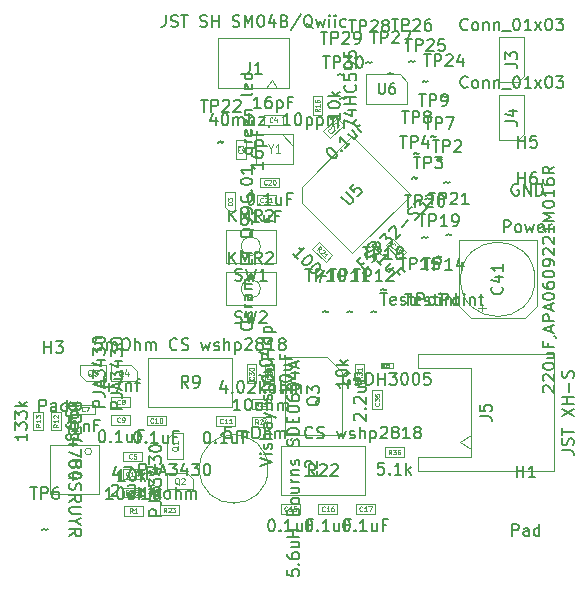
<source format=gbr>
%TF.GenerationSoftware,KiCad,Pcbnew,8.0.5-8.0.5-0~ubuntu24.04.1*%
%TF.CreationDate,2024-09-15T17:00:47-06:00*%
%TF.ProjectId,esp32-s3 single motor & battery controller,65737033-322d-4733-9320-73696e676c65,rev?*%
%TF.SameCoordinates,Original*%
%TF.FileFunction,AssemblyDrawing,Top*%
%FSLAX46Y46*%
G04 Gerber Fmt 4.6, Leading zero omitted, Abs format (unit mm)*
G04 Created by KiCad (PCBNEW 8.0.5-8.0.5-0~ubuntu24.04.1) date 2024-09-15 17:00:47*
%MOMM*%
%LPD*%
G01*
G04 APERTURE LIST*
%ADD10C,0.150000*%
%ADD11C,0.060000*%
%ADD12C,0.105000*%
%ADD13C,0.075000*%
%ADD14C,0.040000*%
%ADD15C,0.130000*%
%ADD16C,0.100000*%
G04 APERTURE END LIST*
D10*
X127934819Y-101371427D02*
X127934819Y-101942855D01*
X127934819Y-101657141D02*
X126934819Y-101657141D01*
X126934819Y-101657141D02*
X127077676Y-101752379D01*
X127077676Y-101752379D02*
X127172914Y-101847617D01*
X127172914Y-101847617D02*
X127220533Y-101942855D01*
X126934819Y-100514284D02*
X126934819Y-100704760D01*
X126934819Y-100704760D02*
X126982438Y-100799998D01*
X126982438Y-100799998D02*
X127030057Y-100847617D01*
X127030057Y-100847617D02*
X127172914Y-100942855D01*
X127172914Y-100942855D02*
X127363390Y-100990474D01*
X127363390Y-100990474D02*
X127744342Y-100990474D01*
X127744342Y-100990474D02*
X127839580Y-100942855D01*
X127839580Y-100942855D02*
X127887200Y-100895236D01*
X127887200Y-100895236D02*
X127934819Y-100799998D01*
X127934819Y-100799998D02*
X127934819Y-100609522D01*
X127934819Y-100609522D02*
X127887200Y-100514284D01*
X127887200Y-100514284D02*
X127839580Y-100466665D01*
X127839580Y-100466665D02*
X127744342Y-100419046D01*
X127744342Y-100419046D02*
X127506247Y-100419046D01*
X127506247Y-100419046D02*
X127411009Y-100466665D01*
X127411009Y-100466665D02*
X127363390Y-100514284D01*
X127363390Y-100514284D02*
X127315771Y-100609522D01*
X127315771Y-100609522D02*
X127315771Y-100799998D01*
X127315771Y-100799998D02*
X127363390Y-100895236D01*
X127363390Y-100895236D02*
X127411009Y-100942855D01*
X127411009Y-100942855D02*
X127506247Y-100990474D01*
X127268152Y-99990474D02*
X128268152Y-99990474D01*
X127315771Y-99990474D02*
X127268152Y-99895236D01*
X127268152Y-99895236D02*
X127268152Y-99704760D01*
X127268152Y-99704760D02*
X127315771Y-99609522D01*
X127315771Y-99609522D02*
X127363390Y-99561903D01*
X127363390Y-99561903D02*
X127458628Y-99514284D01*
X127458628Y-99514284D02*
X127744342Y-99514284D01*
X127744342Y-99514284D02*
X127839580Y-99561903D01*
X127839580Y-99561903D02*
X127887200Y-99609522D01*
X127887200Y-99609522D02*
X127934819Y-99704760D01*
X127934819Y-99704760D02*
X127934819Y-99895236D01*
X127934819Y-99895236D02*
X127887200Y-99990474D01*
X127411009Y-98752379D02*
X127411009Y-99085712D01*
X127934819Y-99085712D02*
X126934819Y-99085712D01*
X126934819Y-99085712D02*
X126934819Y-98609522D01*
D11*
X126193832Y-100366666D02*
X126212880Y-100385714D01*
X126212880Y-100385714D02*
X126231927Y-100442856D01*
X126231927Y-100442856D02*
X126231927Y-100480952D01*
X126231927Y-100480952D02*
X126212880Y-100538095D01*
X126212880Y-100538095D02*
X126174784Y-100576190D01*
X126174784Y-100576190D02*
X126136689Y-100595237D01*
X126136689Y-100595237D02*
X126060499Y-100614285D01*
X126060499Y-100614285D02*
X126003356Y-100614285D01*
X126003356Y-100614285D02*
X125927165Y-100595237D01*
X125927165Y-100595237D02*
X125889070Y-100576190D01*
X125889070Y-100576190D02*
X125850975Y-100538095D01*
X125850975Y-100538095D02*
X125831927Y-100480952D01*
X125831927Y-100480952D02*
X125831927Y-100442856D01*
X125831927Y-100442856D02*
X125850975Y-100385714D01*
X125850975Y-100385714D02*
X125870022Y-100366666D01*
X125831927Y-100233333D02*
X125831927Y-99985714D01*
X125831927Y-99985714D02*
X125984308Y-100119047D01*
X125984308Y-100119047D02*
X125984308Y-100061904D01*
X125984308Y-100061904D02*
X126003356Y-100023809D01*
X126003356Y-100023809D02*
X126022403Y-100004761D01*
X126022403Y-100004761D02*
X126060499Y-99985714D01*
X126060499Y-99985714D02*
X126155737Y-99985714D01*
X126155737Y-99985714D02*
X126193832Y-100004761D01*
X126193832Y-100004761D02*
X126212880Y-100023809D01*
X126212880Y-100023809D02*
X126231927Y-100061904D01*
X126231927Y-100061904D02*
X126231927Y-100176190D01*
X126231927Y-100176190D02*
X126212880Y-100214285D01*
X126212880Y-100214285D02*
X126193832Y-100233333D01*
D10*
X141438095Y-94573866D02*
X141485714Y-94526247D01*
X141485714Y-94526247D02*
X141580952Y-94478628D01*
X141580952Y-94478628D02*
X141771428Y-94573866D01*
X141771428Y-94573866D02*
X141866666Y-94526247D01*
X141866666Y-94526247D02*
X141914285Y-94478628D01*
X139961905Y-90954819D02*
X140533333Y-90954819D01*
X140247619Y-91954819D02*
X140247619Y-90954819D01*
X140866667Y-91954819D02*
X140866667Y-90954819D01*
X140866667Y-90954819D02*
X141247619Y-90954819D01*
X141247619Y-90954819D02*
X141342857Y-91002438D01*
X141342857Y-91002438D02*
X141390476Y-91050057D01*
X141390476Y-91050057D02*
X141438095Y-91145295D01*
X141438095Y-91145295D02*
X141438095Y-91288152D01*
X141438095Y-91288152D02*
X141390476Y-91383390D01*
X141390476Y-91383390D02*
X141342857Y-91431009D01*
X141342857Y-91431009D02*
X141247619Y-91478628D01*
X141247619Y-91478628D02*
X140866667Y-91478628D01*
X141819048Y-91050057D02*
X141866667Y-91002438D01*
X141866667Y-91002438D02*
X141961905Y-90954819D01*
X141961905Y-90954819D02*
X142200000Y-90954819D01*
X142200000Y-90954819D02*
X142295238Y-91002438D01*
X142295238Y-91002438D02*
X142342857Y-91050057D01*
X142342857Y-91050057D02*
X142390476Y-91145295D01*
X142390476Y-91145295D02*
X142390476Y-91240533D01*
X142390476Y-91240533D02*
X142342857Y-91383390D01*
X142342857Y-91383390D02*
X141771429Y-91954819D01*
X141771429Y-91954819D02*
X142390476Y-91954819D01*
X143295238Y-90954819D02*
X142819048Y-90954819D01*
X142819048Y-90954819D02*
X142771429Y-91431009D01*
X142771429Y-91431009D02*
X142819048Y-91383390D01*
X142819048Y-91383390D02*
X142914286Y-91335771D01*
X142914286Y-91335771D02*
X143152381Y-91335771D01*
X143152381Y-91335771D02*
X143247619Y-91383390D01*
X143247619Y-91383390D02*
X143295238Y-91431009D01*
X143295238Y-91431009D02*
X143342857Y-91526247D01*
X143342857Y-91526247D02*
X143342857Y-91764342D01*
X143342857Y-91764342D02*
X143295238Y-91859580D01*
X143295238Y-91859580D02*
X143247619Y-91907200D01*
X143247619Y-91907200D02*
X143152381Y-91954819D01*
X143152381Y-91954819D02*
X142914286Y-91954819D01*
X142914286Y-91954819D02*
X142819048Y-91907200D01*
X142819048Y-91907200D02*
X142771429Y-91859580D01*
X123947620Y-97588152D02*
X123947620Y-98254819D01*
X123709525Y-97207200D02*
X123471430Y-97921485D01*
X123471430Y-97921485D02*
X124090477Y-97921485D01*
X124661906Y-97254819D02*
X124757144Y-97254819D01*
X124757144Y-97254819D02*
X124852382Y-97302438D01*
X124852382Y-97302438D02*
X124900001Y-97350057D01*
X124900001Y-97350057D02*
X124947620Y-97445295D01*
X124947620Y-97445295D02*
X124995239Y-97635771D01*
X124995239Y-97635771D02*
X124995239Y-97873866D01*
X124995239Y-97873866D02*
X124947620Y-98064342D01*
X124947620Y-98064342D02*
X124900001Y-98159580D01*
X124900001Y-98159580D02*
X124852382Y-98207200D01*
X124852382Y-98207200D02*
X124757144Y-98254819D01*
X124757144Y-98254819D02*
X124661906Y-98254819D01*
X124661906Y-98254819D02*
X124566668Y-98207200D01*
X124566668Y-98207200D02*
X124519049Y-98159580D01*
X124519049Y-98159580D02*
X124471430Y-98064342D01*
X124471430Y-98064342D02*
X124423811Y-97873866D01*
X124423811Y-97873866D02*
X124423811Y-97635771D01*
X124423811Y-97635771D02*
X124471430Y-97445295D01*
X124471430Y-97445295D02*
X124519049Y-97350057D01*
X124519049Y-97350057D02*
X124566668Y-97302438D01*
X124566668Y-97302438D02*
X124661906Y-97254819D01*
X125423811Y-98254819D02*
X125423811Y-97588152D01*
X125423811Y-97683390D02*
X125471430Y-97635771D01*
X125471430Y-97635771D02*
X125566668Y-97588152D01*
X125566668Y-97588152D02*
X125709525Y-97588152D01*
X125709525Y-97588152D02*
X125804763Y-97635771D01*
X125804763Y-97635771D02*
X125852382Y-97731009D01*
X125852382Y-97731009D02*
X125852382Y-98254819D01*
X125852382Y-97731009D02*
X125900001Y-97635771D01*
X125900001Y-97635771D02*
X125995239Y-97588152D01*
X125995239Y-97588152D02*
X126138096Y-97588152D01*
X126138096Y-97588152D02*
X126233335Y-97635771D01*
X126233335Y-97635771D02*
X126280954Y-97731009D01*
X126280954Y-97731009D02*
X126280954Y-98254819D01*
X126757144Y-98254819D02*
X126757144Y-97254819D01*
X127185715Y-98254819D02*
X127185715Y-97731009D01*
X127185715Y-97731009D02*
X127138096Y-97635771D01*
X127138096Y-97635771D02*
X127042858Y-97588152D01*
X127042858Y-97588152D02*
X126900001Y-97588152D01*
X126900001Y-97588152D02*
X126804763Y-97635771D01*
X126804763Y-97635771D02*
X126757144Y-97683390D01*
X127566668Y-97588152D02*
X128090477Y-97588152D01*
X128090477Y-97588152D02*
X127566668Y-98254819D01*
X127566668Y-98254819D02*
X128090477Y-98254819D01*
X128519049Y-98207200D02*
X128519049Y-98254819D01*
X128519049Y-98254819D02*
X128471430Y-98350057D01*
X128471430Y-98350057D02*
X128423811Y-98397676D01*
X130233334Y-98254819D02*
X129661906Y-98254819D01*
X129947620Y-98254819D02*
X129947620Y-97254819D01*
X129947620Y-97254819D02*
X129852382Y-97397676D01*
X129852382Y-97397676D02*
X129757144Y-97492914D01*
X129757144Y-97492914D02*
X129661906Y-97540533D01*
X130852382Y-97254819D02*
X130947620Y-97254819D01*
X130947620Y-97254819D02*
X131042858Y-97302438D01*
X131042858Y-97302438D02*
X131090477Y-97350057D01*
X131090477Y-97350057D02*
X131138096Y-97445295D01*
X131138096Y-97445295D02*
X131185715Y-97635771D01*
X131185715Y-97635771D02*
X131185715Y-97873866D01*
X131185715Y-97873866D02*
X131138096Y-98064342D01*
X131138096Y-98064342D02*
X131090477Y-98159580D01*
X131090477Y-98159580D02*
X131042858Y-98207200D01*
X131042858Y-98207200D02*
X130947620Y-98254819D01*
X130947620Y-98254819D02*
X130852382Y-98254819D01*
X130852382Y-98254819D02*
X130757144Y-98207200D01*
X130757144Y-98207200D02*
X130709525Y-98159580D01*
X130709525Y-98159580D02*
X130661906Y-98064342D01*
X130661906Y-98064342D02*
X130614287Y-97873866D01*
X130614287Y-97873866D02*
X130614287Y-97635771D01*
X130614287Y-97635771D02*
X130661906Y-97445295D01*
X130661906Y-97445295D02*
X130709525Y-97350057D01*
X130709525Y-97350057D02*
X130757144Y-97302438D01*
X130757144Y-97302438D02*
X130852382Y-97254819D01*
X131614287Y-97588152D02*
X131614287Y-98588152D01*
X131614287Y-97635771D02*
X131709525Y-97588152D01*
X131709525Y-97588152D02*
X131900001Y-97588152D01*
X131900001Y-97588152D02*
X131995239Y-97635771D01*
X131995239Y-97635771D02*
X132042858Y-97683390D01*
X132042858Y-97683390D02*
X132090477Y-97778628D01*
X132090477Y-97778628D02*
X132090477Y-98064342D01*
X132090477Y-98064342D02*
X132042858Y-98159580D01*
X132042858Y-98159580D02*
X131995239Y-98207200D01*
X131995239Y-98207200D02*
X131900001Y-98254819D01*
X131900001Y-98254819D02*
X131709525Y-98254819D01*
X131709525Y-98254819D02*
X131614287Y-98207200D01*
X132519049Y-97588152D02*
X132519049Y-98588152D01*
X132519049Y-97635771D02*
X132614287Y-97588152D01*
X132614287Y-97588152D02*
X132804763Y-97588152D01*
X132804763Y-97588152D02*
X132900001Y-97635771D01*
X132900001Y-97635771D02*
X132947620Y-97683390D01*
X132947620Y-97683390D02*
X132995239Y-97778628D01*
X132995239Y-97778628D02*
X132995239Y-98064342D01*
X132995239Y-98064342D02*
X132947620Y-98159580D01*
X132947620Y-98159580D02*
X132900001Y-98207200D01*
X132900001Y-98207200D02*
X132804763Y-98254819D01*
X132804763Y-98254819D02*
X132614287Y-98254819D01*
X132614287Y-98254819D02*
X132519049Y-98207200D01*
X133423811Y-98254819D02*
X133423811Y-97588152D01*
X133423811Y-97683390D02*
X133471430Y-97635771D01*
X133471430Y-97635771D02*
X133566668Y-97588152D01*
X133566668Y-97588152D02*
X133709525Y-97588152D01*
X133709525Y-97588152D02*
X133804763Y-97635771D01*
X133804763Y-97635771D02*
X133852382Y-97731009D01*
X133852382Y-97731009D02*
X133852382Y-98254819D01*
X133852382Y-97731009D02*
X133900001Y-97635771D01*
X133900001Y-97635771D02*
X133995239Y-97588152D01*
X133995239Y-97588152D02*
X134138096Y-97588152D01*
X134138096Y-97588152D02*
X134233335Y-97635771D01*
X134233335Y-97635771D02*
X134280954Y-97731009D01*
X134280954Y-97731009D02*
X134280954Y-98254819D01*
D12*
X128566667Y-100235040D02*
X128566667Y-100568373D01*
X128333333Y-99868373D02*
X128566667Y-100235040D01*
X128566667Y-100235040D02*
X128800000Y-99868373D01*
X129400000Y-100568373D02*
X129000000Y-100568373D01*
X129200000Y-100568373D02*
X129200000Y-99868373D01*
X129200000Y-99868373D02*
X129133333Y-99968373D01*
X129133333Y-99968373D02*
X129066667Y-100035040D01*
X129066667Y-100035040D02*
X129000000Y-100068373D01*
D10*
X137088095Y-114073866D02*
X137135714Y-114026247D01*
X137135714Y-114026247D02*
X137230952Y-113978628D01*
X137230952Y-113978628D02*
X137421428Y-114073866D01*
X137421428Y-114073866D02*
X137516666Y-114026247D01*
X137516666Y-114026247D02*
X137564285Y-113978628D01*
X135611905Y-110454819D02*
X136183333Y-110454819D01*
X135897619Y-111454819D02*
X135897619Y-110454819D01*
X136516667Y-111454819D02*
X136516667Y-110454819D01*
X136516667Y-110454819D02*
X136897619Y-110454819D01*
X136897619Y-110454819D02*
X136992857Y-110502438D01*
X136992857Y-110502438D02*
X137040476Y-110550057D01*
X137040476Y-110550057D02*
X137088095Y-110645295D01*
X137088095Y-110645295D02*
X137088095Y-110788152D01*
X137088095Y-110788152D02*
X137040476Y-110883390D01*
X137040476Y-110883390D02*
X136992857Y-110931009D01*
X136992857Y-110931009D02*
X136897619Y-110978628D01*
X136897619Y-110978628D02*
X136516667Y-110978628D01*
X138040476Y-111454819D02*
X137469048Y-111454819D01*
X137754762Y-111454819D02*
X137754762Y-110454819D01*
X137754762Y-110454819D02*
X137659524Y-110597676D01*
X137659524Y-110597676D02*
X137564286Y-110692914D01*
X137564286Y-110692914D02*
X137469048Y-110740533D01*
X138421429Y-110550057D02*
X138469048Y-110502438D01*
X138469048Y-110502438D02*
X138564286Y-110454819D01*
X138564286Y-110454819D02*
X138802381Y-110454819D01*
X138802381Y-110454819D02*
X138897619Y-110502438D01*
X138897619Y-110502438D02*
X138945238Y-110550057D01*
X138945238Y-110550057D02*
X138992857Y-110645295D01*
X138992857Y-110645295D02*
X138992857Y-110740533D01*
X138992857Y-110740533D02*
X138945238Y-110883390D01*
X138945238Y-110883390D02*
X138373810Y-111454819D01*
X138373810Y-111454819D02*
X138992857Y-111454819D01*
X114257143Y-124084819D02*
X114352381Y-124084819D01*
X114352381Y-124084819D02*
X114447619Y-124132438D01*
X114447619Y-124132438D02*
X114495238Y-124180057D01*
X114495238Y-124180057D02*
X114542857Y-124275295D01*
X114542857Y-124275295D02*
X114590476Y-124465771D01*
X114590476Y-124465771D02*
X114590476Y-124703866D01*
X114590476Y-124703866D02*
X114542857Y-124894342D01*
X114542857Y-124894342D02*
X114495238Y-124989580D01*
X114495238Y-124989580D02*
X114447619Y-125037200D01*
X114447619Y-125037200D02*
X114352381Y-125084819D01*
X114352381Y-125084819D02*
X114257143Y-125084819D01*
X114257143Y-125084819D02*
X114161905Y-125037200D01*
X114161905Y-125037200D02*
X114114286Y-124989580D01*
X114114286Y-124989580D02*
X114066667Y-124894342D01*
X114066667Y-124894342D02*
X114019048Y-124703866D01*
X114019048Y-124703866D02*
X114019048Y-124465771D01*
X114019048Y-124465771D02*
X114066667Y-124275295D01*
X114066667Y-124275295D02*
X114114286Y-124180057D01*
X114114286Y-124180057D02*
X114161905Y-124132438D01*
X114161905Y-124132438D02*
X114257143Y-124084819D01*
X115019048Y-124989580D02*
X115066667Y-125037200D01*
X115066667Y-125037200D02*
X115019048Y-125084819D01*
X115019048Y-125084819D02*
X114971429Y-125037200D01*
X114971429Y-125037200D02*
X115019048Y-124989580D01*
X115019048Y-124989580D02*
X115019048Y-125084819D01*
X116019047Y-125084819D02*
X115447619Y-125084819D01*
X115733333Y-125084819D02*
X115733333Y-124084819D01*
X115733333Y-124084819D02*
X115638095Y-124227676D01*
X115638095Y-124227676D02*
X115542857Y-124322914D01*
X115542857Y-124322914D02*
X115447619Y-124370533D01*
X116876190Y-124418152D02*
X116876190Y-125084819D01*
X116447619Y-124418152D02*
X116447619Y-124941961D01*
X116447619Y-124941961D02*
X116495238Y-125037200D01*
X116495238Y-125037200D02*
X116590476Y-125084819D01*
X116590476Y-125084819D02*
X116733333Y-125084819D01*
X116733333Y-125084819D02*
X116828571Y-125037200D01*
X116828571Y-125037200D02*
X116876190Y-124989580D01*
X117685714Y-124561009D02*
X117352381Y-124561009D01*
X117352381Y-125084819D02*
X117352381Y-124084819D01*
X117352381Y-124084819D02*
X117828571Y-124084819D01*
D11*
X115833333Y-123343832D02*
X115814285Y-123362880D01*
X115814285Y-123362880D02*
X115757143Y-123381927D01*
X115757143Y-123381927D02*
X115719047Y-123381927D01*
X115719047Y-123381927D02*
X115661904Y-123362880D01*
X115661904Y-123362880D02*
X115623809Y-123324784D01*
X115623809Y-123324784D02*
X115604762Y-123286689D01*
X115604762Y-123286689D02*
X115585714Y-123210499D01*
X115585714Y-123210499D02*
X115585714Y-123153356D01*
X115585714Y-123153356D02*
X115604762Y-123077165D01*
X115604762Y-123077165D02*
X115623809Y-123039070D01*
X115623809Y-123039070D02*
X115661904Y-123000975D01*
X115661904Y-123000975D02*
X115719047Y-122981927D01*
X115719047Y-122981927D02*
X115757143Y-122981927D01*
X115757143Y-122981927D02*
X115814285Y-123000975D01*
X115814285Y-123000975D02*
X115833333Y-123020022D01*
X116023809Y-123381927D02*
X116100000Y-123381927D01*
X116100000Y-123381927D02*
X116138095Y-123362880D01*
X116138095Y-123362880D02*
X116157143Y-123343832D01*
X116157143Y-123343832D02*
X116195238Y-123286689D01*
X116195238Y-123286689D02*
X116214285Y-123210499D01*
X116214285Y-123210499D02*
X116214285Y-123058118D01*
X116214285Y-123058118D02*
X116195238Y-123020022D01*
X116195238Y-123020022D02*
X116176190Y-123000975D01*
X116176190Y-123000975D02*
X116138095Y-122981927D01*
X116138095Y-122981927D02*
X116061904Y-122981927D01*
X116061904Y-122981927D02*
X116023809Y-123000975D01*
X116023809Y-123000975D02*
X116004762Y-123020022D01*
X116004762Y-123020022D02*
X115985714Y-123058118D01*
X115985714Y-123058118D02*
X115985714Y-123153356D01*
X115985714Y-123153356D02*
X116004762Y-123191451D01*
X116004762Y-123191451D02*
X116023809Y-123210499D01*
X116023809Y-123210499D02*
X116061904Y-123229546D01*
X116061904Y-123229546D02*
X116138095Y-123229546D01*
X116138095Y-123229546D02*
X116176190Y-123210499D01*
X116176190Y-123210499D02*
X116195238Y-123191451D01*
X116195238Y-123191451D02*
X116214285Y-123153356D01*
D10*
X145261904Y-94994580D02*
X145214285Y-95042200D01*
X145214285Y-95042200D02*
X145071428Y-95089819D01*
X145071428Y-95089819D02*
X144976190Y-95089819D01*
X144976190Y-95089819D02*
X144833333Y-95042200D01*
X144833333Y-95042200D02*
X144738095Y-94946961D01*
X144738095Y-94946961D02*
X144690476Y-94851723D01*
X144690476Y-94851723D02*
X144642857Y-94661247D01*
X144642857Y-94661247D02*
X144642857Y-94518390D01*
X144642857Y-94518390D02*
X144690476Y-94327914D01*
X144690476Y-94327914D02*
X144738095Y-94232676D01*
X144738095Y-94232676D02*
X144833333Y-94137438D01*
X144833333Y-94137438D02*
X144976190Y-94089819D01*
X144976190Y-94089819D02*
X145071428Y-94089819D01*
X145071428Y-94089819D02*
X145214285Y-94137438D01*
X145214285Y-94137438D02*
X145261904Y-94185057D01*
X145833333Y-95089819D02*
X145738095Y-95042200D01*
X145738095Y-95042200D02*
X145690476Y-94994580D01*
X145690476Y-94994580D02*
X145642857Y-94899342D01*
X145642857Y-94899342D02*
X145642857Y-94613628D01*
X145642857Y-94613628D02*
X145690476Y-94518390D01*
X145690476Y-94518390D02*
X145738095Y-94470771D01*
X145738095Y-94470771D02*
X145833333Y-94423152D01*
X145833333Y-94423152D02*
X145976190Y-94423152D01*
X145976190Y-94423152D02*
X146071428Y-94470771D01*
X146071428Y-94470771D02*
X146119047Y-94518390D01*
X146119047Y-94518390D02*
X146166666Y-94613628D01*
X146166666Y-94613628D02*
X146166666Y-94899342D01*
X146166666Y-94899342D02*
X146119047Y-94994580D01*
X146119047Y-94994580D02*
X146071428Y-95042200D01*
X146071428Y-95042200D02*
X145976190Y-95089819D01*
X145976190Y-95089819D02*
X145833333Y-95089819D01*
X146595238Y-94423152D02*
X146595238Y-95089819D01*
X146595238Y-94518390D02*
X146642857Y-94470771D01*
X146642857Y-94470771D02*
X146738095Y-94423152D01*
X146738095Y-94423152D02*
X146880952Y-94423152D01*
X146880952Y-94423152D02*
X146976190Y-94470771D01*
X146976190Y-94470771D02*
X147023809Y-94566009D01*
X147023809Y-94566009D02*
X147023809Y-95089819D01*
X147500000Y-94423152D02*
X147500000Y-95089819D01*
X147500000Y-94518390D02*
X147547619Y-94470771D01*
X147547619Y-94470771D02*
X147642857Y-94423152D01*
X147642857Y-94423152D02*
X147785714Y-94423152D01*
X147785714Y-94423152D02*
X147880952Y-94470771D01*
X147880952Y-94470771D02*
X147928571Y-94566009D01*
X147928571Y-94566009D02*
X147928571Y-95089819D01*
X148166667Y-95185057D02*
X148928571Y-95185057D01*
X149357143Y-94089819D02*
X149452381Y-94089819D01*
X149452381Y-94089819D02*
X149547619Y-94137438D01*
X149547619Y-94137438D02*
X149595238Y-94185057D01*
X149595238Y-94185057D02*
X149642857Y-94280295D01*
X149642857Y-94280295D02*
X149690476Y-94470771D01*
X149690476Y-94470771D02*
X149690476Y-94708866D01*
X149690476Y-94708866D02*
X149642857Y-94899342D01*
X149642857Y-94899342D02*
X149595238Y-94994580D01*
X149595238Y-94994580D02*
X149547619Y-95042200D01*
X149547619Y-95042200D02*
X149452381Y-95089819D01*
X149452381Y-95089819D02*
X149357143Y-95089819D01*
X149357143Y-95089819D02*
X149261905Y-95042200D01*
X149261905Y-95042200D02*
X149214286Y-94994580D01*
X149214286Y-94994580D02*
X149166667Y-94899342D01*
X149166667Y-94899342D02*
X149119048Y-94708866D01*
X149119048Y-94708866D02*
X149119048Y-94470771D01*
X149119048Y-94470771D02*
X149166667Y-94280295D01*
X149166667Y-94280295D02*
X149214286Y-94185057D01*
X149214286Y-94185057D02*
X149261905Y-94137438D01*
X149261905Y-94137438D02*
X149357143Y-94089819D01*
X150642857Y-95089819D02*
X150071429Y-95089819D01*
X150357143Y-95089819D02*
X150357143Y-94089819D01*
X150357143Y-94089819D02*
X150261905Y-94232676D01*
X150261905Y-94232676D02*
X150166667Y-94327914D01*
X150166667Y-94327914D02*
X150071429Y-94375533D01*
X150976191Y-95089819D02*
X151500000Y-94423152D01*
X150976191Y-94423152D02*
X151500000Y-95089819D01*
X152071429Y-94089819D02*
X152166667Y-94089819D01*
X152166667Y-94089819D02*
X152261905Y-94137438D01*
X152261905Y-94137438D02*
X152309524Y-94185057D01*
X152309524Y-94185057D02*
X152357143Y-94280295D01*
X152357143Y-94280295D02*
X152404762Y-94470771D01*
X152404762Y-94470771D02*
X152404762Y-94708866D01*
X152404762Y-94708866D02*
X152357143Y-94899342D01*
X152357143Y-94899342D02*
X152309524Y-94994580D01*
X152309524Y-94994580D02*
X152261905Y-95042200D01*
X152261905Y-95042200D02*
X152166667Y-95089819D01*
X152166667Y-95089819D02*
X152071429Y-95089819D01*
X152071429Y-95089819D02*
X151976191Y-95042200D01*
X151976191Y-95042200D02*
X151928572Y-94994580D01*
X151928572Y-94994580D02*
X151880953Y-94899342D01*
X151880953Y-94899342D02*
X151833334Y-94708866D01*
X151833334Y-94708866D02*
X151833334Y-94470771D01*
X151833334Y-94470771D02*
X151880953Y-94280295D01*
X151880953Y-94280295D02*
X151928572Y-94185057D01*
X151928572Y-94185057D02*
X151976191Y-94137438D01*
X151976191Y-94137438D02*
X152071429Y-94089819D01*
X152738096Y-94089819D02*
X153357143Y-94089819D01*
X153357143Y-94089819D02*
X153023810Y-94470771D01*
X153023810Y-94470771D02*
X153166667Y-94470771D01*
X153166667Y-94470771D02*
X153261905Y-94518390D01*
X153261905Y-94518390D02*
X153309524Y-94566009D01*
X153309524Y-94566009D02*
X153357143Y-94661247D01*
X153357143Y-94661247D02*
X153357143Y-94899342D01*
X153357143Y-94899342D02*
X153309524Y-94994580D01*
X153309524Y-94994580D02*
X153261905Y-95042200D01*
X153261905Y-95042200D02*
X153166667Y-95089819D01*
X153166667Y-95089819D02*
X152880953Y-95089819D01*
X152880953Y-95089819D02*
X152785715Y-95042200D01*
X152785715Y-95042200D02*
X152738096Y-94994580D01*
X148454819Y-97933333D02*
X149169104Y-97933333D01*
X149169104Y-97933333D02*
X149311961Y-97980952D01*
X149311961Y-97980952D02*
X149407200Y-98076190D01*
X149407200Y-98076190D02*
X149454819Y-98219047D01*
X149454819Y-98219047D02*
X149454819Y-98314285D01*
X148788152Y-97028571D02*
X149454819Y-97028571D01*
X148407200Y-97266666D02*
X149121485Y-97504761D01*
X149121485Y-97504761D02*
X149121485Y-96885714D01*
X135038095Y-114073866D02*
X135085714Y-114026247D01*
X135085714Y-114026247D02*
X135180952Y-113978628D01*
X135180952Y-113978628D02*
X135371428Y-114073866D01*
X135371428Y-114073866D02*
X135466666Y-114026247D01*
X135466666Y-114026247D02*
X135514285Y-113978628D01*
X133561905Y-110454819D02*
X134133333Y-110454819D01*
X133847619Y-111454819D02*
X133847619Y-110454819D01*
X134466667Y-111454819D02*
X134466667Y-110454819D01*
X134466667Y-110454819D02*
X134847619Y-110454819D01*
X134847619Y-110454819D02*
X134942857Y-110502438D01*
X134942857Y-110502438D02*
X134990476Y-110550057D01*
X134990476Y-110550057D02*
X135038095Y-110645295D01*
X135038095Y-110645295D02*
X135038095Y-110788152D01*
X135038095Y-110788152D02*
X134990476Y-110883390D01*
X134990476Y-110883390D02*
X134942857Y-110931009D01*
X134942857Y-110931009D02*
X134847619Y-110978628D01*
X134847619Y-110978628D02*
X134466667Y-110978628D01*
X135990476Y-111454819D02*
X135419048Y-111454819D01*
X135704762Y-111454819D02*
X135704762Y-110454819D01*
X135704762Y-110454819D02*
X135609524Y-110597676D01*
X135609524Y-110597676D02*
X135514286Y-110692914D01*
X135514286Y-110692914D02*
X135419048Y-110740533D01*
X136942857Y-111454819D02*
X136371429Y-111454819D01*
X136657143Y-111454819D02*
X136657143Y-110454819D01*
X136657143Y-110454819D02*
X136561905Y-110597676D01*
X136561905Y-110597676D02*
X136466667Y-110692914D01*
X136466667Y-110692914D02*
X136371429Y-110740533D01*
X126010643Y-122397619D02*
X125439215Y-122397619D01*
X125724929Y-122397619D02*
X125724929Y-121397619D01*
X125724929Y-121397619D02*
X125629691Y-121540476D01*
X125629691Y-121540476D02*
X125534453Y-121635714D01*
X125534453Y-121635714D02*
X125439215Y-121683333D01*
X126629691Y-121397619D02*
X126724929Y-121397619D01*
X126724929Y-121397619D02*
X126820167Y-121445238D01*
X126820167Y-121445238D02*
X126867786Y-121492857D01*
X126867786Y-121492857D02*
X126915405Y-121588095D01*
X126915405Y-121588095D02*
X126963024Y-121778571D01*
X126963024Y-121778571D02*
X126963024Y-122016666D01*
X126963024Y-122016666D02*
X126915405Y-122207142D01*
X126915405Y-122207142D02*
X126867786Y-122302380D01*
X126867786Y-122302380D02*
X126820167Y-122350000D01*
X126820167Y-122350000D02*
X126724929Y-122397619D01*
X126724929Y-122397619D02*
X126629691Y-122397619D01*
X126629691Y-122397619D02*
X126534453Y-122350000D01*
X126534453Y-122350000D02*
X126486834Y-122302380D01*
X126486834Y-122302380D02*
X126439215Y-122207142D01*
X126439215Y-122207142D02*
X126391596Y-122016666D01*
X126391596Y-122016666D02*
X126391596Y-121778571D01*
X126391596Y-121778571D02*
X126439215Y-121588095D01*
X126439215Y-121588095D02*
X126486834Y-121492857D01*
X126486834Y-121492857D02*
X126534453Y-121445238D01*
X126534453Y-121445238D02*
X126629691Y-121397619D01*
X127534453Y-122397619D02*
X127439215Y-122350000D01*
X127439215Y-122350000D02*
X127391596Y-122302380D01*
X127391596Y-122302380D02*
X127343977Y-122207142D01*
X127343977Y-122207142D02*
X127343977Y-121921428D01*
X127343977Y-121921428D02*
X127391596Y-121826190D01*
X127391596Y-121826190D02*
X127439215Y-121778571D01*
X127439215Y-121778571D02*
X127534453Y-121730952D01*
X127534453Y-121730952D02*
X127677310Y-121730952D01*
X127677310Y-121730952D02*
X127772548Y-121778571D01*
X127772548Y-121778571D02*
X127820167Y-121826190D01*
X127820167Y-121826190D02*
X127867786Y-121921428D01*
X127867786Y-121921428D02*
X127867786Y-122207142D01*
X127867786Y-122207142D02*
X127820167Y-122302380D01*
X127820167Y-122302380D02*
X127772548Y-122350000D01*
X127772548Y-122350000D02*
X127677310Y-122397619D01*
X127677310Y-122397619D02*
X127534453Y-122397619D01*
X128296358Y-122397619D02*
X128296358Y-121397619D01*
X128724929Y-122397619D02*
X128724929Y-121873809D01*
X128724929Y-121873809D02*
X128677310Y-121778571D01*
X128677310Y-121778571D02*
X128582072Y-121730952D01*
X128582072Y-121730952D02*
X128439215Y-121730952D01*
X128439215Y-121730952D02*
X128343977Y-121778571D01*
X128343977Y-121778571D02*
X128296358Y-121826190D01*
X129201120Y-122397619D02*
X129201120Y-121730952D01*
X129201120Y-121826190D02*
X129248739Y-121778571D01*
X129248739Y-121778571D02*
X129343977Y-121730952D01*
X129343977Y-121730952D02*
X129486834Y-121730952D01*
X129486834Y-121730952D02*
X129582072Y-121778571D01*
X129582072Y-121778571D02*
X129629691Y-121873809D01*
X129629691Y-121873809D02*
X129629691Y-122397619D01*
X129629691Y-121873809D02*
X129677310Y-121778571D01*
X129677310Y-121778571D02*
X129772548Y-121730952D01*
X129772548Y-121730952D02*
X129915405Y-121730952D01*
X129915405Y-121730952D02*
X130010644Y-121778571D01*
X130010644Y-121778571D02*
X130058263Y-121873809D01*
X130058263Y-121873809D02*
X130058263Y-122397619D01*
D11*
X127515405Y-123554727D02*
X127382072Y-123364251D01*
X127286834Y-123554727D02*
X127286834Y-123154727D01*
X127286834Y-123154727D02*
X127439215Y-123154727D01*
X127439215Y-123154727D02*
X127477310Y-123173775D01*
X127477310Y-123173775D02*
X127496357Y-123192822D01*
X127496357Y-123192822D02*
X127515405Y-123230918D01*
X127515405Y-123230918D02*
X127515405Y-123288060D01*
X127515405Y-123288060D02*
X127496357Y-123326156D01*
X127496357Y-123326156D02*
X127477310Y-123345203D01*
X127477310Y-123345203D02*
X127439215Y-123364251D01*
X127439215Y-123364251D02*
X127286834Y-123364251D01*
X127667786Y-123192822D02*
X127686834Y-123173775D01*
X127686834Y-123173775D02*
X127724929Y-123154727D01*
X127724929Y-123154727D02*
X127820167Y-123154727D01*
X127820167Y-123154727D02*
X127858262Y-123173775D01*
X127858262Y-123173775D02*
X127877310Y-123192822D01*
X127877310Y-123192822D02*
X127896357Y-123230918D01*
X127896357Y-123230918D02*
X127896357Y-123269013D01*
X127896357Y-123269013D02*
X127877310Y-123326156D01*
X127877310Y-123326156D02*
X127648738Y-123554727D01*
X127648738Y-123554727D02*
X127896357Y-123554727D01*
X128239214Y-123288060D02*
X128239214Y-123554727D01*
X128143976Y-123135680D02*
X128048738Y-123421394D01*
X128048738Y-123421394D02*
X128296357Y-123421394D01*
D10*
X127604761Y-106484819D02*
X127033333Y-106484819D01*
X127319047Y-106484819D02*
X127319047Y-105484819D01*
X127319047Y-105484819D02*
X127223809Y-105627676D01*
X127223809Y-105627676D02*
X127128571Y-105722914D01*
X127128571Y-105722914D02*
X127033333Y-105770533D01*
X128461904Y-105818152D02*
X128461904Y-106484819D01*
X128033333Y-105818152D02*
X128033333Y-106341961D01*
X128033333Y-106341961D02*
X128080952Y-106437200D01*
X128080952Y-106437200D02*
X128176190Y-106484819D01*
X128176190Y-106484819D02*
X128319047Y-106484819D01*
X128319047Y-106484819D02*
X128414285Y-106437200D01*
X128414285Y-106437200D02*
X128461904Y-106389580D01*
X129271428Y-105961009D02*
X128938095Y-105961009D01*
X128938095Y-106484819D02*
X128938095Y-105484819D01*
X128938095Y-105484819D02*
X129414285Y-105484819D01*
D11*
X127942857Y-104743832D02*
X127923809Y-104762880D01*
X127923809Y-104762880D02*
X127866667Y-104781927D01*
X127866667Y-104781927D02*
X127828571Y-104781927D01*
X127828571Y-104781927D02*
X127771428Y-104762880D01*
X127771428Y-104762880D02*
X127733333Y-104724784D01*
X127733333Y-104724784D02*
X127714286Y-104686689D01*
X127714286Y-104686689D02*
X127695238Y-104610499D01*
X127695238Y-104610499D02*
X127695238Y-104553356D01*
X127695238Y-104553356D02*
X127714286Y-104477165D01*
X127714286Y-104477165D02*
X127733333Y-104439070D01*
X127733333Y-104439070D02*
X127771428Y-104400975D01*
X127771428Y-104400975D02*
X127828571Y-104381927D01*
X127828571Y-104381927D02*
X127866667Y-104381927D01*
X127866667Y-104381927D02*
X127923809Y-104400975D01*
X127923809Y-104400975D02*
X127942857Y-104420022D01*
X128095238Y-104420022D02*
X128114286Y-104400975D01*
X128114286Y-104400975D02*
X128152381Y-104381927D01*
X128152381Y-104381927D02*
X128247619Y-104381927D01*
X128247619Y-104381927D02*
X128285714Y-104400975D01*
X128285714Y-104400975D02*
X128304762Y-104420022D01*
X128304762Y-104420022D02*
X128323809Y-104458118D01*
X128323809Y-104458118D02*
X128323809Y-104496213D01*
X128323809Y-104496213D02*
X128304762Y-104553356D01*
X128304762Y-104553356D02*
X128076190Y-104781927D01*
X128076190Y-104781927D02*
X128323809Y-104781927D01*
X128704761Y-104781927D02*
X128476190Y-104781927D01*
X128590476Y-104781927D02*
X128590476Y-104381927D01*
X128590476Y-104381927D02*
X128552380Y-104439070D01*
X128552380Y-104439070D02*
X128514285Y-104477165D01*
X128514285Y-104477165D02*
X128476190Y-104496213D01*
D10*
X116204761Y-128374819D02*
X115633333Y-128374819D01*
X115919047Y-128374819D02*
X115919047Y-127374819D01*
X115919047Y-127374819D02*
X115823809Y-127517676D01*
X115823809Y-127517676D02*
X115728571Y-127612914D01*
X115728571Y-127612914D02*
X115633333Y-127660533D01*
X116823809Y-127374819D02*
X116919047Y-127374819D01*
X116919047Y-127374819D02*
X117014285Y-127422438D01*
X117014285Y-127422438D02*
X117061904Y-127470057D01*
X117061904Y-127470057D02*
X117109523Y-127565295D01*
X117109523Y-127565295D02*
X117157142Y-127755771D01*
X117157142Y-127755771D02*
X117157142Y-127993866D01*
X117157142Y-127993866D02*
X117109523Y-128184342D01*
X117109523Y-128184342D02*
X117061904Y-128279580D01*
X117061904Y-128279580D02*
X117014285Y-128327200D01*
X117014285Y-128327200D02*
X116919047Y-128374819D01*
X116919047Y-128374819D02*
X116823809Y-128374819D01*
X116823809Y-128374819D02*
X116728571Y-128327200D01*
X116728571Y-128327200D02*
X116680952Y-128279580D01*
X116680952Y-128279580D02*
X116633333Y-128184342D01*
X116633333Y-128184342D02*
X116585714Y-127993866D01*
X116585714Y-127993866D02*
X116585714Y-127755771D01*
X116585714Y-127755771D02*
X116633333Y-127565295D01*
X116633333Y-127565295D02*
X116680952Y-127470057D01*
X116680952Y-127470057D02*
X116728571Y-127422438D01*
X116728571Y-127422438D02*
X116823809Y-127374819D01*
X117585714Y-128374819D02*
X117585714Y-127374819D01*
X117680952Y-127993866D02*
X117966666Y-128374819D01*
X117966666Y-127708152D02*
X117585714Y-128089104D01*
D11*
X116542857Y-129531927D02*
X116409524Y-129341451D01*
X116314286Y-129531927D02*
X116314286Y-129131927D01*
X116314286Y-129131927D02*
X116466667Y-129131927D01*
X116466667Y-129131927D02*
X116504762Y-129150975D01*
X116504762Y-129150975D02*
X116523809Y-129170022D01*
X116523809Y-129170022D02*
X116542857Y-129208118D01*
X116542857Y-129208118D02*
X116542857Y-129265260D01*
X116542857Y-129265260D02*
X116523809Y-129303356D01*
X116523809Y-129303356D02*
X116504762Y-129322403D01*
X116504762Y-129322403D02*
X116466667Y-129341451D01*
X116466667Y-129341451D02*
X116314286Y-129341451D01*
X116695238Y-129170022D02*
X116714286Y-129150975D01*
X116714286Y-129150975D02*
X116752381Y-129131927D01*
X116752381Y-129131927D02*
X116847619Y-129131927D01*
X116847619Y-129131927D02*
X116885714Y-129150975D01*
X116885714Y-129150975D02*
X116904762Y-129170022D01*
X116904762Y-129170022D02*
X116923809Y-129208118D01*
X116923809Y-129208118D02*
X116923809Y-129246213D01*
X116923809Y-129246213D02*
X116904762Y-129303356D01*
X116904762Y-129303356D02*
X116676190Y-129531927D01*
X116676190Y-129531927D02*
X116923809Y-129531927D01*
X117266666Y-129131927D02*
X117190476Y-129131927D01*
X117190476Y-129131927D02*
X117152380Y-129150975D01*
X117152380Y-129150975D02*
X117133333Y-129170022D01*
X117133333Y-129170022D02*
X117095238Y-129227165D01*
X117095238Y-129227165D02*
X117076190Y-129303356D01*
X117076190Y-129303356D02*
X117076190Y-129455737D01*
X117076190Y-129455737D02*
X117095238Y-129493832D01*
X117095238Y-129493832D02*
X117114285Y-129512880D01*
X117114285Y-129512880D02*
X117152380Y-129531927D01*
X117152380Y-129531927D02*
X117228571Y-129531927D01*
X117228571Y-129531927D02*
X117266666Y-129512880D01*
X117266666Y-129512880D02*
X117285714Y-129493832D01*
X117285714Y-129493832D02*
X117304761Y-129455737D01*
X117304761Y-129455737D02*
X117304761Y-129360499D01*
X117304761Y-129360499D02*
X117285714Y-129322403D01*
X117285714Y-129322403D02*
X117266666Y-129303356D01*
X117266666Y-129303356D02*
X117228571Y-129284308D01*
X117228571Y-129284308D02*
X117152380Y-129284308D01*
X117152380Y-129284308D02*
X117114285Y-129303356D01*
X117114285Y-129303356D02*
X117095238Y-129322403D01*
X117095238Y-129322403D02*
X117076190Y-129360499D01*
D10*
X142588095Y-109423866D02*
X142635714Y-109376247D01*
X142635714Y-109376247D02*
X142730952Y-109328628D01*
X142730952Y-109328628D02*
X142921428Y-109423866D01*
X142921428Y-109423866D02*
X143016666Y-109376247D01*
X143016666Y-109376247D02*
X143064285Y-109328628D01*
X141111905Y-105804819D02*
X141683333Y-105804819D01*
X141397619Y-106804819D02*
X141397619Y-105804819D01*
X142016667Y-106804819D02*
X142016667Y-105804819D01*
X142016667Y-105804819D02*
X142397619Y-105804819D01*
X142397619Y-105804819D02*
X142492857Y-105852438D01*
X142492857Y-105852438D02*
X142540476Y-105900057D01*
X142540476Y-105900057D02*
X142588095Y-105995295D01*
X142588095Y-105995295D02*
X142588095Y-106138152D01*
X142588095Y-106138152D02*
X142540476Y-106233390D01*
X142540476Y-106233390D02*
X142492857Y-106281009D01*
X142492857Y-106281009D02*
X142397619Y-106328628D01*
X142397619Y-106328628D02*
X142016667Y-106328628D01*
X143540476Y-106804819D02*
X142969048Y-106804819D01*
X143254762Y-106804819D02*
X143254762Y-105804819D01*
X143254762Y-105804819D02*
X143159524Y-105947676D01*
X143159524Y-105947676D02*
X143064286Y-106042914D01*
X143064286Y-106042914D02*
X142969048Y-106090533D01*
X144016667Y-106804819D02*
X144207143Y-106804819D01*
X144207143Y-106804819D02*
X144302381Y-106757200D01*
X144302381Y-106757200D02*
X144350000Y-106709580D01*
X144350000Y-106709580D02*
X144445238Y-106566723D01*
X144445238Y-106566723D02*
X144492857Y-106376247D01*
X144492857Y-106376247D02*
X144492857Y-105995295D01*
X144492857Y-105995295D02*
X144445238Y-105900057D01*
X144445238Y-105900057D02*
X144397619Y-105852438D01*
X144397619Y-105852438D02*
X144302381Y-105804819D01*
X144302381Y-105804819D02*
X144111905Y-105804819D01*
X144111905Y-105804819D02*
X144016667Y-105852438D01*
X144016667Y-105852438D02*
X143969048Y-105900057D01*
X143969048Y-105900057D02*
X143921429Y-105995295D01*
X143921429Y-105995295D02*
X143921429Y-106233390D01*
X143921429Y-106233390D02*
X143969048Y-106328628D01*
X143969048Y-106328628D02*
X144016667Y-106376247D01*
X144016667Y-106376247D02*
X144111905Y-106423866D01*
X144111905Y-106423866D02*
X144302381Y-106423866D01*
X144302381Y-106423866D02*
X144397619Y-106376247D01*
X144397619Y-106376247D02*
X144445238Y-106328628D01*
X144445238Y-106328628D02*
X144492857Y-106233390D01*
X128607143Y-131634819D02*
X128702381Y-131634819D01*
X128702381Y-131634819D02*
X128797619Y-131682438D01*
X128797619Y-131682438D02*
X128845238Y-131730057D01*
X128845238Y-131730057D02*
X128892857Y-131825295D01*
X128892857Y-131825295D02*
X128940476Y-132015771D01*
X128940476Y-132015771D02*
X128940476Y-132253866D01*
X128940476Y-132253866D02*
X128892857Y-132444342D01*
X128892857Y-132444342D02*
X128845238Y-132539580D01*
X128845238Y-132539580D02*
X128797619Y-132587200D01*
X128797619Y-132587200D02*
X128702381Y-132634819D01*
X128702381Y-132634819D02*
X128607143Y-132634819D01*
X128607143Y-132634819D02*
X128511905Y-132587200D01*
X128511905Y-132587200D02*
X128464286Y-132539580D01*
X128464286Y-132539580D02*
X128416667Y-132444342D01*
X128416667Y-132444342D02*
X128369048Y-132253866D01*
X128369048Y-132253866D02*
X128369048Y-132015771D01*
X128369048Y-132015771D02*
X128416667Y-131825295D01*
X128416667Y-131825295D02*
X128464286Y-131730057D01*
X128464286Y-131730057D02*
X128511905Y-131682438D01*
X128511905Y-131682438D02*
X128607143Y-131634819D01*
X129369048Y-132539580D02*
X129416667Y-132587200D01*
X129416667Y-132587200D02*
X129369048Y-132634819D01*
X129369048Y-132634819D02*
X129321429Y-132587200D01*
X129321429Y-132587200D02*
X129369048Y-132539580D01*
X129369048Y-132539580D02*
X129369048Y-132634819D01*
X130369047Y-132634819D02*
X129797619Y-132634819D01*
X130083333Y-132634819D02*
X130083333Y-131634819D01*
X130083333Y-131634819D02*
X129988095Y-131777676D01*
X129988095Y-131777676D02*
X129892857Y-131872914D01*
X129892857Y-131872914D02*
X129797619Y-131920533D01*
X131226190Y-131968152D02*
X131226190Y-132634819D01*
X130797619Y-131968152D02*
X130797619Y-132491961D01*
X130797619Y-132491961D02*
X130845238Y-132587200D01*
X130845238Y-132587200D02*
X130940476Y-132634819D01*
X130940476Y-132634819D02*
X131083333Y-132634819D01*
X131083333Y-132634819D02*
X131178571Y-132587200D01*
X131178571Y-132587200D02*
X131226190Y-132539580D01*
X132035714Y-132111009D02*
X131702381Y-132111009D01*
X131702381Y-132634819D02*
X131702381Y-131634819D01*
X131702381Y-131634819D02*
X132178571Y-131634819D01*
D11*
X129992857Y-130893832D02*
X129973809Y-130912880D01*
X129973809Y-130912880D02*
X129916667Y-130931927D01*
X129916667Y-130931927D02*
X129878571Y-130931927D01*
X129878571Y-130931927D02*
X129821428Y-130912880D01*
X129821428Y-130912880D02*
X129783333Y-130874784D01*
X129783333Y-130874784D02*
X129764286Y-130836689D01*
X129764286Y-130836689D02*
X129745238Y-130760499D01*
X129745238Y-130760499D02*
X129745238Y-130703356D01*
X129745238Y-130703356D02*
X129764286Y-130627165D01*
X129764286Y-130627165D02*
X129783333Y-130589070D01*
X129783333Y-130589070D02*
X129821428Y-130550975D01*
X129821428Y-130550975D02*
X129878571Y-130531927D01*
X129878571Y-130531927D02*
X129916667Y-130531927D01*
X129916667Y-130531927D02*
X129973809Y-130550975D01*
X129973809Y-130550975D02*
X129992857Y-130570022D01*
X130373809Y-130931927D02*
X130145238Y-130931927D01*
X130259524Y-130931927D02*
X130259524Y-130531927D01*
X130259524Y-130531927D02*
X130221428Y-130589070D01*
X130221428Y-130589070D02*
X130183333Y-130627165D01*
X130183333Y-130627165D02*
X130145238Y-130646213D01*
X130735714Y-130531927D02*
X130545238Y-130531927D01*
X130545238Y-130531927D02*
X130526190Y-130722403D01*
X130526190Y-130722403D02*
X130545238Y-130703356D01*
X130545238Y-130703356D02*
X130583333Y-130684308D01*
X130583333Y-130684308D02*
X130678571Y-130684308D01*
X130678571Y-130684308D02*
X130716666Y-130703356D01*
X130716666Y-130703356D02*
X130735714Y-130722403D01*
X130735714Y-130722403D02*
X130754761Y-130760499D01*
X130754761Y-130760499D02*
X130754761Y-130855737D01*
X130754761Y-130855737D02*
X130735714Y-130893832D01*
X130735714Y-130893832D02*
X130716666Y-130912880D01*
X130716666Y-130912880D02*
X130678571Y-130931927D01*
X130678571Y-130931927D02*
X130583333Y-130931927D01*
X130583333Y-130931927D02*
X130545238Y-130912880D01*
X130545238Y-130912880D02*
X130526190Y-130893832D01*
D10*
X119697619Y-88924819D02*
X119697619Y-89639104D01*
X119697619Y-89639104D02*
X119650000Y-89781961D01*
X119650000Y-89781961D02*
X119554762Y-89877200D01*
X119554762Y-89877200D02*
X119411905Y-89924819D01*
X119411905Y-89924819D02*
X119316667Y-89924819D01*
X120126191Y-89877200D02*
X120269048Y-89924819D01*
X120269048Y-89924819D02*
X120507143Y-89924819D01*
X120507143Y-89924819D02*
X120602381Y-89877200D01*
X120602381Y-89877200D02*
X120650000Y-89829580D01*
X120650000Y-89829580D02*
X120697619Y-89734342D01*
X120697619Y-89734342D02*
X120697619Y-89639104D01*
X120697619Y-89639104D02*
X120650000Y-89543866D01*
X120650000Y-89543866D02*
X120602381Y-89496247D01*
X120602381Y-89496247D02*
X120507143Y-89448628D01*
X120507143Y-89448628D02*
X120316667Y-89401009D01*
X120316667Y-89401009D02*
X120221429Y-89353390D01*
X120221429Y-89353390D02*
X120173810Y-89305771D01*
X120173810Y-89305771D02*
X120126191Y-89210533D01*
X120126191Y-89210533D02*
X120126191Y-89115295D01*
X120126191Y-89115295D02*
X120173810Y-89020057D01*
X120173810Y-89020057D02*
X120221429Y-88972438D01*
X120221429Y-88972438D02*
X120316667Y-88924819D01*
X120316667Y-88924819D02*
X120554762Y-88924819D01*
X120554762Y-88924819D02*
X120697619Y-88972438D01*
X120983334Y-88924819D02*
X121554762Y-88924819D01*
X121269048Y-89924819D02*
X121269048Y-88924819D01*
X122602382Y-89877200D02*
X122745239Y-89924819D01*
X122745239Y-89924819D02*
X122983334Y-89924819D01*
X122983334Y-89924819D02*
X123078572Y-89877200D01*
X123078572Y-89877200D02*
X123126191Y-89829580D01*
X123126191Y-89829580D02*
X123173810Y-89734342D01*
X123173810Y-89734342D02*
X123173810Y-89639104D01*
X123173810Y-89639104D02*
X123126191Y-89543866D01*
X123126191Y-89543866D02*
X123078572Y-89496247D01*
X123078572Y-89496247D02*
X122983334Y-89448628D01*
X122983334Y-89448628D02*
X122792858Y-89401009D01*
X122792858Y-89401009D02*
X122697620Y-89353390D01*
X122697620Y-89353390D02*
X122650001Y-89305771D01*
X122650001Y-89305771D02*
X122602382Y-89210533D01*
X122602382Y-89210533D02*
X122602382Y-89115295D01*
X122602382Y-89115295D02*
X122650001Y-89020057D01*
X122650001Y-89020057D02*
X122697620Y-88972438D01*
X122697620Y-88972438D02*
X122792858Y-88924819D01*
X122792858Y-88924819D02*
X123030953Y-88924819D01*
X123030953Y-88924819D02*
X123173810Y-88972438D01*
X123602382Y-89924819D02*
X123602382Y-88924819D01*
X123602382Y-89401009D02*
X124173810Y-89401009D01*
X124173810Y-89924819D02*
X124173810Y-88924819D01*
X125364287Y-89877200D02*
X125507144Y-89924819D01*
X125507144Y-89924819D02*
X125745239Y-89924819D01*
X125745239Y-89924819D02*
X125840477Y-89877200D01*
X125840477Y-89877200D02*
X125888096Y-89829580D01*
X125888096Y-89829580D02*
X125935715Y-89734342D01*
X125935715Y-89734342D02*
X125935715Y-89639104D01*
X125935715Y-89639104D02*
X125888096Y-89543866D01*
X125888096Y-89543866D02*
X125840477Y-89496247D01*
X125840477Y-89496247D02*
X125745239Y-89448628D01*
X125745239Y-89448628D02*
X125554763Y-89401009D01*
X125554763Y-89401009D02*
X125459525Y-89353390D01*
X125459525Y-89353390D02*
X125411906Y-89305771D01*
X125411906Y-89305771D02*
X125364287Y-89210533D01*
X125364287Y-89210533D02*
X125364287Y-89115295D01*
X125364287Y-89115295D02*
X125411906Y-89020057D01*
X125411906Y-89020057D02*
X125459525Y-88972438D01*
X125459525Y-88972438D02*
X125554763Y-88924819D01*
X125554763Y-88924819D02*
X125792858Y-88924819D01*
X125792858Y-88924819D02*
X125935715Y-88972438D01*
X126364287Y-89924819D02*
X126364287Y-88924819D01*
X126364287Y-88924819D02*
X126697620Y-89639104D01*
X126697620Y-89639104D02*
X127030953Y-88924819D01*
X127030953Y-88924819D02*
X127030953Y-89924819D01*
X127697620Y-88924819D02*
X127792858Y-88924819D01*
X127792858Y-88924819D02*
X127888096Y-88972438D01*
X127888096Y-88972438D02*
X127935715Y-89020057D01*
X127935715Y-89020057D02*
X127983334Y-89115295D01*
X127983334Y-89115295D02*
X128030953Y-89305771D01*
X128030953Y-89305771D02*
X128030953Y-89543866D01*
X128030953Y-89543866D02*
X127983334Y-89734342D01*
X127983334Y-89734342D02*
X127935715Y-89829580D01*
X127935715Y-89829580D02*
X127888096Y-89877200D01*
X127888096Y-89877200D02*
X127792858Y-89924819D01*
X127792858Y-89924819D02*
X127697620Y-89924819D01*
X127697620Y-89924819D02*
X127602382Y-89877200D01*
X127602382Y-89877200D02*
X127554763Y-89829580D01*
X127554763Y-89829580D02*
X127507144Y-89734342D01*
X127507144Y-89734342D02*
X127459525Y-89543866D01*
X127459525Y-89543866D02*
X127459525Y-89305771D01*
X127459525Y-89305771D02*
X127507144Y-89115295D01*
X127507144Y-89115295D02*
X127554763Y-89020057D01*
X127554763Y-89020057D02*
X127602382Y-88972438D01*
X127602382Y-88972438D02*
X127697620Y-88924819D01*
X128888096Y-89258152D02*
X128888096Y-89924819D01*
X128650001Y-88877200D02*
X128411906Y-89591485D01*
X128411906Y-89591485D02*
X129030953Y-89591485D01*
X129745239Y-89401009D02*
X129888096Y-89448628D01*
X129888096Y-89448628D02*
X129935715Y-89496247D01*
X129935715Y-89496247D02*
X129983334Y-89591485D01*
X129983334Y-89591485D02*
X129983334Y-89734342D01*
X129983334Y-89734342D02*
X129935715Y-89829580D01*
X129935715Y-89829580D02*
X129888096Y-89877200D01*
X129888096Y-89877200D02*
X129792858Y-89924819D01*
X129792858Y-89924819D02*
X129411906Y-89924819D01*
X129411906Y-89924819D02*
X129411906Y-88924819D01*
X129411906Y-88924819D02*
X129745239Y-88924819D01*
X129745239Y-88924819D02*
X129840477Y-88972438D01*
X129840477Y-88972438D02*
X129888096Y-89020057D01*
X129888096Y-89020057D02*
X129935715Y-89115295D01*
X129935715Y-89115295D02*
X129935715Y-89210533D01*
X129935715Y-89210533D02*
X129888096Y-89305771D01*
X129888096Y-89305771D02*
X129840477Y-89353390D01*
X129840477Y-89353390D02*
X129745239Y-89401009D01*
X129745239Y-89401009D02*
X129411906Y-89401009D01*
X131126191Y-88877200D02*
X130269049Y-90162914D01*
X132126191Y-90020057D02*
X132030953Y-89972438D01*
X132030953Y-89972438D02*
X131935715Y-89877200D01*
X131935715Y-89877200D02*
X131792858Y-89734342D01*
X131792858Y-89734342D02*
X131697620Y-89686723D01*
X131697620Y-89686723D02*
X131602382Y-89686723D01*
X131650001Y-89924819D02*
X131554763Y-89877200D01*
X131554763Y-89877200D02*
X131459525Y-89781961D01*
X131459525Y-89781961D02*
X131411906Y-89591485D01*
X131411906Y-89591485D02*
X131411906Y-89258152D01*
X131411906Y-89258152D02*
X131459525Y-89067676D01*
X131459525Y-89067676D02*
X131554763Y-88972438D01*
X131554763Y-88972438D02*
X131650001Y-88924819D01*
X131650001Y-88924819D02*
X131840477Y-88924819D01*
X131840477Y-88924819D02*
X131935715Y-88972438D01*
X131935715Y-88972438D02*
X132030953Y-89067676D01*
X132030953Y-89067676D02*
X132078572Y-89258152D01*
X132078572Y-89258152D02*
X132078572Y-89591485D01*
X132078572Y-89591485D02*
X132030953Y-89781961D01*
X132030953Y-89781961D02*
X131935715Y-89877200D01*
X131935715Y-89877200D02*
X131840477Y-89924819D01*
X131840477Y-89924819D02*
X131650001Y-89924819D01*
X132411906Y-89258152D02*
X132602382Y-89924819D01*
X132602382Y-89924819D02*
X132792858Y-89448628D01*
X132792858Y-89448628D02*
X132983334Y-89924819D01*
X132983334Y-89924819D02*
X133173810Y-89258152D01*
X133554763Y-89924819D02*
X133554763Y-89258152D01*
X133554763Y-88924819D02*
X133507144Y-88972438D01*
X133507144Y-88972438D02*
X133554763Y-89020057D01*
X133554763Y-89020057D02*
X133602382Y-88972438D01*
X133602382Y-88972438D02*
X133554763Y-88924819D01*
X133554763Y-88924819D02*
X133554763Y-89020057D01*
X134030953Y-89924819D02*
X134030953Y-89258152D01*
X134030953Y-88924819D02*
X133983334Y-88972438D01*
X133983334Y-88972438D02*
X134030953Y-89020057D01*
X134030953Y-89020057D02*
X134078572Y-88972438D01*
X134078572Y-88972438D02*
X134030953Y-88924819D01*
X134030953Y-88924819D02*
X134030953Y-89020057D01*
X134935714Y-89877200D02*
X134840476Y-89924819D01*
X134840476Y-89924819D02*
X134650000Y-89924819D01*
X134650000Y-89924819D02*
X134554762Y-89877200D01*
X134554762Y-89877200D02*
X134507143Y-89829580D01*
X134507143Y-89829580D02*
X134459524Y-89734342D01*
X134459524Y-89734342D02*
X134459524Y-89448628D01*
X134459524Y-89448628D02*
X134507143Y-89353390D01*
X134507143Y-89353390D02*
X134554762Y-89305771D01*
X134554762Y-89305771D02*
X134650000Y-89258152D01*
X134650000Y-89258152D02*
X134840476Y-89258152D01*
X134840476Y-89258152D02*
X134935714Y-89305771D01*
X126816666Y-92904819D02*
X126816666Y-93619104D01*
X126816666Y-93619104D02*
X126769047Y-93761961D01*
X126769047Y-93761961D02*
X126673809Y-93857200D01*
X126673809Y-93857200D02*
X126530952Y-93904819D01*
X126530952Y-93904819D02*
X126435714Y-93904819D01*
X127816666Y-93904819D02*
X127245238Y-93904819D01*
X127530952Y-93904819D02*
X127530952Y-92904819D01*
X127530952Y-92904819D02*
X127435714Y-93047676D01*
X127435714Y-93047676D02*
X127340476Y-93142914D01*
X127340476Y-93142914D02*
X127245238Y-93190533D01*
X109238095Y-132523866D02*
X109285714Y-132476247D01*
X109285714Y-132476247D02*
X109380952Y-132428628D01*
X109380952Y-132428628D02*
X109571428Y-132523866D01*
X109571428Y-132523866D02*
X109666666Y-132476247D01*
X109666666Y-132476247D02*
X109714285Y-132428628D01*
X108238095Y-128904819D02*
X108809523Y-128904819D01*
X108523809Y-129904819D02*
X108523809Y-128904819D01*
X109142857Y-129904819D02*
X109142857Y-128904819D01*
X109142857Y-128904819D02*
X109523809Y-128904819D01*
X109523809Y-128904819D02*
X109619047Y-128952438D01*
X109619047Y-128952438D02*
X109666666Y-129000057D01*
X109666666Y-129000057D02*
X109714285Y-129095295D01*
X109714285Y-129095295D02*
X109714285Y-129238152D01*
X109714285Y-129238152D02*
X109666666Y-129333390D01*
X109666666Y-129333390D02*
X109619047Y-129381009D01*
X109619047Y-129381009D02*
X109523809Y-129428628D01*
X109523809Y-129428628D02*
X109142857Y-129428628D01*
X110571428Y-128904819D02*
X110380952Y-128904819D01*
X110380952Y-128904819D02*
X110285714Y-128952438D01*
X110285714Y-128952438D02*
X110238095Y-129000057D01*
X110238095Y-129000057D02*
X110142857Y-129142914D01*
X110142857Y-129142914D02*
X110095238Y-129333390D01*
X110095238Y-129333390D02*
X110095238Y-129714342D01*
X110095238Y-129714342D02*
X110142857Y-129809580D01*
X110142857Y-129809580D02*
X110190476Y-129857200D01*
X110190476Y-129857200D02*
X110285714Y-129904819D01*
X110285714Y-129904819D02*
X110476190Y-129904819D01*
X110476190Y-129904819D02*
X110571428Y-129857200D01*
X110571428Y-129857200D02*
X110619047Y-129809580D01*
X110619047Y-129809580D02*
X110666666Y-129714342D01*
X110666666Y-129714342D02*
X110666666Y-129476247D01*
X110666666Y-129476247D02*
X110619047Y-129381009D01*
X110619047Y-129381009D02*
X110571428Y-129333390D01*
X110571428Y-129333390D02*
X110476190Y-129285771D01*
X110476190Y-129285771D02*
X110285714Y-129285771D01*
X110285714Y-129285771D02*
X110190476Y-129333390D01*
X110190476Y-129333390D02*
X110142857Y-129381009D01*
X110142857Y-129381009D02*
X110095238Y-129476247D01*
X141688095Y-104523866D02*
X141735714Y-104476247D01*
X141735714Y-104476247D02*
X141830952Y-104428628D01*
X141830952Y-104428628D02*
X142021428Y-104523866D01*
X142021428Y-104523866D02*
X142116666Y-104476247D01*
X142116666Y-104476247D02*
X142164285Y-104428628D01*
X140688095Y-100904819D02*
X141259523Y-100904819D01*
X140973809Y-101904819D02*
X140973809Y-100904819D01*
X141592857Y-101904819D02*
X141592857Y-100904819D01*
X141592857Y-100904819D02*
X141973809Y-100904819D01*
X141973809Y-100904819D02*
X142069047Y-100952438D01*
X142069047Y-100952438D02*
X142116666Y-101000057D01*
X142116666Y-101000057D02*
X142164285Y-101095295D01*
X142164285Y-101095295D02*
X142164285Y-101238152D01*
X142164285Y-101238152D02*
X142116666Y-101333390D01*
X142116666Y-101333390D02*
X142069047Y-101381009D01*
X142069047Y-101381009D02*
X141973809Y-101428628D01*
X141973809Y-101428628D02*
X141592857Y-101428628D01*
X142497619Y-100904819D02*
X143116666Y-100904819D01*
X143116666Y-100904819D02*
X142783333Y-101285771D01*
X142783333Y-101285771D02*
X142926190Y-101285771D01*
X142926190Y-101285771D02*
X143021428Y-101333390D01*
X143021428Y-101333390D02*
X143069047Y-101381009D01*
X143069047Y-101381009D02*
X143116666Y-101476247D01*
X143116666Y-101476247D02*
X143116666Y-101714342D01*
X143116666Y-101714342D02*
X143069047Y-101809580D01*
X143069047Y-101809580D02*
X143021428Y-101857200D01*
X143021428Y-101857200D02*
X142926190Y-101904819D01*
X142926190Y-101904819D02*
X142640476Y-101904819D01*
X142640476Y-101904819D02*
X142545238Y-101857200D01*
X142545238Y-101857200D02*
X142497619Y-101809580D01*
X130859617Y-109575154D02*
X130455556Y-109171093D01*
X130657586Y-109373123D02*
X131364693Y-108666017D01*
X131364693Y-108666017D02*
X131196334Y-108699688D01*
X131196334Y-108699688D02*
X131061647Y-108699688D01*
X131061647Y-108699688D02*
X130960632Y-108666017D01*
X132004456Y-109305780D02*
X132071800Y-109373123D01*
X132071800Y-109373123D02*
X132105472Y-109474139D01*
X132105472Y-109474139D02*
X132105472Y-109541482D01*
X132105472Y-109541482D02*
X132071800Y-109642497D01*
X132071800Y-109642497D02*
X131970785Y-109810856D01*
X131970785Y-109810856D02*
X131802426Y-109979215D01*
X131802426Y-109979215D02*
X131634067Y-110080230D01*
X131634067Y-110080230D02*
X131533052Y-110113902D01*
X131533052Y-110113902D02*
X131465708Y-110113902D01*
X131465708Y-110113902D02*
X131364693Y-110080230D01*
X131364693Y-110080230D02*
X131297349Y-110012887D01*
X131297349Y-110012887D02*
X131263678Y-109911872D01*
X131263678Y-109911872D02*
X131263678Y-109844528D01*
X131263678Y-109844528D02*
X131297349Y-109743513D01*
X131297349Y-109743513D02*
X131398365Y-109575154D01*
X131398365Y-109575154D02*
X131566724Y-109406795D01*
X131566724Y-109406795D02*
X131735082Y-109305780D01*
X131735082Y-109305780D02*
X131836098Y-109272108D01*
X131836098Y-109272108D02*
X131903441Y-109272108D01*
X131903441Y-109272108D02*
X132004456Y-109305780D01*
X132677891Y-109979215D02*
X132745235Y-110046559D01*
X132745235Y-110046559D02*
X132778907Y-110147574D01*
X132778907Y-110147574D02*
X132778907Y-110214917D01*
X132778907Y-110214917D02*
X132745235Y-110315933D01*
X132745235Y-110315933D02*
X132644220Y-110484291D01*
X132644220Y-110484291D02*
X132475861Y-110652650D01*
X132475861Y-110652650D02*
X132307502Y-110753665D01*
X132307502Y-110753665D02*
X132206487Y-110787337D01*
X132206487Y-110787337D02*
X132139143Y-110787337D01*
X132139143Y-110787337D02*
X132038128Y-110753665D01*
X132038128Y-110753665D02*
X131970785Y-110686322D01*
X131970785Y-110686322D02*
X131937113Y-110585307D01*
X131937113Y-110585307D02*
X131937113Y-110517963D01*
X131937113Y-110517963D02*
X131970785Y-110416948D01*
X131970785Y-110416948D02*
X132071800Y-110248589D01*
X132071800Y-110248589D02*
X132240159Y-110080230D01*
X132240159Y-110080230D02*
X132408517Y-109979215D01*
X132408517Y-109979215D02*
X132509533Y-109945543D01*
X132509533Y-109945543D02*
X132576876Y-109945543D01*
X132576876Y-109945543D02*
X132677891Y-109979215D01*
X132509533Y-111225070D02*
X133216639Y-110517963D01*
X132846250Y-111023039D02*
X132778907Y-111494444D01*
X133250311Y-111023039D02*
X132711563Y-111023039D01*
D11*
X132639530Y-108946815D02*
X132679936Y-108717847D01*
X132477906Y-108785190D02*
X132760748Y-108502347D01*
X132760748Y-108502347D02*
X132868498Y-108610097D01*
X132868498Y-108610097D02*
X132881967Y-108650503D01*
X132881967Y-108650503D02*
X132881967Y-108677441D01*
X132881967Y-108677441D02*
X132868498Y-108717847D01*
X132868498Y-108717847D02*
X132828092Y-108758253D01*
X132828092Y-108758253D02*
X132787686Y-108771721D01*
X132787686Y-108771721D02*
X132760748Y-108771721D01*
X132760748Y-108771721D02*
X132720342Y-108758253D01*
X132720342Y-108758253D02*
X132612593Y-108650503D01*
X133003185Y-108798659D02*
X133030122Y-108798659D01*
X133030122Y-108798659D02*
X133070528Y-108812128D01*
X133070528Y-108812128D02*
X133137872Y-108879471D01*
X133137872Y-108879471D02*
X133151341Y-108919877D01*
X133151341Y-108919877D02*
X133151341Y-108946815D01*
X133151341Y-108946815D02*
X133137872Y-108987221D01*
X133137872Y-108987221D02*
X133110935Y-109014158D01*
X133110935Y-109014158D02*
X133057060Y-109041095D01*
X133057060Y-109041095D02*
X132733811Y-109041095D01*
X132733811Y-109041095D02*
X132908904Y-109216189D01*
X133178278Y-109485562D02*
X133016653Y-109323938D01*
X133097466Y-109404750D02*
X133380308Y-109121907D01*
X133380308Y-109121907D02*
X133312965Y-109135376D01*
X133312965Y-109135376D02*
X133259090Y-109135376D01*
X133259090Y-109135376D02*
X133218684Y-109121907D01*
D10*
X139916666Y-112504819D02*
X140488094Y-112504819D01*
X140202380Y-113504819D02*
X140202380Y-112504819D01*
X141202380Y-113457200D02*
X141107142Y-113504819D01*
X141107142Y-113504819D02*
X140916666Y-113504819D01*
X140916666Y-113504819D02*
X140821428Y-113457200D01*
X140821428Y-113457200D02*
X140773809Y-113361961D01*
X140773809Y-113361961D02*
X140773809Y-112981009D01*
X140773809Y-112981009D02*
X140821428Y-112885771D01*
X140821428Y-112885771D02*
X140916666Y-112838152D01*
X140916666Y-112838152D02*
X141107142Y-112838152D01*
X141107142Y-112838152D02*
X141202380Y-112885771D01*
X141202380Y-112885771D02*
X141249999Y-112981009D01*
X141249999Y-112981009D02*
X141249999Y-113076247D01*
X141249999Y-113076247D02*
X140773809Y-113171485D01*
X141630952Y-113457200D02*
X141726190Y-113504819D01*
X141726190Y-113504819D02*
X141916666Y-113504819D01*
X141916666Y-113504819D02*
X142011904Y-113457200D01*
X142011904Y-113457200D02*
X142059523Y-113361961D01*
X142059523Y-113361961D02*
X142059523Y-113314342D01*
X142059523Y-113314342D02*
X142011904Y-113219104D01*
X142011904Y-113219104D02*
X141916666Y-113171485D01*
X141916666Y-113171485D02*
X141773809Y-113171485D01*
X141773809Y-113171485D02*
X141678571Y-113123866D01*
X141678571Y-113123866D02*
X141630952Y-113028628D01*
X141630952Y-113028628D02*
X141630952Y-112981009D01*
X141630952Y-112981009D02*
X141678571Y-112885771D01*
X141678571Y-112885771D02*
X141773809Y-112838152D01*
X141773809Y-112838152D02*
X141916666Y-112838152D01*
X141916666Y-112838152D02*
X142011904Y-112885771D01*
X142345238Y-112838152D02*
X142726190Y-112838152D01*
X142488095Y-112504819D02*
X142488095Y-113361961D01*
X142488095Y-113361961D02*
X142535714Y-113457200D01*
X142535714Y-113457200D02*
X142630952Y-113504819D01*
X142630952Y-113504819D02*
X142726190Y-113504819D01*
X143059524Y-113504819D02*
X143059524Y-112504819D01*
X143059524Y-112504819D02*
X143440476Y-112504819D01*
X143440476Y-112504819D02*
X143535714Y-112552438D01*
X143535714Y-112552438D02*
X143583333Y-112600057D01*
X143583333Y-112600057D02*
X143630952Y-112695295D01*
X143630952Y-112695295D02*
X143630952Y-112838152D01*
X143630952Y-112838152D02*
X143583333Y-112933390D01*
X143583333Y-112933390D02*
X143535714Y-112981009D01*
X143535714Y-112981009D02*
X143440476Y-113028628D01*
X143440476Y-113028628D02*
X143059524Y-113028628D01*
X144202381Y-113504819D02*
X144107143Y-113457200D01*
X144107143Y-113457200D02*
X144059524Y-113409580D01*
X144059524Y-113409580D02*
X144011905Y-113314342D01*
X144011905Y-113314342D02*
X144011905Y-113028628D01*
X144011905Y-113028628D02*
X144059524Y-112933390D01*
X144059524Y-112933390D02*
X144107143Y-112885771D01*
X144107143Y-112885771D02*
X144202381Y-112838152D01*
X144202381Y-112838152D02*
X144345238Y-112838152D01*
X144345238Y-112838152D02*
X144440476Y-112885771D01*
X144440476Y-112885771D02*
X144488095Y-112933390D01*
X144488095Y-112933390D02*
X144535714Y-113028628D01*
X144535714Y-113028628D02*
X144535714Y-113314342D01*
X144535714Y-113314342D02*
X144488095Y-113409580D01*
X144488095Y-113409580D02*
X144440476Y-113457200D01*
X144440476Y-113457200D02*
X144345238Y-113504819D01*
X144345238Y-113504819D02*
X144202381Y-113504819D01*
X144964286Y-113504819D02*
X144964286Y-112838152D01*
X144964286Y-112504819D02*
X144916667Y-112552438D01*
X144916667Y-112552438D02*
X144964286Y-112600057D01*
X144964286Y-112600057D02*
X145011905Y-112552438D01*
X145011905Y-112552438D02*
X144964286Y-112504819D01*
X144964286Y-112504819D02*
X144964286Y-112600057D01*
X145440476Y-112838152D02*
X145440476Y-113504819D01*
X145440476Y-112933390D02*
X145488095Y-112885771D01*
X145488095Y-112885771D02*
X145583333Y-112838152D01*
X145583333Y-112838152D02*
X145726190Y-112838152D01*
X145726190Y-112838152D02*
X145821428Y-112885771D01*
X145821428Y-112885771D02*
X145869047Y-112981009D01*
X145869047Y-112981009D02*
X145869047Y-113504819D01*
X146202381Y-112838152D02*
X146583333Y-112838152D01*
X146345238Y-112504819D02*
X146345238Y-113361961D01*
X146345238Y-113361961D02*
X146392857Y-113457200D01*
X146392857Y-113457200D02*
X146488095Y-113504819D01*
X146488095Y-113504819D02*
X146583333Y-113504819D01*
X141511905Y-109504819D02*
X142083333Y-109504819D01*
X141797619Y-110504819D02*
X141797619Y-109504819D01*
X142416667Y-110504819D02*
X142416667Y-109504819D01*
X142416667Y-109504819D02*
X142797619Y-109504819D01*
X142797619Y-109504819D02*
X142892857Y-109552438D01*
X142892857Y-109552438D02*
X142940476Y-109600057D01*
X142940476Y-109600057D02*
X142988095Y-109695295D01*
X142988095Y-109695295D02*
X142988095Y-109838152D01*
X142988095Y-109838152D02*
X142940476Y-109933390D01*
X142940476Y-109933390D02*
X142892857Y-109981009D01*
X142892857Y-109981009D02*
X142797619Y-110028628D01*
X142797619Y-110028628D02*
X142416667Y-110028628D01*
X143940476Y-110504819D02*
X143369048Y-110504819D01*
X143654762Y-110504819D02*
X143654762Y-109504819D01*
X143654762Y-109504819D02*
X143559524Y-109647676D01*
X143559524Y-109647676D02*
X143464286Y-109742914D01*
X143464286Y-109742914D02*
X143369048Y-109790533D01*
X144797619Y-109838152D02*
X144797619Y-110504819D01*
X144559524Y-109457200D02*
X144321429Y-110171485D01*
X144321429Y-110171485D02*
X144940476Y-110171485D01*
X114224928Y-116297619D02*
X113748738Y-116297619D01*
X113748738Y-116297619D02*
X113701119Y-116773809D01*
X113701119Y-116773809D02*
X113748738Y-116726190D01*
X113748738Y-116726190D02*
X113843976Y-116678571D01*
X113843976Y-116678571D02*
X114082071Y-116678571D01*
X114082071Y-116678571D02*
X114177309Y-116726190D01*
X114177309Y-116726190D02*
X114224928Y-116773809D01*
X114224928Y-116773809D02*
X114272547Y-116869047D01*
X114272547Y-116869047D02*
X114272547Y-117107142D01*
X114272547Y-117107142D02*
X114224928Y-117202380D01*
X114224928Y-117202380D02*
X114177309Y-117250000D01*
X114177309Y-117250000D02*
X114082071Y-117297619D01*
X114082071Y-117297619D02*
X113843976Y-117297619D01*
X113843976Y-117297619D02*
X113748738Y-117250000D01*
X113748738Y-117250000D02*
X113701119Y-117202380D01*
X114701119Y-117297619D02*
X114701119Y-116630952D01*
X114701119Y-116726190D02*
X114748738Y-116678571D01*
X114748738Y-116678571D02*
X114843976Y-116630952D01*
X114843976Y-116630952D02*
X114986833Y-116630952D01*
X114986833Y-116630952D02*
X115082071Y-116678571D01*
X115082071Y-116678571D02*
X115129690Y-116773809D01*
X115129690Y-116773809D02*
X115129690Y-117297619D01*
X115129690Y-116773809D02*
X115177309Y-116678571D01*
X115177309Y-116678571D02*
X115272547Y-116630952D01*
X115272547Y-116630952D02*
X115415404Y-116630952D01*
X115415404Y-116630952D02*
X115510643Y-116678571D01*
X115510643Y-116678571D02*
X115558262Y-116773809D01*
X115558262Y-116773809D02*
X115558262Y-117297619D01*
X116224928Y-116297619D02*
X116415404Y-116297619D01*
X116415404Y-116297619D02*
X116510642Y-116345238D01*
X116510642Y-116345238D02*
X116605880Y-116440476D01*
X116605880Y-116440476D02*
X116653499Y-116630952D01*
X116653499Y-116630952D02*
X116653499Y-116964285D01*
X116653499Y-116964285D02*
X116605880Y-117154761D01*
X116605880Y-117154761D02*
X116510642Y-117250000D01*
X116510642Y-117250000D02*
X116415404Y-117297619D01*
X116415404Y-117297619D02*
X116224928Y-117297619D01*
X116224928Y-117297619D02*
X116129690Y-117250000D01*
X116129690Y-117250000D02*
X116034452Y-117154761D01*
X116034452Y-117154761D02*
X115986833Y-116964285D01*
X115986833Y-116964285D02*
X115986833Y-116630952D01*
X115986833Y-116630952D02*
X116034452Y-116440476D01*
X116034452Y-116440476D02*
X116129690Y-116345238D01*
X116129690Y-116345238D02*
X116224928Y-116297619D01*
X117082071Y-117297619D02*
X117082071Y-116297619D01*
X117510642Y-117297619D02*
X117510642Y-116773809D01*
X117510642Y-116773809D02*
X117463023Y-116678571D01*
X117463023Y-116678571D02*
X117367785Y-116630952D01*
X117367785Y-116630952D02*
X117224928Y-116630952D01*
X117224928Y-116630952D02*
X117129690Y-116678571D01*
X117129690Y-116678571D02*
X117082071Y-116726190D01*
X117986833Y-117297619D02*
X117986833Y-116630952D01*
X117986833Y-116726190D02*
X118034452Y-116678571D01*
X118034452Y-116678571D02*
X118129690Y-116630952D01*
X118129690Y-116630952D02*
X118272547Y-116630952D01*
X118272547Y-116630952D02*
X118367785Y-116678571D01*
X118367785Y-116678571D02*
X118415404Y-116773809D01*
X118415404Y-116773809D02*
X118415404Y-117297619D01*
X118415404Y-116773809D02*
X118463023Y-116678571D01*
X118463023Y-116678571D02*
X118558261Y-116630952D01*
X118558261Y-116630952D02*
X118701118Y-116630952D01*
X118701118Y-116630952D02*
X118796357Y-116678571D01*
X118796357Y-116678571D02*
X118843976Y-116773809D01*
X118843976Y-116773809D02*
X118843976Y-117297619D01*
X120653499Y-117202380D02*
X120605880Y-117250000D01*
X120605880Y-117250000D02*
X120463023Y-117297619D01*
X120463023Y-117297619D02*
X120367785Y-117297619D01*
X120367785Y-117297619D02*
X120224928Y-117250000D01*
X120224928Y-117250000D02*
X120129690Y-117154761D01*
X120129690Y-117154761D02*
X120082071Y-117059523D01*
X120082071Y-117059523D02*
X120034452Y-116869047D01*
X120034452Y-116869047D02*
X120034452Y-116726190D01*
X120034452Y-116726190D02*
X120082071Y-116535714D01*
X120082071Y-116535714D02*
X120129690Y-116440476D01*
X120129690Y-116440476D02*
X120224928Y-116345238D01*
X120224928Y-116345238D02*
X120367785Y-116297619D01*
X120367785Y-116297619D02*
X120463023Y-116297619D01*
X120463023Y-116297619D02*
X120605880Y-116345238D01*
X120605880Y-116345238D02*
X120653499Y-116392857D01*
X121034452Y-117250000D02*
X121177309Y-117297619D01*
X121177309Y-117297619D02*
X121415404Y-117297619D01*
X121415404Y-117297619D02*
X121510642Y-117250000D01*
X121510642Y-117250000D02*
X121558261Y-117202380D01*
X121558261Y-117202380D02*
X121605880Y-117107142D01*
X121605880Y-117107142D02*
X121605880Y-117011904D01*
X121605880Y-117011904D02*
X121558261Y-116916666D01*
X121558261Y-116916666D02*
X121510642Y-116869047D01*
X121510642Y-116869047D02*
X121415404Y-116821428D01*
X121415404Y-116821428D02*
X121224928Y-116773809D01*
X121224928Y-116773809D02*
X121129690Y-116726190D01*
X121129690Y-116726190D02*
X121082071Y-116678571D01*
X121082071Y-116678571D02*
X121034452Y-116583333D01*
X121034452Y-116583333D02*
X121034452Y-116488095D01*
X121034452Y-116488095D02*
X121082071Y-116392857D01*
X121082071Y-116392857D02*
X121129690Y-116345238D01*
X121129690Y-116345238D02*
X121224928Y-116297619D01*
X121224928Y-116297619D02*
X121463023Y-116297619D01*
X121463023Y-116297619D02*
X121605880Y-116345238D01*
X122701119Y-116630952D02*
X122891595Y-117297619D01*
X122891595Y-117297619D02*
X123082071Y-116821428D01*
X123082071Y-116821428D02*
X123272547Y-117297619D01*
X123272547Y-117297619D02*
X123463023Y-116630952D01*
X123796357Y-117250000D02*
X123891595Y-117297619D01*
X123891595Y-117297619D02*
X124082071Y-117297619D01*
X124082071Y-117297619D02*
X124177309Y-117250000D01*
X124177309Y-117250000D02*
X124224928Y-117154761D01*
X124224928Y-117154761D02*
X124224928Y-117107142D01*
X124224928Y-117107142D02*
X124177309Y-117011904D01*
X124177309Y-117011904D02*
X124082071Y-116964285D01*
X124082071Y-116964285D02*
X123939214Y-116964285D01*
X123939214Y-116964285D02*
X123843976Y-116916666D01*
X123843976Y-116916666D02*
X123796357Y-116821428D01*
X123796357Y-116821428D02*
X123796357Y-116773809D01*
X123796357Y-116773809D02*
X123843976Y-116678571D01*
X123843976Y-116678571D02*
X123939214Y-116630952D01*
X123939214Y-116630952D02*
X124082071Y-116630952D01*
X124082071Y-116630952D02*
X124177309Y-116678571D01*
X124653500Y-117297619D02*
X124653500Y-116297619D01*
X125082071Y-117297619D02*
X125082071Y-116773809D01*
X125082071Y-116773809D02*
X125034452Y-116678571D01*
X125034452Y-116678571D02*
X124939214Y-116630952D01*
X124939214Y-116630952D02*
X124796357Y-116630952D01*
X124796357Y-116630952D02*
X124701119Y-116678571D01*
X124701119Y-116678571D02*
X124653500Y-116726190D01*
X125558262Y-116630952D02*
X125558262Y-117630952D01*
X125558262Y-116678571D02*
X125653500Y-116630952D01*
X125653500Y-116630952D02*
X125843976Y-116630952D01*
X125843976Y-116630952D02*
X125939214Y-116678571D01*
X125939214Y-116678571D02*
X125986833Y-116726190D01*
X125986833Y-116726190D02*
X126034452Y-116821428D01*
X126034452Y-116821428D02*
X126034452Y-117107142D01*
X126034452Y-117107142D02*
X125986833Y-117202380D01*
X125986833Y-117202380D02*
X125939214Y-117250000D01*
X125939214Y-117250000D02*
X125843976Y-117297619D01*
X125843976Y-117297619D02*
X125653500Y-117297619D01*
X125653500Y-117297619D02*
X125558262Y-117250000D01*
X126415405Y-116392857D02*
X126463024Y-116345238D01*
X126463024Y-116345238D02*
X126558262Y-116297619D01*
X126558262Y-116297619D02*
X126796357Y-116297619D01*
X126796357Y-116297619D02*
X126891595Y-116345238D01*
X126891595Y-116345238D02*
X126939214Y-116392857D01*
X126939214Y-116392857D02*
X126986833Y-116488095D01*
X126986833Y-116488095D02*
X126986833Y-116583333D01*
X126986833Y-116583333D02*
X126939214Y-116726190D01*
X126939214Y-116726190D02*
X126367786Y-117297619D01*
X126367786Y-117297619D02*
X126986833Y-117297619D01*
X127558262Y-116726190D02*
X127463024Y-116678571D01*
X127463024Y-116678571D02*
X127415405Y-116630952D01*
X127415405Y-116630952D02*
X127367786Y-116535714D01*
X127367786Y-116535714D02*
X127367786Y-116488095D01*
X127367786Y-116488095D02*
X127415405Y-116392857D01*
X127415405Y-116392857D02*
X127463024Y-116345238D01*
X127463024Y-116345238D02*
X127558262Y-116297619D01*
X127558262Y-116297619D02*
X127748738Y-116297619D01*
X127748738Y-116297619D02*
X127843976Y-116345238D01*
X127843976Y-116345238D02*
X127891595Y-116392857D01*
X127891595Y-116392857D02*
X127939214Y-116488095D01*
X127939214Y-116488095D02*
X127939214Y-116535714D01*
X127939214Y-116535714D02*
X127891595Y-116630952D01*
X127891595Y-116630952D02*
X127843976Y-116678571D01*
X127843976Y-116678571D02*
X127748738Y-116726190D01*
X127748738Y-116726190D02*
X127558262Y-116726190D01*
X127558262Y-116726190D02*
X127463024Y-116773809D01*
X127463024Y-116773809D02*
X127415405Y-116821428D01*
X127415405Y-116821428D02*
X127367786Y-116916666D01*
X127367786Y-116916666D02*
X127367786Y-117107142D01*
X127367786Y-117107142D02*
X127415405Y-117202380D01*
X127415405Y-117202380D02*
X127463024Y-117250000D01*
X127463024Y-117250000D02*
X127558262Y-117297619D01*
X127558262Y-117297619D02*
X127748738Y-117297619D01*
X127748738Y-117297619D02*
X127843976Y-117250000D01*
X127843976Y-117250000D02*
X127891595Y-117202380D01*
X127891595Y-117202380D02*
X127939214Y-117107142D01*
X127939214Y-117107142D02*
X127939214Y-116916666D01*
X127939214Y-116916666D02*
X127891595Y-116821428D01*
X127891595Y-116821428D02*
X127843976Y-116773809D01*
X127843976Y-116773809D02*
X127748738Y-116726190D01*
X128891595Y-117297619D02*
X128320167Y-117297619D01*
X128605881Y-117297619D02*
X128605881Y-116297619D01*
X128605881Y-116297619D02*
X128510643Y-116440476D01*
X128510643Y-116440476D02*
X128415405Y-116535714D01*
X128415405Y-116535714D02*
X128320167Y-116583333D01*
X129463024Y-116726190D02*
X129367786Y-116678571D01*
X129367786Y-116678571D02*
X129320167Y-116630952D01*
X129320167Y-116630952D02*
X129272548Y-116535714D01*
X129272548Y-116535714D02*
X129272548Y-116488095D01*
X129272548Y-116488095D02*
X129320167Y-116392857D01*
X129320167Y-116392857D02*
X129367786Y-116345238D01*
X129367786Y-116345238D02*
X129463024Y-116297619D01*
X129463024Y-116297619D02*
X129653500Y-116297619D01*
X129653500Y-116297619D02*
X129748738Y-116345238D01*
X129748738Y-116345238D02*
X129796357Y-116392857D01*
X129796357Y-116392857D02*
X129843976Y-116488095D01*
X129843976Y-116488095D02*
X129843976Y-116535714D01*
X129843976Y-116535714D02*
X129796357Y-116630952D01*
X129796357Y-116630952D02*
X129748738Y-116678571D01*
X129748738Y-116678571D02*
X129653500Y-116726190D01*
X129653500Y-116726190D02*
X129463024Y-116726190D01*
X129463024Y-116726190D02*
X129367786Y-116773809D01*
X129367786Y-116773809D02*
X129320167Y-116821428D01*
X129320167Y-116821428D02*
X129272548Y-116916666D01*
X129272548Y-116916666D02*
X129272548Y-117107142D01*
X129272548Y-117107142D02*
X129320167Y-117202380D01*
X129320167Y-117202380D02*
X129367786Y-117250000D01*
X129367786Y-117250000D02*
X129463024Y-117297619D01*
X129463024Y-117297619D02*
X129653500Y-117297619D01*
X129653500Y-117297619D02*
X129748738Y-117250000D01*
X129748738Y-117250000D02*
X129796357Y-117202380D01*
X129796357Y-117202380D02*
X129843976Y-117107142D01*
X129843976Y-117107142D02*
X129843976Y-116916666D01*
X129843976Y-116916666D02*
X129796357Y-116821428D01*
X129796357Y-116821428D02*
X129748738Y-116773809D01*
X129748738Y-116773809D02*
X129653500Y-116726190D01*
X121605881Y-120477619D02*
X121272548Y-120001428D01*
X121034453Y-120477619D02*
X121034453Y-119477619D01*
X121034453Y-119477619D02*
X121415405Y-119477619D01*
X121415405Y-119477619D02*
X121510643Y-119525238D01*
X121510643Y-119525238D02*
X121558262Y-119572857D01*
X121558262Y-119572857D02*
X121605881Y-119668095D01*
X121605881Y-119668095D02*
X121605881Y-119810952D01*
X121605881Y-119810952D02*
X121558262Y-119906190D01*
X121558262Y-119906190D02*
X121510643Y-119953809D01*
X121510643Y-119953809D02*
X121415405Y-120001428D01*
X121415405Y-120001428D02*
X121034453Y-120001428D01*
X122082072Y-120477619D02*
X122272548Y-120477619D01*
X122272548Y-120477619D02*
X122367786Y-120430000D01*
X122367786Y-120430000D02*
X122415405Y-120382380D01*
X122415405Y-120382380D02*
X122510643Y-120239523D01*
X122510643Y-120239523D02*
X122558262Y-120049047D01*
X122558262Y-120049047D02*
X122558262Y-119668095D01*
X122558262Y-119668095D02*
X122510643Y-119572857D01*
X122510643Y-119572857D02*
X122463024Y-119525238D01*
X122463024Y-119525238D02*
X122367786Y-119477619D01*
X122367786Y-119477619D02*
X122177310Y-119477619D01*
X122177310Y-119477619D02*
X122082072Y-119525238D01*
X122082072Y-119525238D02*
X122034453Y-119572857D01*
X122034453Y-119572857D02*
X121986834Y-119668095D01*
X121986834Y-119668095D02*
X121986834Y-119906190D01*
X121986834Y-119906190D02*
X122034453Y-120001428D01*
X122034453Y-120001428D02*
X122082072Y-120049047D01*
X122082072Y-120049047D02*
X122177310Y-120096666D01*
X122177310Y-120096666D02*
X122367786Y-120096666D01*
X122367786Y-120096666D02*
X122463024Y-120049047D01*
X122463024Y-120049047D02*
X122510643Y-120001428D01*
X122510643Y-120001428D02*
X122558262Y-119906190D01*
X126034819Y-115319048D02*
X126034819Y-115128572D01*
X126034819Y-115128572D02*
X126082438Y-115033334D01*
X126082438Y-115033334D02*
X126177676Y-114938096D01*
X126177676Y-114938096D02*
X126368152Y-114890477D01*
X126368152Y-114890477D02*
X126701485Y-114890477D01*
X126701485Y-114890477D02*
X126891961Y-114938096D01*
X126891961Y-114938096D02*
X126987200Y-115033334D01*
X126987200Y-115033334D02*
X127034819Y-115128572D01*
X127034819Y-115128572D02*
X127034819Y-115319048D01*
X127034819Y-115319048D02*
X126987200Y-115414286D01*
X126987200Y-115414286D02*
X126891961Y-115509524D01*
X126891961Y-115509524D02*
X126701485Y-115557143D01*
X126701485Y-115557143D02*
X126368152Y-115557143D01*
X126368152Y-115557143D02*
X126177676Y-115509524D01*
X126177676Y-115509524D02*
X126082438Y-115414286D01*
X126082438Y-115414286D02*
X126034819Y-115319048D01*
X126987200Y-114509524D02*
X127034819Y-114414286D01*
X127034819Y-114414286D02*
X127034819Y-114223810D01*
X127034819Y-114223810D02*
X126987200Y-114128572D01*
X126987200Y-114128572D02*
X126891961Y-114080953D01*
X126891961Y-114080953D02*
X126844342Y-114080953D01*
X126844342Y-114080953D02*
X126749104Y-114128572D01*
X126749104Y-114128572D02*
X126701485Y-114223810D01*
X126701485Y-114223810D02*
X126701485Y-114366667D01*
X126701485Y-114366667D02*
X126653866Y-114461905D01*
X126653866Y-114461905D02*
X126558628Y-114509524D01*
X126558628Y-114509524D02*
X126511009Y-114509524D01*
X126511009Y-114509524D02*
X126415771Y-114461905D01*
X126415771Y-114461905D02*
X126368152Y-114366667D01*
X126368152Y-114366667D02*
X126368152Y-114223810D01*
X126368152Y-114223810D02*
X126415771Y-114128572D01*
X127034819Y-113652381D02*
X126368152Y-113652381D01*
X126558628Y-113652381D02*
X126463390Y-113604762D01*
X126463390Y-113604762D02*
X126415771Y-113557143D01*
X126415771Y-113557143D02*
X126368152Y-113461905D01*
X126368152Y-113461905D02*
X126368152Y-113366667D01*
X127034819Y-112604762D02*
X126511009Y-112604762D01*
X126511009Y-112604762D02*
X126415771Y-112652381D01*
X126415771Y-112652381D02*
X126368152Y-112747619D01*
X126368152Y-112747619D02*
X126368152Y-112938095D01*
X126368152Y-112938095D02*
X126415771Y-113033333D01*
X126987200Y-112604762D02*
X127034819Y-112700000D01*
X127034819Y-112700000D02*
X127034819Y-112938095D01*
X127034819Y-112938095D02*
X126987200Y-113033333D01*
X126987200Y-113033333D02*
X126891961Y-113080952D01*
X126891961Y-113080952D02*
X126796723Y-113080952D01*
X126796723Y-113080952D02*
X126701485Y-113033333D01*
X126701485Y-113033333D02*
X126653866Y-112938095D01*
X126653866Y-112938095D02*
X126653866Y-112700000D01*
X126653866Y-112700000D02*
X126606247Y-112604762D01*
X127034819Y-112128571D02*
X126368152Y-112128571D01*
X126463390Y-112128571D02*
X126415771Y-112080952D01*
X126415771Y-112080952D02*
X126368152Y-111985714D01*
X126368152Y-111985714D02*
X126368152Y-111842857D01*
X126368152Y-111842857D02*
X126415771Y-111747619D01*
X126415771Y-111747619D02*
X126511009Y-111700000D01*
X126511009Y-111700000D02*
X127034819Y-111700000D01*
X126511009Y-111700000D02*
X126415771Y-111652381D01*
X126415771Y-111652381D02*
X126368152Y-111557143D01*
X126368152Y-111557143D02*
X126368152Y-111414286D01*
X126368152Y-111414286D02*
X126415771Y-111319047D01*
X126415771Y-111319047D02*
X126511009Y-111271428D01*
X126511009Y-111271428D02*
X127034819Y-111271428D01*
X127034819Y-109557143D02*
X127034819Y-110033333D01*
X127034819Y-110033333D02*
X126034819Y-110033333D01*
X126034819Y-109366666D02*
X126034819Y-108795238D01*
X127034819Y-109080952D02*
X126034819Y-109080952D01*
X127130057Y-107033333D02*
X127082438Y-107128571D01*
X127082438Y-107128571D02*
X126987200Y-107223809D01*
X126987200Y-107223809D02*
X126844342Y-107366666D01*
X126844342Y-107366666D02*
X126796723Y-107461904D01*
X126796723Y-107461904D02*
X126796723Y-107557142D01*
X127034819Y-107509523D02*
X126987200Y-107604761D01*
X126987200Y-107604761D02*
X126891961Y-107699999D01*
X126891961Y-107699999D02*
X126701485Y-107747618D01*
X126701485Y-107747618D02*
X126368152Y-107747618D01*
X126368152Y-107747618D02*
X126177676Y-107699999D01*
X126177676Y-107699999D02*
X126082438Y-107604761D01*
X126082438Y-107604761D02*
X126034819Y-107509523D01*
X126034819Y-107509523D02*
X126034819Y-107319047D01*
X126034819Y-107319047D02*
X126082438Y-107223809D01*
X126082438Y-107223809D02*
X126177676Y-107128571D01*
X126177676Y-107128571D02*
X126368152Y-107080952D01*
X126368152Y-107080952D02*
X126701485Y-107080952D01*
X126701485Y-107080952D02*
X126891961Y-107128571D01*
X126891961Y-107128571D02*
X126987200Y-107223809D01*
X126987200Y-107223809D02*
X127034819Y-107319047D01*
X127034819Y-107319047D02*
X127034819Y-107509523D01*
X127034819Y-106604761D02*
X127034819Y-106414285D01*
X127034819Y-106414285D02*
X126987200Y-106319047D01*
X126987200Y-106319047D02*
X126939580Y-106271428D01*
X126939580Y-106271428D02*
X126796723Y-106176190D01*
X126796723Y-106176190D02*
X126606247Y-106128571D01*
X126606247Y-106128571D02*
X126225295Y-106128571D01*
X126225295Y-106128571D02*
X126130057Y-106176190D01*
X126130057Y-106176190D02*
X126082438Y-106223809D01*
X126082438Y-106223809D02*
X126034819Y-106319047D01*
X126034819Y-106319047D02*
X126034819Y-106509523D01*
X126034819Y-106509523D02*
X126082438Y-106604761D01*
X126082438Y-106604761D02*
X126130057Y-106652380D01*
X126130057Y-106652380D02*
X126225295Y-106699999D01*
X126225295Y-106699999D02*
X126463390Y-106699999D01*
X126463390Y-106699999D02*
X126558628Y-106652380D01*
X126558628Y-106652380D02*
X126606247Y-106604761D01*
X126606247Y-106604761D02*
X126653866Y-106509523D01*
X126653866Y-106509523D02*
X126653866Y-106319047D01*
X126653866Y-106319047D02*
X126606247Y-106223809D01*
X126606247Y-106223809D02*
X126558628Y-106176190D01*
X126558628Y-106176190D02*
X126463390Y-106128571D01*
X127034819Y-105652380D02*
X127034819Y-105461904D01*
X127034819Y-105461904D02*
X126987200Y-105366666D01*
X126987200Y-105366666D02*
X126939580Y-105319047D01*
X126939580Y-105319047D02*
X126796723Y-105223809D01*
X126796723Y-105223809D02*
X126606247Y-105176190D01*
X126606247Y-105176190D02*
X126225295Y-105176190D01*
X126225295Y-105176190D02*
X126130057Y-105223809D01*
X126130057Y-105223809D02*
X126082438Y-105271428D01*
X126082438Y-105271428D02*
X126034819Y-105366666D01*
X126034819Y-105366666D02*
X126034819Y-105557142D01*
X126034819Y-105557142D02*
X126082438Y-105652380D01*
X126082438Y-105652380D02*
X126130057Y-105699999D01*
X126130057Y-105699999D02*
X126225295Y-105747618D01*
X126225295Y-105747618D02*
X126463390Y-105747618D01*
X126463390Y-105747618D02*
X126558628Y-105699999D01*
X126558628Y-105699999D02*
X126606247Y-105652380D01*
X126606247Y-105652380D02*
X126653866Y-105557142D01*
X126653866Y-105557142D02*
X126653866Y-105366666D01*
X126653866Y-105366666D02*
X126606247Y-105271428D01*
X126606247Y-105271428D02*
X126558628Y-105223809D01*
X126558628Y-105223809D02*
X126463390Y-105176190D01*
X126082438Y-104223809D02*
X126034819Y-104319047D01*
X126034819Y-104319047D02*
X126034819Y-104461904D01*
X126034819Y-104461904D02*
X126082438Y-104604761D01*
X126082438Y-104604761D02*
X126177676Y-104699999D01*
X126177676Y-104699999D02*
X126272914Y-104747618D01*
X126272914Y-104747618D02*
X126463390Y-104795237D01*
X126463390Y-104795237D02*
X126606247Y-104795237D01*
X126606247Y-104795237D02*
X126796723Y-104747618D01*
X126796723Y-104747618D02*
X126891961Y-104699999D01*
X126891961Y-104699999D02*
X126987200Y-104604761D01*
X126987200Y-104604761D02*
X127034819Y-104461904D01*
X127034819Y-104461904D02*
X127034819Y-104366666D01*
X127034819Y-104366666D02*
X126987200Y-104223809D01*
X126987200Y-104223809D02*
X126939580Y-104176190D01*
X126939580Y-104176190D02*
X126606247Y-104176190D01*
X126606247Y-104176190D02*
X126606247Y-104366666D01*
X126939580Y-103747618D02*
X126987200Y-103699999D01*
X126987200Y-103699999D02*
X127034819Y-103747618D01*
X127034819Y-103747618D02*
X126987200Y-103795237D01*
X126987200Y-103795237D02*
X126939580Y-103747618D01*
X126939580Y-103747618D02*
X127034819Y-103747618D01*
X126034819Y-103080952D02*
X126034819Y-102985714D01*
X126034819Y-102985714D02*
X126082438Y-102890476D01*
X126082438Y-102890476D02*
X126130057Y-102842857D01*
X126130057Y-102842857D02*
X126225295Y-102795238D01*
X126225295Y-102795238D02*
X126415771Y-102747619D01*
X126415771Y-102747619D02*
X126653866Y-102747619D01*
X126653866Y-102747619D02*
X126844342Y-102795238D01*
X126844342Y-102795238D02*
X126939580Y-102842857D01*
X126939580Y-102842857D02*
X126987200Y-102890476D01*
X126987200Y-102890476D02*
X127034819Y-102985714D01*
X127034819Y-102985714D02*
X127034819Y-103080952D01*
X127034819Y-103080952D02*
X126987200Y-103176190D01*
X126987200Y-103176190D02*
X126939580Y-103223809D01*
X126939580Y-103223809D02*
X126844342Y-103271428D01*
X126844342Y-103271428D02*
X126653866Y-103319047D01*
X126653866Y-103319047D02*
X126415771Y-103319047D01*
X126415771Y-103319047D02*
X126225295Y-103271428D01*
X126225295Y-103271428D02*
X126130057Y-103223809D01*
X126130057Y-103223809D02*
X126082438Y-103176190D01*
X126082438Y-103176190D02*
X126034819Y-103080952D01*
X127034819Y-101795238D02*
X127034819Y-102366666D01*
X127034819Y-102080952D02*
X126034819Y-102080952D01*
X126034819Y-102080952D02*
X126177676Y-102176190D01*
X126177676Y-102176190D02*
X126272914Y-102271428D01*
X126272914Y-102271428D02*
X126320533Y-102366666D01*
X126368152Y-100176190D02*
X127177676Y-100176190D01*
X127177676Y-100176190D02*
X127272914Y-100223809D01*
X127272914Y-100223809D02*
X127320533Y-100271428D01*
X127320533Y-100271428D02*
X127368152Y-100366666D01*
X127368152Y-100366666D02*
X127368152Y-100509523D01*
X127368152Y-100509523D02*
X127320533Y-100604761D01*
X126987200Y-100176190D02*
X127034819Y-100271428D01*
X127034819Y-100271428D02*
X127034819Y-100461904D01*
X127034819Y-100461904D02*
X126987200Y-100557142D01*
X126987200Y-100557142D02*
X126939580Y-100604761D01*
X126939580Y-100604761D02*
X126844342Y-100652380D01*
X126844342Y-100652380D02*
X126558628Y-100652380D01*
X126558628Y-100652380D02*
X126463390Y-100604761D01*
X126463390Y-100604761D02*
X126415771Y-100557142D01*
X126415771Y-100557142D02*
X126368152Y-100461904D01*
X126368152Y-100461904D02*
X126368152Y-100271428D01*
X126368152Y-100271428D02*
X126415771Y-100176190D01*
X127034819Y-99699999D02*
X126368152Y-99699999D01*
X126558628Y-99699999D02*
X126463390Y-99652380D01*
X126463390Y-99652380D02*
X126415771Y-99604761D01*
X126415771Y-99604761D02*
X126368152Y-99509523D01*
X126368152Y-99509523D02*
X126368152Y-99414285D01*
X126987200Y-98699999D02*
X127034819Y-98795237D01*
X127034819Y-98795237D02*
X127034819Y-98985713D01*
X127034819Y-98985713D02*
X126987200Y-99080951D01*
X126987200Y-99080951D02*
X126891961Y-99128570D01*
X126891961Y-99128570D02*
X126511009Y-99128570D01*
X126511009Y-99128570D02*
X126415771Y-99080951D01*
X126415771Y-99080951D02*
X126368152Y-98985713D01*
X126368152Y-98985713D02*
X126368152Y-98795237D01*
X126368152Y-98795237D02*
X126415771Y-98699999D01*
X126415771Y-98699999D02*
X126511009Y-98652380D01*
X126511009Y-98652380D02*
X126606247Y-98652380D01*
X126606247Y-98652380D02*
X126701485Y-99128570D01*
X126987200Y-97842856D02*
X127034819Y-97938094D01*
X127034819Y-97938094D02*
X127034819Y-98128570D01*
X127034819Y-98128570D02*
X126987200Y-98223808D01*
X126987200Y-98223808D02*
X126891961Y-98271427D01*
X126891961Y-98271427D02*
X126511009Y-98271427D01*
X126511009Y-98271427D02*
X126415771Y-98223808D01*
X126415771Y-98223808D02*
X126368152Y-98128570D01*
X126368152Y-98128570D02*
X126368152Y-97938094D01*
X126368152Y-97938094D02*
X126415771Y-97842856D01*
X126415771Y-97842856D02*
X126511009Y-97795237D01*
X126511009Y-97795237D02*
X126606247Y-97795237D01*
X126606247Y-97795237D02*
X126701485Y-98271427D01*
X126368152Y-97366665D02*
X127034819Y-97366665D01*
X126463390Y-97366665D02*
X126415771Y-97319046D01*
X126415771Y-97319046D02*
X126368152Y-97223808D01*
X126368152Y-97223808D02*
X126368152Y-97080951D01*
X126368152Y-97080951D02*
X126415771Y-96985713D01*
X126415771Y-96985713D02*
X126511009Y-96938094D01*
X126511009Y-96938094D02*
X127034819Y-96938094D01*
X127034819Y-95557141D02*
X126987200Y-95652379D01*
X126987200Y-95652379D02*
X126891961Y-95699998D01*
X126891961Y-95699998D02*
X126034819Y-95699998D01*
X126987200Y-94795236D02*
X127034819Y-94890474D01*
X127034819Y-94890474D02*
X127034819Y-95080950D01*
X127034819Y-95080950D02*
X126987200Y-95176188D01*
X126987200Y-95176188D02*
X126891961Y-95223807D01*
X126891961Y-95223807D02*
X126511009Y-95223807D01*
X126511009Y-95223807D02*
X126415771Y-95176188D01*
X126415771Y-95176188D02*
X126368152Y-95080950D01*
X126368152Y-95080950D02*
X126368152Y-94890474D01*
X126368152Y-94890474D02*
X126415771Y-94795236D01*
X126415771Y-94795236D02*
X126511009Y-94747617D01*
X126511009Y-94747617D02*
X126606247Y-94747617D01*
X126606247Y-94747617D02*
X126701485Y-95223807D01*
X127034819Y-93890474D02*
X126034819Y-93890474D01*
X126987200Y-93890474D02*
X127034819Y-93985712D01*
X127034819Y-93985712D02*
X127034819Y-94176188D01*
X127034819Y-94176188D02*
X126987200Y-94271426D01*
X126987200Y-94271426D02*
X126939580Y-94319045D01*
X126939580Y-94319045D02*
X126844342Y-94366664D01*
X126844342Y-94366664D02*
X126558628Y-94366664D01*
X126558628Y-94366664D02*
X126463390Y-94319045D01*
X126463390Y-94319045D02*
X126415771Y-94271426D01*
X126415771Y-94271426D02*
X126368152Y-94176188D01*
X126368152Y-94176188D02*
X126368152Y-93985712D01*
X126368152Y-93985712D02*
X126415771Y-93890474D01*
D11*
X125331927Y-104995237D02*
X124931927Y-104995237D01*
X124931927Y-104995237D02*
X124931927Y-104899999D01*
X124931927Y-104899999D02*
X124950975Y-104842856D01*
X124950975Y-104842856D02*
X124989070Y-104804761D01*
X124989070Y-104804761D02*
X125027165Y-104785714D01*
X125027165Y-104785714D02*
X125103356Y-104766666D01*
X125103356Y-104766666D02*
X125160499Y-104766666D01*
X125160499Y-104766666D02*
X125236689Y-104785714D01*
X125236689Y-104785714D02*
X125274784Y-104804761D01*
X125274784Y-104804761D02*
X125312880Y-104842856D01*
X125312880Y-104842856D02*
X125331927Y-104899999D01*
X125331927Y-104899999D02*
X125331927Y-104995237D01*
X124931927Y-104633333D02*
X124931927Y-104385714D01*
X124931927Y-104385714D02*
X125084308Y-104519047D01*
X125084308Y-104519047D02*
X125084308Y-104461904D01*
X125084308Y-104461904D02*
X125103356Y-104423809D01*
X125103356Y-104423809D02*
X125122403Y-104404761D01*
X125122403Y-104404761D02*
X125160499Y-104385714D01*
X125160499Y-104385714D02*
X125255737Y-104385714D01*
X125255737Y-104385714D02*
X125293832Y-104404761D01*
X125293832Y-104404761D02*
X125312880Y-104423809D01*
X125312880Y-104423809D02*
X125331927Y-104461904D01*
X125331927Y-104461904D02*
X125331927Y-104576190D01*
X125331927Y-104576190D02*
X125312880Y-104614285D01*
X125312880Y-104614285D02*
X125293832Y-104633333D01*
D10*
X136688095Y-92973866D02*
X136735714Y-92926247D01*
X136735714Y-92926247D02*
X136830952Y-92878628D01*
X136830952Y-92878628D02*
X137021428Y-92973866D01*
X137021428Y-92973866D02*
X137116666Y-92926247D01*
X137116666Y-92926247D02*
X137164285Y-92878628D01*
X135211905Y-89354819D02*
X135783333Y-89354819D01*
X135497619Y-90354819D02*
X135497619Y-89354819D01*
X136116667Y-90354819D02*
X136116667Y-89354819D01*
X136116667Y-89354819D02*
X136497619Y-89354819D01*
X136497619Y-89354819D02*
X136592857Y-89402438D01*
X136592857Y-89402438D02*
X136640476Y-89450057D01*
X136640476Y-89450057D02*
X136688095Y-89545295D01*
X136688095Y-89545295D02*
X136688095Y-89688152D01*
X136688095Y-89688152D02*
X136640476Y-89783390D01*
X136640476Y-89783390D02*
X136592857Y-89831009D01*
X136592857Y-89831009D02*
X136497619Y-89878628D01*
X136497619Y-89878628D02*
X136116667Y-89878628D01*
X137069048Y-89450057D02*
X137116667Y-89402438D01*
X137116667Y-89402438D02*
X137211905Y-89354819D01*
X137211905Y-89354819D02*
X137450000Y-89354819D01*
X137450000Y-89354819D02*
X137545238Y-89402438D01*
X137545238Y-89402438D02*
X137592857Y-89450057D01*
X137592857Y-89450057D02*
X137640476Y-89545295D01*
X137640476Y-89545295D02*
X137640476Y-89640533D01*
X137640476Y-89640533D02*
X137592857Y-89783390D01*
X137592857Y-89783390D02*
X137021429Y-90354819D01*
X137021429Y-90354819D02*
X137640476Y-90354819D01*
X138211905Y-89783390D02*
X138116667Y-89735771D01*
X138116667Y-89735771D02*
X138069048Y-89688152D01*
X138069048Y-89688152D02*
X138021429Y-89592914D01*
X138021429Y-89592914D02*
X138021429Y-89545295D01*
X138021429Y-89545295D02*
X138069048Y-89450057D01*
X138069048Y-89450057D02*
X138116667Y-89402438D01*
X138116667Y-89402438D02*
X138211905Y-89354819D01*
X138211905Y-89354819D02*
X138402381Y-89354819D01*
X138402381Y-89354819D02*
X138497619Y-89402438D01*
X138497619Y-89402438D02*
X138545238Y-89450057D01*
X138545238Y-89450057D02*
X138592857Y-89545295D01*
X138592857Y-89545295D02*
X138592857Y-89592914D01*
X138592857Y-89592914D02*
X138545238Y-89688152D01*
X138545238Y-89688152D02*
X138497619Y-89735771D01*
X138497619Y-89735771D02*
X138402381Y-89783390D01*
X138402381Y-89783390D02*
X138211905Y-89783390D01*
X138211905Y-89783390D02*
X138116667Y-89831009D01*
X138116667Y-89831009D02*
X138069048Y-89878628D01*
X138069048Y-89878628D02*
X138021429Y-89973866D01*
X138021429Y-89973866D02*
X138021429Y-90164342D01*
X138021429Y-90164342D02*
X138069048Y-90259580D01*
X138069048Y-90259580D02*
X138116667Y-90307200D01*
X138116667Y-90307200D02*
X138211905Y-90354819D01*
X138211905Y-90354819D02*
X138402381Y-90354819D01*
X138402381Y-90354819D02*
X138497619Y-90307200D01*
X138497619Y-90307200D02*
X138545238Y-90259580D01*
X138545238Y-90259580D02*
X138592857Y-90164342D01*
X138592857Y-90164342D02*
X138592857Y-89973866D01*
X138592857Y-89973866D02*
X138545238Y-89878628D01*
X138545238Y-89878628D02*
X138497619Y-89831009D01*
X138497619Y-89831009D02*
X138402381Y-89783390D01*
X115188095Y-129924819D02*
X114616667Y-129924819D01*
X114902381Y-129924819D02*
X114902381Y-128924819D01*
X114902381Y-128924819D02*
X114807143Y-129067676D01*
X114807143Y-129067676D02*
X114711905Y-129162914D01*
X114711905Y-129162914D02*
X114616667Y-129210533D01*
X115807143Y-128924819D02*
X115902381Y-128924819D01*
X115902381Y-128924819D02*
X115997619Y-128972438D01*
X115997619Y-128972438D02*
X116045238Y-129020057D01*
X116045238Y-129020057D02*
X116092857Y-129115295D01*
X116092857Y-129115295D02*
X116140476Y-129305771D01*
X116140476Y-129305771D02*
X116140476Y-129543866D01*
X116140476Y-129543866D02*
X116092857Y-129734342D01*
X116092857Y-129734342D02*
X116045238Y-129829580D01*
X116045238Y-129829580D02*
X115997619Y-129877200D01*
X115997619Y-129877200D02*
X115902381Y-129924819D01*
X115902381Y-129924819D02*
X115807143Y-129924819D01*
X115807143Y-129924819D02*
X115711905Y-129877200D01*
X115711905Y-129877200D02*
X115664286Y-129829580D01*
X115664286Y-129829580D02*
X115616667Y-129734342D01*
X115616667Y-129734342D02*
X115569048Y-129543866D01*
X115569048Y-129543866D02*
X115569048Y-129305771D01*
X115569048Y-129305771D02*
X115616667Y-129115295D01*
X115616667Y-129115295D02*
X115664286Y-129020057D01*
X115664286Y-129020057D02*
X115711905Y-128972438D01*
X115711905Y-128972438D02*
X115807143Y-128924819D01*
X116711905Y-129924819D02*
X116616667Y-129877200D01*
X116616667Y-129877200D02*
X116569048Y-129829580D01*
X116569048Y-129829580D02*
X116521429Y-129734342D01*
X116521429Y-129734342D02*
X116521429Y-129448628D01*
X116521429Y-129448628D02*
X116569048Y-129353390D01*
X116569048Y-129353390D02*
X116616667Y-129305771D01*
X116616667Y-129305771D02*
X116711905Y-129258152D01*
X116711905Y-129258152D02*
X116854762Y-129258152D01*
X116854762Y-129258152D02*
X116950000Y-129305771D01*
X116950000Y-129305771D02*
X116997619Y-129353390D01*
X116997619Y-129353390D02*
X117045238Y-129448628D01*
X117045238Y-129448628D02*
X117045238Y-129734342D01*
X117045238Y-129734342D02*
X116997619Y-129829580D01*
X116997619Y-129829580D02*
X116950000Y-129877200D01*
X116950000Y-129877200D02*
X116854762Y-129924819D01*
X116854762Y-129924819D02*
X116711905Y-129924819D01*
X117473810Y-129924819D02*
X117473810Y-128924819D01*
X117902381Y-129924819D02*
X117902381Y-129401009D01*
X117902381Y-129401009D02*
X117854762Y-129305771D01*
X117854762Y-129305771D02*
X117759524Y-129258152D01*
X117759524Y-129258152D02*
X117616667Y-129258152D01*
X117616667Y-129258152D02*
X117521429Y-129305771D01*
X117521429Y-129305771D02*
X117473810Y-129353390D01*
X118378572Y-129924819D02*
X118378572Y-129258152D01*
X118378572Y-129353390D02*
X118426191Y-129305771D01*
X118426191Y-129305771D02*
X118521429Y-129258152D01*
X118521429Y-129258152D02*
X118664286Y-129258152D01*
X118664286Y-129258152D02*
X118759524Y-129305771D01*
X118759524Y-129305771D02*
X118807143Y-129401009D01*
X118807143Y-129401009D02*
X118807143Y-129924819D01*
X118807143Y-129401009D02*
X118854762Y-129305771D01*
X118854762Y-129305771D02*
X118950000Y-129258152D01*
X118950000Y-129258152D02*
X119092857Y-129258152D01*
X119092857Y-129258152D02*
X119188096Y-129305771D01*
X119188096Y-129305771D02*
X119235715Y-129401009D01*
X119235715Y-129401009D02*
X119235715Y-129924819D01*
D11*
X116883333Y-131081927D02*
X116750000Y-130891451D01*
X116654762Y-131081927D02*
X116654762Y-130681927D01*
X116654762Y-130681927D02*
X116807143Y-130681927D01*
X116807143Y-130681927D02*
X116845238Y-130700975D01*
X116845238Y-130700975D02*
X116864285Y-130720022D01*
X116864285Y-130720022D02*
X116883333Y-130758118D01*
X116883333Y-130758118D02*
X116883333Y-130815260D01*
X116883333Y-130815260D02*
X116864285Y-130853356D01*
X116864285Y-130853356D02*
X116845238Y-130872403D01*
X116845238Y-130872403D02*
X116807143Y-130891451D01*
X116807143Y-130891451D02*
X116654762Y-130891451D01*
X117264285Y-131081927D02*
X117035714Y-131081927D01*
X117150000Y-131081927D02*
X117150000Y-130681927D01*
X117150000Y-130681927D02*
X117111904Y-130739070D01*
X117111904Y-130739070D02*
X117073809Y-130777165D01*
X117073809Y-130777165D02*
X117035714Y-130796213D01*
D10*
X117473809Y-127904819D02*
X117473809Y-126904819D01*
X117473809Y-126904819D02*
X117854761Y-126904819D01*
X117854761Y-126904819D02*
X117949999Y-126952438D01*
X117949999Y-126952438D02*
X117997618Y-127000057D01*
X117997618Y-127000057D02*
X118045237Y-127095295D01*
X118045237Y-127095295D02*
X118045237Y-127238152D01*
X118045237Y-127238152D02*
X117997618Y-127333390D01*
X117997618Y-127333390D02*
X117949999Y-127381009D01*
X117949999Y-127381009D02*
X117854761Y-127428628D01*
X117854761Y-127428628D02*
X117473809Y-127428628D01*
X118759523Y-126904819D02*
X118759523Y-127619104D01*
X118759523Y-127619104D02*
X118711904Y-127761961D01*
X118711904Y-127761961D02*
X118616666Y-127857200D01*
X118616666Y-127857200D02*
X118473809Y-127904819D01*
X118473809Y-127904819D02*
X118378571Y-127904819D01*
X119188095Y-127619104D02*
X119664285Y-127619104D01*
X119092857Y-127904819D02*
X119426190Y-126904819D01*
X119426190Y-126904819D02*
X119759523Y-127904819D01*
X119997619Y-126904819D02*
X120616666Y-126904819D01*
X120616666Y-126904819D02*
X120283333Y-127285771D01*
X120283333Y-127285771D02*
X120426190Y-127285771D01*
X120426190Y-127285771D02*
X120521428Y-127333390D01*
X120521428Y-127333390D02*
X120569047Y-127381009D01*
X120569047Y-127381009D02*
X120616666Y-127476247D01*
X120616666Y-127476247D02*
X120616666Y-127714342D01*
X120616666Y-127714342D02*
X120569047Y-127809580D01*
X120569047Y-127809580D02*
X120521428Y-127857200D01*
X120521428Y-127857200D02*
X120426190Y-127904819D01*
X120426190Y-127904819D02*
X120140476Y-127904819D01*
X120140476Y-127904819D02*
X120045238Y-127857200D01*
X120045238Y-127857200D02*
X119997619Y-127809580D01*
X121473809Y-127238152D02*
X121473809Y-127904819D01*
X121235714Y-126857200D02*
X120997619Y-127571485D01*
X120997619Y-127571485D02*
X121616666Y-127571485D01*
X121902381Y-126904819D02*
X122521428Y-126904819D01*
X122521428Y-126904819D02*
X122188095Y-127285771D01*
X122188095Y-127285771D02*
X122330952Y-127285771D01*
X122330952Y-127285771D02*
X122426190Y-127333390D01*
X122426190Y-127333390D02*
X122473809Y-127381009D01*
X122473809Y-127381009D02*
X122521428Y-127476247D01*
X122521428Y-127476247D02*
X122521428Y-127714342D01*
X122521428Y-127714342D02*
X122473809Y-127809580D01*
X122473809Y-127809580D02*
X122426190Y-127857200D01*
X122426190Y-127857200D02*
X122330952Y-127904819D01*
X122330952Y-127904819D02*
X122045238Y-127904819D01*
X122045238Y-127904819D02*
X121950000Y-127857200D01*
X121950000Y-127857200D02*
X121902381Y-127809580D01*
X123140476Y-126904819D02*
X123235714Y-126904819D01*
X123235714Y-126904819D02*
X123330952Y-126952438D01*
X123330952Y-126952438D02*
X123378571Y-127000057D01*
X123378571Y-127000057D02*
X123426190Y-127095295D01*
X123426190Y-127095295D02*
X123473809Y-127285771D01*
X123473809Y-127285771D02*
X123473809Y-127523866D01*
X123473809Y-127523866D02*
X123426190Y-127714342D01*
X123426190Y-127714342D02*
X123378571Y-127809580D01*
X123378571Y-127809580D02*
X123330952Y-127857200D01*
X123330952Y-127857200D02*
X123235714Y-127904819D01*
X123235714Y-127904819D02*
X123140476Y-127904819D01*
X123140476Y-127904819D02*
X123045238Y-127857200D01*
X123045238Y-127857200D02*
X122997619Y-127809580D01*
X122997619Y-127809580D02*
X122950000Y-127714342D01*
X122950000Y-127714342D02*
X122902381Y-127523866D01*
X122902381Y-127523866D02*
X122902381Y-127285771D01*
X122902381Y-127285771D02*
X122950000Y-127095295D01*
X122950000Y-127095295D02*
X122997619Y-127000057D01*
X122997619Y-127000057D02*
X123045238Y-126952438D01*
X123045238Y-126952438D02*
X123140476Y-126904819D01*
D13*
X120775028Y-125447619D02*
X120751219Y-125495238D01*
X120751219Y-125495238D02*
X120703600Y-125542857D01*
X120703600Y-125542857D02*
X120632171Y-125614285D01*
X120632171Y-125614285D02*
X120608361Y-125661904D01*
X120608361Y-125661904D02*
X120608361Y-125709523D01*
X120727409Y-125685714D02*
X120703600Y-125733333D01*
X120703600Y-125733333D02*
X120655980Y-125780952D01*
X120655980Y-125780952D02*
X120560742Y-125804761D01*
X120560742Y-125804761D02*
X120394076Y-125804761D01*
X120394076Y-125804761D02*
X120298838Y-125780952D01*
X120298838Y-125780952D02*
X120251219Y-125733333D01*
X120251219Y-125733333D02*
X120227409Y-125685714D01*
X120227409Y-125685714D02*
X120227409Y-125590476D01*
X120227409Y-125590476D02*
X120251219Y-125542857D01*
X120251219Y-125542857D02*
X120298838Y-125495238D01*
X120298838Y-125495238D02*
X120394076Y-125471428D01*
X120394076Y-125471428D02*
X120560742Y-125471428D01*
X120560742Y-125471428D02*
X120655980Y-125495238D01*
X120655980Y-125495238D02*
X120703600Y-125542857D01*
X120703600Y-125542857D02*
X120727409Y-125590476D01*
X120727409Y-125590476D02*
X120727409Y-125685714D01*
X120727409Y-124995237D02*
X120727409Y-125280951D01*
X120727409Y-125138094D02*
X120227409Y-125138094D01*
X120227409Y-125138094D02*
X120298838Y-125185713D01*
X120298838Y-125185713D02*
X120346457Y-125233332D01*
X120346457Y-125233332D02*
X120370266Y-125280951D01*
D10*
X131782143Y-131634819D02*
X131877381Y-131634819D01*
X131877381Y-131634819D02*
X131972619Y-131682438D01*
X131972619Y-131682438D02*
X132020238Y-131730057D01*
X132020238Y-131730057D02*
X132067857Y-131825295D01*
X132067857Y-131825295D02*
X132115476Y-132015771D01*
X132115476Y-132015771D02*
X132115476Y-132253866D01*
X132115476Y-132253866D02*
X132067857Y-132444342D01*
X132067857Y-132444342D02*
X132020238Y-132539580D01*
X132020238Y-132539580D02*
X131972619Y-132587200D01*
X131972619Y-132587200D02*
X131877381Y-132634819D01*
X131877381Y-132634819D02*
X131782143Y-132634819D01*
X131782143Y-132634819D02*
X131686905Y-132587200D01*
X131686905Y-132587200D02*
X131639286Y-132539580D01*
X131639286Y-132539580D02*
X131591667Y-132444342D01*
X131591667Y-132444342D02*
X131544048Y-132253866D01*
X131544048Y-132253866D02*
X131544048Y-132015771D01*
X131544048Y-132015771D02*
X131591667Y-131825295D01*
X131591667Y-131825295D02*
X131639286Y-131730057D01*
X131639286Y-131730057D02*
X131686905Y-131682438D01*
X131686905Y-131682438D02*
X131782143Y-131634819D01*
X132544048Y-132539580D02*
X132591667Y-132587200D01*
X132591667Y-132587200D02*
X132544048Y-132634819D01*
X132544048Y-132634819D02*
X132496429Y-132587200D01*
X132496429Y-132587200D02*
X132544048Y-132539580D01*
X132544048Y-132539580D02*
X132544048Y-132634819D01*
X133544047Y-132634819D02*
X132972619Y-132634819D01*
X133258333Y-132634819D02*
X133258333Y-131634819D01*
X133258333Y-131634819D02*
X133163095Y-131777676D01*
X133163095Y-131777676D02*
X133067857Y-131872914D01*
X133067857Y-131872914D02*
X132972619Y-131920533D01*
X134401190Y-131968152D02*
X134401190Y-132634819D01*
X133972619Y-131968152D02*
X133972619Y-132491961D01*
X133972619Y-132491961D02*
X134020238Y-132587200D01*
X134020238Y-132587200D02*
X134115476Y-132634819D01*
X134115476Y-132634819D02*
X134258333Y-132634819D01*
X134258333Y-132634819D02*
X134353571Y-132587200D01*
X134353571Y-132587200D02*
X134401190Y-132539580D01*
X135210714Y-132111009D02*
X134877381Y-132111009D01*
X134877381Y-132634819D02*
X134877381Y-131634819D01*
X134877381Y-131634819D02*
X135353571Y-131634819D01*
D11*
X133167857Y-130893832D02*
X133148809Y-130912880D01*
X133148809Y-130912880D02*
X133091667Y-130931927D01*
X133091667Y-130931927D02*
X133053571Y-130931927D01*
X133053571Y-130931927D02*
X132996428Y-130912880D01*
X132996428Y-130912880D02*
X132958333Y-130874784D01*
X132958333Y-130874784D02*
X132939286Y-130836689D01*
X132939286Y-130836689D02*
X132920238Y-130760499D01*
X132920238Y-130760499D02*
X132920238Y-130703356D01*
X132920238Y-130703356D02*
X132939286Y-130627165D01*
X132939286Y-130627165D02*
X132958333Y-130589070D01*
X132958333Y-130589070D02*
X132996428Y-130550975D01*
X132996428Y-130550975D02*
X133053571Y-130531927D01*
X133053571Y-130531927D02*
X133091667Y-130531927D01*
X133091667Y-130531927D02*
X133148809Y-130550975D01*
X133148809Y-130550975D02*
X133167857Y-130570022D01*
X133548809Y-130931927D02*
X133320238Y-130931927D01*
X133434524Y-130931927D02*
X133434524Y-130531927D01*
X133434524Y-130531927D02*
X133396428Y-130589070D01*
X133396428Y-130589070D02*
X133358333Y-130627165D01*
X133358333Y-130627165D02*
X133320238Y-130646213D01*
X133891666Y-130531927D02*
X133815476Y-130531927D01*
X133815476Y-130531927D02*
X133777380Y-130550975D01*
X133777380Y-130550975D02*
X133758333Y-130570022D01*
X133758333Y-130570022D02*
X133720238Y-130627165D01*
X133720238Y-130627165D02*
X133701190Y-130703356D01*
X133701190Y-130703356D02*
X133701190Y-130855737D01*
X133701190Y-130855737D02*
X133720238Y-130893832D01*
X133720238Y-130893832D02*
X133739285Y-130912880D01*
X133739285Y-130912880D02*
X133777380Y-130931927D01*
X133777380Y-130931927D02*
X133853571Y-130931927D01*
X133853571Y-130931927D02*
X133891666Y-130912880D01*
X133891666Y-130912880D02*
X133910714Y-130893832D01*
X133910714Y-130893832D02*
X133929761Y-130855737D01*
X133929761Y-130855737D02*
X133929761Y-130760499D01*
X133929761Y-130760499D02*
X133910714Y-130722403D01*
X133910714Y-130722403D02*
X133891666Y-130703356D01*
X133891666Y-130703356D02*
X133853571Y-130684308D01*
X133853571Y-130684308D02*
X133777380Y-130684308D01*
X133777380Y-130684308D02*
X133739285Y-130703356D01*
X133739285Y-130703356D02*
X133720238Y-130722403D01*
X133720238Y-130722403D02*
X133701190Y-130760499D01*
D10*
X143288095Y-103123866D02*
X143335714Y-103076247D01*
X143335714Y-103076247D02*
X143430952Y-103028628D01*
X143430952Y-103028628D02*
X143621428Y-103123866D01*
X143621428Y-103123866D02*
X143716666Y-103076247D01*
X143716666Y-103076247D02*
X143764285Y-103028628D01*
X142288095Y-99504819D02*
X142859523Y-99504819D01*
X142573809Y-100504819D02*
X142573809Y-99504819D01*
X143192857Y-100504819D02*
X143192857Y-99504819D01*
X143192857Y-99504819D02*
X143573809Y-99504819D01*
X143573809Y-99504819D02*
X143669047Y-99552438D01*
X143669047Y-99552438D02*
X143716666Y-99600057D01*
X143716666Y-99600057D02*
X143764285Y-99695295D01*
X143764285Y-99695295D02*
X143764285Y-99838152D01*
X143764285Y-99838152D02*
X143716666Y-99933390D01*
X143716666Y-99933390D02*
X143669047Y-99981009D01*
X143669047Y-99981009D02*
X143573809Y-100028628D01*
X143573809Y-100028628D02*
X143192857Y-100028628D01*
X144145238Y-99600057D02*
X144192857Y-99552438D01*
X144192857Y-99552438D02*
X144288095Y-99504819D01*
X144288095Y-99504819D02*
X144526190Y-99504819D01*
X144526190Y-99504819D02*
X144621428Y-99552438D01*
X144621428Y-99552438D02*
X144669047Y-99600057D01*
X144669047Y-99600057D02*
X144716666Y-99695295D01*
X144716666Y-99695295D02*
X144716666Y-99790533D01*
X144716666Y-99790533D02*
X144669047Y-99933390D01*
X144669047Y-99933390D02*
X144097619Y-100504819D01*
X144097619Y-100504819D02*
X144716666Y-100504819D01*
X140688095Y-100673866D02*
X140735714Y-100626247D01*
X140735714Y-100626247D02*
X140830952Y-100578628D01*
X140830952Y-100578628D02*
X141021428Y-100673866D01*
X141021428Y-100673866D02*
X141116666Y-100626247D01*
X141116666Y-100626247D02*
X141164285Y-100578628D01*
X139688095Y-97054819D02*
X140259523Y-97054819D01*
X139973809Y-98054819D02*
X139973809Y-97054819D01*
X140592857Y-98054819D02*
X140592857Y-97054819D01*
X140592857Y-97054819D02*
X140973809Y-97054819D01*
X140973809Y-97054819D02*
X141069047Y-97102438D01*
X141069047Y-97102438D02*
X141116666Y-97150057D01*
X141116666Y-97150057D02*
X141164285Y-97245295D01*
X141164285Y-97245295D02*
X141164285Y-97388152D01*
X141164285Y-97388152D02*
X141116666Y-97483390D01*
X141116666Y-97483390D02*
X141069047Y-97531009D01*
X141069047Y-97531009D02*
X140973809Y-97578628D01*
X140973809Y-97578628D02*
X140592857Y-97578628D01*
X141735714Y-97483390D02*
X141640476Y-97435771D01*
X141640476Y-97435771D02*
X141592857Y-97388152D01*
X141592857Y-97388152D02*
X141545238Y-97292914D01*
X141545238Y-97292914D02*
X141545238Y-97245295D01*
X141545238Y-97245295D02*
X141592857Y-97150057D01*
X141592857Y-97150057D02*
X141640476Y-97102438D01*
X141640476Y-97102438D02*
X141735714Y-97054819D01*
X141735714Y-97054819D02*
X141926190Y-97054819D01*
X141926190Y-97054819D02*
X142021428Y-97102438D01*
X142021428Y-97102438D02*
X142069047Y-97150057D01*
X142069047Y-97150057D02*
X142116666Y-97245295D01*
X142116666Y-97245295D02*
X142116666Y-97292914D01*
X142116666Y-97292914D02*
X142069047Y-97388152D01*
X142069047Y-97388152D02*
X142021428Y-97435771D01*
X142021428Y-97435771D02*
X141926190Y-97483390D01*
X141926190Y-97483390D02*
X141735714Y-97483390D01*
X141735714Y-97483390D02*
X141640476Y-97531009D01*
X141640476Y-97531009D02*
X141592857Y-97578628D01*
X141592857Y-97578628D02*
X141545238Y-97673866D01*
X141545238Y-97673866D02*
X141545238Y-97864342D01*
X141545238Y-97864342D02*
X141592857Y-97959580D01*
X141592857Y-97959580D02*
X141640476Y-98007200D01*
X141640476Y-98007200D02*
X141735714Y-98054819D01*
X141735714Y-98054819D02*
X141926190Y-98054819D01*
X141926190Y-98054819D02*
X142021428Y-98007200D01*
X142021428Y-98007200D02*
X142069047Y-97959580D01*
X142069047Y-97959580D02*
X142116666Y-97864342D01*
X142116666Y-97864342D02*
X142116666Y-97673866D01*
X142116666Y-97673866D02*
X142069047Y-97578628D01*
X142069047Y-97578628D02*
X142021428Y-97531009D01*
X142021428Y-97531009D02*
X141926190Y-97483390D01*
X148323809Y-107304819D02*
X148323809Y-106304819D01*
X148323809Y-106304819D02*
X148704761Y-106304819D01*
X148704761Y-106304819D02*
X148799999Y-106352438D01*
X148799999Y-106352438D02*
X148847618Y-106400057D01*
X148847618Y-106400057D02*
X148895237Y-106495295D01*
X148895237Y-106495295D02*
X148895237Y-106638152D01*
X148895237Y-106638152D02*
X148847618Y-106733390D01*
X148847618Y-106733390D02*
X148799999Y-106781009D01*
X148799999Y-106781009D02*
X148704761Y-106828628D01*
X148704761Y-106828628D02*
X148323809Y-106828628D01*
X149466666Y-107304819D02*
X149371428Y-107257200D01*
X149371428Y-107257200D02*
X149323809Y-107209580D01*
X149323809Y-107209580D02*
X149276190Y-107114342D01*
X149276190Y-107114342D02*
X149276190Y-106828628D01*
X149276190Y-106828628D02*
X149323809Y-106733390D01*
X149323809Y-106733390D02*
X149371428Y-106685771D01*
X149371428Y-106685771D02*
X149466666Y-106638152D01*
X149466666Y-106638152D02*
X149609523Y-106638152D01*
X149609523Y-106638152D02*
X149704761Y-106685771D01*
X149704761Y-106685771D02*
X149752380Y-106733390D01*
X149752380Y-106733390D02*
X149799999Y-106828628D01*
X149799999Y-106828628D02*
X149799999Y-107114342D01*
X149799999Y-107114342D02*
X149752380Y-107209580D01*
X149752380Y-107209580D02*
X149704761Y-107257200D01*
X149704761Y-107257200D02*
X149609523Y-107304819D01*
X149609523Y-107304819D02*
X149466666Y-107304819D01*
X150133333Y-106638152D02*
X150323809Y-107304819D01*
X150323809Y-107304819D02*
X150514285Y-106828628D01*
X150514285Y-106828628D02*
X150704761Y-107304819D01*
X150704761Y-107304819D02*
X150895237Y-106638152D01*
X151657142Y-107257200D02*
X151561904Y-107304819D01*
X151561904Y-107304819D02*
X151371428Y-107304819D01*
X151371428Y-107304819D02*
X151276190Y-107257200D01*
X151276190Y-107257200D02*
X151228571Y-107161961D01*
X151228571Y-107161961D02*
X151228571Y-106781009D01*
X151228571Y-106781009D02*
X151276190Y-106685771D01*
X151276190Y-106685771D02*
X151371428Y-106638152D01*
X151371428Y-106638152D02*
X151561904Y-106638152D01*
X151561904Y-106638152D02*
X151657142Y-106685771D01*
X151657142Y-106685771D02*
X151704761Y-106781009D01*
X151704761Y-106781009D02*
X151704761Y-106876247D01*
X151704761Y-106876247D02*
X151228571Y-106971485D01*
X152133333Y-107304819D02*
X152133333Y-106638152D01*
X152133333Y-106828628D02*
X152180952Y-106733390D01*
X152180952Y-106733390D02*
X152228571Y-106685771D01*
X152228571Y-106685771D02*
X152323809Y-106638152D01*
X152323809Y-106638152D02*
X152419047Y-106638152D01*
X149538095Y-103254819D02*
X149538095Y-102254819D01*
X149538095Y-102731009D02*
X150109523Y-102731009D01*
X150109523Y-103254819D02*
X150109523Y-102254819D01*
X151014285Y-102254819D02*
X150823809Y-102254819D01*
X150823809Y-102254819D02*
X150728571Y-102302438D01*
X150728571Y-102302438D02*
X150680952Y-102350057D01*
X150680952Y-102350057D02*
X150585714Y-102492914D01*
X150585714Y-102492914D02*
X150538095Y-102683390D01*
X150538095Y-102683390D02*
X150538095Y-103064342D01*
X150538095Y-103064342D02*
X150585714Y-103159580D01*
X150585714Y-103159580D02*
X150633333Y-103207200D01*
X150633333Y-103207200D02*
X150728571Y-103254819D01*
X150728571Y-103254819D02*
X150919047Y-103254819D01*
X150919047Y-103254819D02*
X151014285Y-103207200D01*
X151014285Y-103207200D02*
X151061904Y-103159580D01*
X151061904Y-103159580D02*
X151109523Y-103064342D01*
X151109523Y-103064342D02*
X151109523Y-102826247D01*
X151109523Y-102826247D02*
X151061904Y-102731009D01*
X151061904Y-102731009D02*
X151014285Y-102683390D01*
X151014285Y-102683390D02*
X150919047Y-102635771D01*
X150919047Y-102635771D02*
X150728571Y-102635771D01*
X150728571Y-102635771D02*
X150633333Y-102683390D01*
X150633333Y-102683390D02*
X150585714Y-102731009D01*
X150585714Y-102731009D02*
X150538095Y-102826247D01*
X116027367Y-122248990D02*
X115027367Y-122248990D01*
X115027367Y-122248990D02*
X115027367Y-121868038D01*
X115027367Y-121868038D02*
X115074986Y-121772800D01*
X115074986Y-121772800D02*
X115122605Y-121725181D01*
X115122605Y-121725181D02*
X115217843Y-121677562D01*
X115217843Y-121677562D02*
X115360700Y-121677562D01*
X115360700Y-121677562D02*
X115455938Y-121725181D01*
X115455938Y-121725181D02*
X115503557Y-121772800D01*
X115503557Y-121772800D02*
X115551176Y-121868038D01*
X115551176Y-121868038D02*
X115551176Y-122248990D01*
X115027367Y-120963276D02*
X115741652Y-120963276D01*
X115741652Y-120963276D02*
X115884509Y-121010895D01*
X115884509Y-121010895D02*
X115979748Y-121106133D01*
X115979748Y-121106133D02*
X116027367Y-121248990D01*
X116027367Y-121248990D02*
X116027367Y-121344228D01*
X115741652Y-120534704D02*
X115741652Y-120058514D01*
X116027367Y-120629942D02*
X115027367Y-120296609D01*
X115027367Y-120296609D02*
X116027367Y-119963276D01*
X115027367Y-119725180D02*
X115027367Y-119106133D01*
X115027367Y-119106133D02*
X115408319Y-119439466D01*
X115408319Y-119439466D02*
X115408319Y-119296609D01*
X115408319Y-119296609D02*
X115455938Y-119201371D01*
X115455938Y-119201371D02*
X115503557Y-119153752D01*
X115503557Y-119153752D02*
X115598795Y-119106133D01*
X115598795Y-119106133D02*
X115836890Y-119106133D01*
X115836890Y-119106133D02*
X115932128Y-119153752D01*
X115932128Y-119153752D02*
X115979748Y-119201371D01*
X115979748Y-119201371D02*
X116027367Y-119296609D01*
X116027367Y-119296609D02*
X116027367Y-119582323D01*
X116027367Y-119582323D02*
X115979748Y-119677561D01*
X115979748Y-119677561D02*
X115932128Y-119725180D01*
X115360700Y-118248990D02*
X116027367Y-118248990D01*
X114979748Y-118487085D02*
X115694033Y-118725180D01*
X115694033Y-118725180D02*
X115694033Y-118106133D01*
X115027367Y-117820418D02*
X115027367Y-117201371D01*
X115027367Y-117201371D02*
X115408319Y-117534704D01*
X115408319Y-117534704D02*
X115408319Y-117391847D01*
X115408319Y-117391847D02*
X115455938Y-117296609D01*
X115455938Y-117296609D02*
X115503557Y-117248990D01*
X115503557Y-117248990D02*
X115598795Y-117201371D01*
X115598795Y-117201371D02*
X115836890Y-117201371D01*
X115836890Y-117201371D02*
X115932128Y-117248990D01*
X115932128Y-117248990D02*
X115979748Y-117296609D01*
X115979748Y-117296609D02*
X116027367Y-117391847D01*
X116027367Y-117391847D02*
X116027367Y-117677561D01*
X116027367Y-117677561D02*
X115979748Y-117772799D01*
X115979748Y-117772799D02*
X115932128Y-117820418D01*
X115027367Y-116582323D02*
X115027367Y-116487085D01*
X115027367Y-116487085D02*
X115074986Y-116391847D01*
X115074986Y-116391847D02*
X115122605Y-116344228D01*
X115122605Y-116344228D02*
X115217843Y-116296609D01*
X115217843Y-116296609D02*
X115408319Y-116248990D01*
X115408319Y-116248990D02*
X115646414Y-116248990D01*
X115646414Y-116248990D02*
X115836890Y-116296609D01*
X115836890Y-116296609D02*
X115932128Y-116344228D01*
X115932128Y-116344228D02*
X115979748Y-116391847D01*
X115979748Y-116391847D02*
X116027367Y-116487085D01*
X116027367Y-116487085D02*
X116027367Y-116582323D01*
X116027367Y-116582323D02*
X115979748Y-116677561D01*
X115979748Y-116677561D02*
X115932128Y-116725180D01*
X115932128Y-116725180D02*
X115836890Y-116772799D01*
X115836890Y-116772799D02*
X115646414Y-116820418D01*
X115646414Y-116820418D02*
X115408319Y-116820418D01*
X115408319Y-116820418D02*
X115217843Y-116772799D01*
X115217843Y-116772799D02*
X115122605Y-116725180D01*
X115122605Y-116725180D02*
X115074986Y-116677561D01*
X115074986Y-116677561D02*
X115027367Y-116582323D01*
D13*
X113474928Y-119497828D02*
X113427309Y-119474019D01*
X113427309Y-119474019D02*
X113379690Y-119426400D01*
X113379690Y-119426400D02*
X113308262Y-119354971D01*
X113308262Y-119354971D02*
X113260643Y-119331161D01*
X113260643Y-119331161D02*
X113213024Y-119331161D01*
X113236833Y-119450209D02*
X113189214Y-119426400D01*
X113189214Y-119426400D02*
X113141595Y-119378780D01*
X113141595Y-119378780D02*
X113117786Y-119283542D01*
X113117786Y-119283542D02*
X113117786Y-119116876D01*
X113117786Y-119116876D02*
X113141595Y-119021638D01*
X113141595Y-119021638D02*
X113189214Y-118974019D01*
X113189214Y-118974019D02*
X113236833Y-118950209D01*
X113236833Y-118950209D02*
X113332071Y-118950209D01*
X113332071Y-118950209D02*
X113379690Y-118974019D01*
X113379690Y-118974019D02*
X113427309Y-119021638D01*
X113427309Y-119021638D02*
X113451119Y-119116876D01*
X113451119Y-119116876D02*
X113451119Y-119283542D01*
X113451119Y-119283542D02*
X113427309Y-119378780D01*
X113427309Y-119378780D02*
X113379690Y-119426400D01*
X113379690Y-119426400D02*
X113332071Y-119450209D01*
X113332071Y-119450209D02*
X113236833Y-119450209D01*
X113903500Y-118950209D02*
X113665405Y-118950209D01*
X113665405Y-118950209D02*
X113641596Y-119188304D01*
X113641596Y-119188304D02*
X113665405Y-119164495D01*
X113665405Y-119164495D02*
X113713024Y-119140685D01*
X113713024Y-119140685D02*
X113832072Y-119140685D01*
X113832072Y-119140685D02*
X113879691Y-119164495D01*
X113879691Y-119164495D02*
X113903500Y-119188304D01*
X113903500Y-119188304D02*
X113927310Y-119235923D01*
X113927310Y-119235923D02*
X113927310Y-119354971D01*
X113927310Y-119354971D02*
X113903500Y-119402590D01*
X113903500Y-119402590D02*
X113879691Y-119426400D01*
X113879691Y-119426400D02*
X113832072Y-119450209D01*
X113832072Y-119450209D02*
X113713024Y-119450209D01*
X113713024Y-119450209D02*
X113665405Y-119426400D01*
X113665405Y-119426400D02*
X113641596Y-119402590D01*
D10*
X124796357Y-120230952D02*
X124796357Y-120897619D01*
X124558262Y-119850000D02*
X124320167Y-120564285D01*
X124320167Y-120564285D02*
X124939214Y-120564285D01*
X125320167Y-120802380D02*
X125367786Y-120850000D01*
X125367786Y-120850000D02*
X125320167Y-120897619D01*
X125320167Y-120897619D02*
X125272548Y-120850000D01*
X125272548Y-120850000D02*
X125320167Y-120802380D01*
X125320167Y-120802380D02*
X125320167Y-120897619D01*
X125986833Y-119897619D02*
X126082071Y-119897619D01*
X126082071Y-119897619D02*
X126177309Y-119945238D01*
X126177309Y-119945238D02*
X126224928Y-119992857D01*
X126224928Y-119992857D02*
X126272547Y-120088095D01*
X126272547Y-120088095D02*
X126320166Y-120278571D01*
X126320166Y-120278571D02*
X126320166Y-120516666D01*
X126320166Y-120516666D02*
X126272547Y-120707142D01*
X126272547Y-120707142D02*
X126224928Y-120802380D01*
X126224928Y-120802380D02*
X126177309Y-120850000D01*
X126177309Y-120850000D02*
X126082071Y-120897619D01*
X126082071Y-120897619D02*
X125986833Y-120897619D01*
X125986833Y-120897619D02*
X125891595Y-120850000D01*
X125891595Y-120850000D02*
X125843976Y-120802380D01*
X125843976Y-120802380D02*
X125796357Y-120707142D01*
X125796357Y-120707142D02*
X125748738Y-120516666D01*
X125748738Y-120516666D02*
X125748738Y-120278571D01*
X125748738Y-120278571D02*
X125796357Y-120088095D01*
X125796357Y-120088095D02*
X125843976Y-119992857D01*
X125843976Y-119992857D02*
X125891595Y-119945238D01*
X125891595Y-119945238D02*
X125986833Y-119897619D01*
X126701119Y-119992857D02*
X126748738Y-119945238D01*
X126748738Y-119945238D02*
X126843976Y-119897619D01*
X126843976Y-119897619D02*
X127082071Y-119897619D01*
X127082071Y-119897619D02*
X127177309Y-119945238D01*
X127177309Y-119945238D02*
X127224928Y-119992857D01*
X127224928Y-119992857D02*
X127272547Y-120088095D01*
X127272547Y-120088095D02*
X127272547Y-120183333D01*
X127272547Y-120183333D02*
X127224928Y-120326190D01*
X127224928Y-120326190D02*
X126653500Y-120897619D01*
X126653500Y-120897619D02*
X127272547Y-120897619D01*
X127701119Y-120897619D02*
X127701119Y-119897619D01*
X127796357Y-120516666D02*
X128082071Y-120897619D01*
X128082071Y-120230952D02*
X127701119Y-120611904D01*
X128653500Y-120897619D02*
X128558262Y-120850000D01*
X128558262Y-120850000D02*
X128510643Y-120802380D01*
X128510643Y-120802380D02*
X128463024Y-120707142D01*
X128463024Y-120707142D02*
X128463024Y-120421428D01*
X128463024Y-120421428D02*
X128510643Y-120326190D01*
X128510643Y-120326190D02*
X128558262Y-120278571D01*
X128558262Y-120278571D02*
X128653500Y-120230952D01*
X128653500Y-120230952D02*
X128796357Y-120230952D01*
X128796357Y-120230952D02*
X128891595Y-120278571D01*
X128891595Y-120278571D02*
X128939214Y-120326190D01*
X128939214Y-120326190D02*
X128986833Y-120421428D01*
X128986833Y-120421428D02*
X128986833Y-120707142D01*
X128986833Y-120707142D02*
X128939214Y-120802380D01*
X128939214Y-120802380D02*
X128891595Y-120850000D01*
X128891595Y-120850000D02*
X128796357Y-120897619D01*
X128796357Y-120897619D02*
X128653500Y-120897619D01*
X129415405Y-120897619D02*
X129415405Y-119897619D01*
X129843976Y-120897619D02*
X129843976Y-120373809D01*
X129843976Y-120373809D02*
X129796357Y-120278571D01*
X129796357Y-120278571D02*
X129701119Y-120230952D01*
X129701119Y-120230952D02*
X129558262Y-120230952D01*
X129558262Y-120230952D02*
X129463024Y-120278571D01*
X129463024Y-120278571D02*
X129415405Y-120326190D01*
X130320167Y-120897619D02*
X130320167Y-120230952D01*
X130320167Y-120326190D02*
X130367786Y-120278571D01*
X130367786Y-120278571D02*
X130463024Y-120230952D01*
X130463024Y-120230952D02*
X130605881Y-120230952D01*
X130605881Y-120230952D02*
X130701119Y-120278571D01*
X130701119Y-120278571D02*
X130748738Y-120373809D01*
X130748738Y-120373809D02*
X130748738Y-120897619D01*
X130748738Y-120373809D02*
X130796357Y-120278571D01*
X130796357Y-120278571D02*
X130891595Y-120230952D01*
X130891595Y-120230952D02*
X131034452Y-120230952D01*
X131034452Y-120230952D02*
X131129691Y-120278571D01*
X131129691Y-120278571D02*
X131177310Y-120373809D01*
X131177310Y-120373809D02*
X131177310Y-120897619D01*
D11*
X127515405Y-122054727D02*
X127382072Y-121864251D01*
X127286834Y-122054727D02*
X127286834Y-121654727D01*
X127286834Y-121654727D02*
X127439215Y-121654727D01*
X127439215Y-121654727D02*
X127477310Y-121673775D01*
X127477310Y-121673775D02*
X127496357Y-121692822D01*
X127496357Y-121692822D02*
X127515405Y-121730918D01*
X127515405Y-121730918D02*
X127515405Y-121788060D01*
X127515405Y-121788060D02*
X127496357Y-121826156D01*
X127496357Y-121826156D02*
X127477310Y-121845203D01*
X127477310Y-121845203D02*
X127439215Y-121864251D01*
X127439215Y-121864251D02*
X127286834Y-121864251D01*
X127667786Y-121692822D02*
X127686834Y-121673775D01*
X127686834Y-121673775D02*
X127724929Y-121654727D01*
X127724929Y-121654727D02*
X127820167Y-121654727D01*
X127820167Y-121654727D02*
X127858262Y-121673775D01*
X127858262Y-121673775D02*
X127877310Y-121692822D01*
X127877310Y-121692822D02*
X127896357Y-121730918D01*
X127896357Y-121730918D02*
X127896357Y-121769013D01*
X127896357Y-121769013D02*
X127877310Y-121826156D01*
X127877310Y-121826156D02*
X127648738Y-122054727D01*
X127648738Y-122054727D02*
X127896357Y-122054727D01*
X128258262Y-121654727D02*
X128067786Y-121654727D01*
X128067786Y-121654727D02*
X128048738Y-121845203D01*
X128048738Y-121845203D02*
X128067786Y-121826156D01*
X128067786Y-121826156D02*
X128105881Y-121807108D01*
X128105881Y-121807108D02*
X128201119Y-121807108D01*
X128201119Y-121807108D02*
X128239214Y-121826156D01*
X128239214Y-121826156D02*
X128258262Y-121845203D01*
X128258262Y-121845203D02*
X128277309Y-121883299D01*
X128277309Y-121883299D02*
X128277309Y-121978537D01*
X128277309Y-121978537D02*
X128258262Y-122016632D01*
X128258262Y-122016632D02*
X128239214Y-122035680D01*
X128239214Y-122035680D02*
X128201119Y-122054727D01*
X128201119Y-122054727D02*
X128105881Y-122054727D01*
X128105881Y-122054727D02*
X128067786Y-122035680D01*
X128067786Y-122035680D02*
X128048738Y-122016632D01*
D10*
X117257143Y-124157619D02*
X117352381Y-124157619D01*
X117352381Y-124157619D02*
X117447619Y-124205238D01*
X117447619Y-124205238D02*
X117495238Y-124252857D01*
X117495238Y-124252857D02*
X117542857Y-124348095D01*
X117542857Y-124348095D02*
X117590476Y-124538571D01*
X117590476Y-124538571D02*
X117590476Y-124776666D01*
X117590476Y-124776666D02*
X117542857Y-124967142D01*
X117542857Y-124967142D02*
X117495238Y-125062380D01*
X117495238Y-125062380D02*
X117447619Y-125110000D01*
X117447619Y-125110000D02*
X117352381Y-125157619D01*
X117352381Y-125157619D02*
X117257143Y-125157619D01*
X117257143Y-125157619D02*
X117161905Y-125110000D01*
X117161905Y-125110000D02*
X117114286Y-125062380D01*
X117114286Y-125062380D02*
X117066667Y-124967142D01*
X117066667Y-124967142D02*
X117019048Y-124776666D01*
X117019048Y-124776666D02*
X117019048Y-124538571D01*
X117019048Y-124538571D02*
X117066667Y-124348095D01*
X117066667Y-124348095D02*
X117114286Y-124252857D01*
X117114286Y-124252857D02*
X117161905Y-124205238D01*
X117161905Y-124205238D02*
X117257143Y-124157619D01*
X118019048Y-125062380D02*
X118066667Y-125110000D01*
X118066667Y-125110000D02*
X118019048Y-125157619D01*
X118019048Y-125157619D02*
X117971429Y-125110000D01*
X117971429Y-125110000D02*
X118019048Y-125062380D01*
X118019048Y-125062380D02*
X118019048Y-125157619D01*
X119019047Y-125157619D02*
X118447619Y-125157619D01*
X118733333Y-125157619D02*
X118733333Y-124157619D01*
X118733333Y-124157619D02*
X118638095Y-124300476D01*
X118638095Y-124300476D02*
X118542857Y-124395714D01*
X118542857Y-124395714D02*
X118447619Y-124443333D01*
X119876190Y-124490952D02*
X119876190Y-125157619D01*
X119447619Y-124490952D02*
X119447619Y-125014761D01*
X119447619Y-125014761D02*
X119495238Y-125110000D01*
X119495238Y-125110000D02*
X119590476Y-125157619D01*
X119590476Y-125157619D02*
X119733333Y-125157619D01*
X119733333Y-125157619D02*
X119828571Y-125110000D01*
X119828571Y-125110000D02*
X119876190Y-125062380D01*
X120685714Y-124633809D02*
X120352381Y-124633809D01*
X120352381Y-125157619D02*
X120352381Y-124157619D01*
X120352381Y-124157619D02*
X120828571Y-124157619D01*
D11*
X118642857Y-123416632D02*
X118623809Y-123435680D01*
X118623809Y-123435680D02*
X118566667Y-123454727D01*
X118566667Y-123454727D02*
X118528571Y-123454727D01*
X118528571Y-123454727D02*
X118471428Y-123435680D01*
X118471428Y-123435680D02*
X118433333Y-123397584D01*
X118433333Y-123397584D02*
X118414286Y-123359489D01*
X118414286Y-123359489D02*
X118395238Y-123283299D01*
X118395238Y-123283299D02*
X118395238Y-123226156D01*
X118395238Y-123226156D02*
X118414286Y-123149965D01*
X118414286Y-123149965D02*
X118433333Y-123111870D01*
X118433333Y-123111870D02*
X118471428Y-123073775D01*
X118471428Y-123073775D02*
X118528571Y-123054727D01*
X118528571Y-123054727D02*
X118566667Y-123054727D01*
X118566667Y-123054727D02*
X118623809Y-123073775D01*
X118623809Y-123073775D02*
X118642857Y-123092822D01*
X119023809Y-123454727D02*
X118795238Y-123454727D01*
X118909524Y-123454727D02*
X118909524Y-123054727D01*
X118909524Y-123054727D02*
X118871428Y-123111870D01*
X118871428Y-123111870D02*
X118833333Y-123149965D01*
X118833333Y-123149965D02*
X118795238Y-123169013D01*
X119271428Y-123054727D02*
X119309523Y-123054727D01*
X119309523Y-123054727D02*
X119347619Y-123073775D01*
X119347619Y-123073775D02*
X119366666Y-123092822D01*
X119366666Y-123092822D02*
X119385714Y-123130918D01*
X119385714Y-123130918D02*
X119404761Y-123207108D01*
X119404761Y-123207108D02*
X119404761Y-123302346D01*
X119404761Y-123302346D02*
X119385714Y-123378537D01*
X119385714Y-123378537D02*
X119366666Y-123416632D01*
X119366666Y-123416632D02*
X119347619Y-123435680D01*
X119347619Y-123435680D02*
X119309523Y-123454727D01*
X119309523Y-123454727D02*
X119271428Y-123454727D01*
X119271428Y-123454727D02*
X119233333Y-123435680D01*
X119233333Y-123435680D02*
X119214285Y-123416632D01*
X119214285Y-123416632D02*
X119195238Y-123378537D01*
X119195238Y-123378537D02*
X119176190Y-123302346D01*
X119176190Y-123302346D02*
X119176190Y-123207108D01*
X119176190Y-123207108D02*
X119195238Y-123130918D01*
X119195238Y-123130918D02*
X119214285Y-123092822D01*
X119214285Y-123092822D02*
X119233333Y-123073775D01*
X119233333Y-123073775D02*
X119271428Y-123054727D01*
D10*
X112068990Y-122138095D02*
X112021371Y-122280952D01*
X112021371Y-122280952D02*
X111973752Y-122328571D01*
X111973752Y-122328571D02*
X111878514Y-122376190D01*
X111878514Y-122376190D02*
X111735657Y-122376190D01*
X111735657Y-122376190D02*
X111640419Y-122328571D01*
X111640419Y-122328571D02*
X111592800Y-122280952D01*
X111592800Y-122280952D02*
X111545180Y-122185714D01*
X111545180Y-122185714D02*
X111545180Y-121804762D01*
X111545180Y-121804762D02*
X112545180Y-121804762D01*
X112545180Y-121804762D02*
X112545180Y-122138095D01*
X112545180Y-122138095D02*
X112497561Y-122233333D01*
X112497561Y-122233333D02*
X112449942Y-122280952D01*
X112449942Y-122280952D02*
X112354704Y-122328571D01*
X112354704Y-122328571D02*
X112259466Y-122328571D01*
X112259466Y-122328571D02*
X112164228Y-122280952D01*
X112164228Y-122280952D02*
X112116609Y-122233333D01*
X112116609Y-122233333D02*
X112068990Y-122138095D01*
X112068990Y-122138095D02*
X112068990Y-121804762D01*
X111449942Y-123471428D02*
X111497561Y-123376190D01*
X111497561Y-123376190D02*
X111592800Y-123280952D01*
X111592800Y-123280952D02*
X111735657Y-123138095D01*
X111735657Y-123138095D02*
X111783276Y-123042857D01*
X111783276Y-123042857D02*
X111783276Y-122947619D01*
X111545180Y-122995238D02*
X111592800Y-122900000D01*
X111592800Y-122900000D02*
X111688038Y-122804762D01*
X111688038Y-122804762D02*
X111878514Y-122757143D01*
X111878514Y-122757143D02*
X112211847Y-122757143D01*
X112211847Y-122757143D02*
X112402323Y-122804762D01*
X112402323Y-122804762D02*
X112497561Y-122900000D01*
X112497561Y-122900000D02*
X112545180Y-122995238D01*
X112545180Y-122995238D02*
X112545180Y-123185714D01*
X112545180Y-123185714D02*
X112497561Y-123280952D01*
X112497561Y-123280952D02*
X112402323Y-123376190D01*
X112402323Y-123376190D02*
X112211847Y-123423809D01*
X112211847Y-123423809D02*
X111878514Y-123423809D01*
X111878514Y-123423809D02*
X111688038Y-123376190D01*
X111688038Y-123376190D02*
X111592800Y-123280952D01*
X111592800Y-123280952D02*
X111545180Y-123185714D01*
X111545180Y-123185714D02*
X111545180Y-122995238D01*
X112449942Y-123804762D02*
X112497561Y-123852381D01*
X112497561Y-123852381D02*
X112545180Y-123947619D01*
X112545180Y-123947619D02*
X112545180Y-124185714D01*
X112545180Y-124185714D02*
X112497561Y-124280952D01*
X112497561Y-124280952D02*
X112449942Y-124328571D01*
X112449942Y-124328571D02*
X112354704Y-124376190D01*
X112354704Y-124376190D02*
X112259466Y-124376190D01*
X112259466Y-124376190D02*
X112116609Y-124328571D01*
X112116609Y-124328571D02*
X111545180Y-123757143D01*
X111545180Y-123757143D02*
X111545180Y-124376190D01*
X112211847Y-125233333D02*
X111545180Y-125233333D01*
X112592800Y-124995238D02*
X111878514Y-124757143D01*
X111878514Y-124757143D02*
X111878514Y-125376190D01*
X112545180Y-125661905D02*
X112545180Y-126328571D01*
X112545180Y-126328571D02*
X111545180Y-125900000D01*
X112116609Y-126852381D02*
X112164228Y-126757143D01*
X112164228Y-126757143D02*
X112211847Y-126709524D01*
X112211847Y-126709524D02*
X112307085Y-126661905D01*
X112307085Y-126661905D02*
X112354704Y-126661905D01*
X112354704Y-126661905D02*
X112449942Y-126709524D01*
X112449942Y-126709524D02*
X112497561Y-126757143D01*
X112497561Y-126757143D02*
X112545180Y-126852381D01*
X112545180Y-126852381D02*
X112545180Y-127042857D01*
X112545180Y-127042857D02*
X112497561Y-127138095D01*
X112497561Y-127138095D02*
X112449942Y-127185714D01*
X112449942Y-127185714D02*
X112354704Y-127233333D01*
X112354704Y-127233333D02*
X112307085Y-127233333D01*
X112307085Y-127233333D02*
X112211847Y-127185714D01*
X112211847Y-127185714D02*
X112164228Y-127138095D01*
X112164228Y-127138095D02*
X112116609Y-127042857D01*
X112116609Y-127042857D02*
X112116609Y-126852381D01*
X112116609Y-126852381D02*
X112068990Y-126757143D01*
X112068990Y-126757143D02*
X112021371Y-126709524D01*
X112021371Y-126709524D02*
X111926133Y-126661905D01*
X111926133Y-126661905D02*
X111735657Y-126661905D01*
X111735657Y-126661905D02*
X111640419Y-126709524D01*
X111640419Y-126709524D02*
X111592800Y-126757143D01*
X111592800Y-126757143D02*
X111545180Y-126852381D01*
X111545180Y-126852381D02*
X111545180Y-127042857D01*
X111545180Y-127042857D02*
X111592800Y-127138095D01*
X111592800Y-127138095D02*
X111640419Y-127185714D01*
X111640419Y-127185714D02*
X111735657Y-127233333D01*
X111735657Y-127233333D02*
X111926133Y-127233333D01*
X111926133Y-127233333D02*
X112021371Y-127185714D01*
X112021371Y-127185714D02*
X112068990Y-127138095D01*
X112068990Y-127138095D02*
X112116609Y-127042857D01*
X112545180Y-127852381D02*
X112545180Y-127947619D01*
X112545180Y-127947619D02*
X112497561Y-128042857D01*
X112497561Y-128042857D02*
X112449942Y-128090476D01*
X112449942Y-128090476D02*
X112354704Y-128138095D01*
X112354704Y-128138095D02*
X112164228Y-128185714D01*
X112164228Y-128185714D02*
X111926133Y-128185714D01*
X111926133Y-128185714D02*
X111735657Y-128138095D01*
X111735657Y-128138095D02*
X111640419Y-128090476D01*
X111640419Y-128090476D02*
X111592800Y-128042857D01*
X111592800Y-128042857D02*
X111545180Y-127947619D01*
X111545180Y-127947619D02*
X111545180Y-127852381D01*
X111545180Y-127852381D02*
X111592800Y-127757143D01*
X111592800Y-127757143D02*
X111640419Y-127709524D01*
X111640419Y-127709524D02*
X111735657Y-127661905D01*
X111735657Y-127661905D02*
X111926133Y-127614286D01*
X111926133Y-127614286D02*
X112164228Y-127614286D01*
X112164228Y-127614286D02*
X112354704Y-127661905D01*
X112354704Y-127661905D02*
X112449942Y-127709524D01*
X112449942Y-127709524D02*
X112497561Y-127757143D01*
X112497561Y-127757143D02*
X112545180Y-127852381D01*
X111592800Y-128566667D02*
X111545180Y-128709524D01*
X111545180Y-128709524D02*
X111545180Y-128947619D01*
X111545180Y-128947619D02*
X111592800Y-129042857D01*
X111592800Y-129042857D02*
X111640419Y-129090476D01*
X111640419Y-129090476D02*
X111735657Y-129138095D01*
X111735657Y-129138095D02*
X111830895Y-129138095D01*
X111830895Y-129138095D02*
X111926133Y-129090476D01*
X111926133Y-129090476D02*
X111973752Y-129042857D01*
X111973752Y-129042857D02*
X112021371Y-128947619D01*
X112021371Y-128947619D02*
X112068990Y-128757143D01*
X112068990Y-128757143D02*
X112116609Y-128661905D01*
X112116609Y-128661905D02*
X112164228Y-128614286D01*
X112164228Y-128614286D02*
X112259466Y-128566667D01*
X112259466Y-128566667D02*
X112354704Y-128566667D01*
X112354704Y-128566667D02*
X112449942Y-128614286D01*
X112449942Y-128614286D02*
X112497561Y-128661905D01*
X112497561Y-128661905D02*
X112545180Y-128757143D01*
X112545180Y-128757143D02*
X112545180Y-128995238D01*
X112545180Y-128995238D02*
X112497561Y-129138095D01*
X111545180Y-130138095D02*
X112021371Y-129804762D01*
X111545180Y-129566667D02*
X112545180Y-129566667D01*
X112545180Y-129566667D02*
X112545180Y-129947619D01*
X112545180Y-129947619D02*
X112497561Y-130042857D01*
X112497561Y-130042857D02*
X112449942Y-130090476D01*
X112449942Y-130090476D02*
X112354704Y-130138095D01*
X112354704Y-130138095D02*
X112211847Y-130138095D01*
X112211847Y-130138095D02*
X112116609Y-130090476D01*
X112116609Y-130090476D02*
X112068990Y-130042857D01*
X112068990Y-130042857D02*
X112021371Y-129947619D01*
X112021371Y-129947619D02*
X112021371Y-129566667D01*
X112545180Y-130566667D02*
X111735657Y-130566667D01*
X111735657Y-130566667D02*
X111640419Y-130614286D01*
X111640419Y-130614286D02*
X111592800Y-130661905D01*
X111592800Y-130661905D02*
X111545180Y-130757143D01*
X111545180Y-130757143D02*
X111545180Y-130947619D01*
X111545180Y-130947619D02*
X111592800Y-131042857D01*
X111592800Y-131042857D02*
X111640419Y-131090476D01*
X111640419Y-131090476D02*
X111735657Y-131138095D01*
X111735657Y-131138095D02*
X112545180Y-131138095D01*
X112021371Y-131804762D02*
X111545180Y-131804762D01*
X112545180Y-131471429D02*
X112021371Y-131804762D01*
X112021371Y-131804762D02*
X112545180Y-132138095D01*
X111545180Y-133042857D02*
X112021371Y-132709524D01*
X111545180Y-132471429D02*
X112545180Y-132471429D01*
X112545180Y-132471429D02*
X112545180Y-132852381D01*
X112545180Y-132852381D02*
X112497561Y-132947619D01*
X112497561Y-132947619D02*
X112449942Y-132995238D01*
X112449942Y-132995238D02*
X112354704Y-133042857D01*
X112354704Y-133042857D02*
X112211847Y-133042857D01*
X112211847Y-133042857D02*
X112116609Y-132995238D01*
X112116609Y-132995238D02*
X112068990Y-132947619D01*
X112068990Y-132947619D02*
X112021371Y-132852381D01*
X112021371Y-132852381D02*
X112021371Y-132471429D01*
X112545180Y-126638095D02*
X111735657Y-126638095D01*
X111735657Y-126638095D02*
X111640419Y-126685714D01*
X111640419Y-126685714D02*
X111592800Y-126733333D01*
X111592800Y-126733333D02*
X111545180Y-126828571D01*
X111545180Y-126828571D02*
X111545180Y-127019047D01*
X111545180Y-127019047D02*
X111592800Y-127114285D01*
X111592800Y-127114285D02*
X111640419Y-127161904D01*
X111640419Y-127161904D02*
X111735657Y-127209523D01*
X111735657Y-127209523D02*
X112545180Y-127209523D01*
X112211847Y-128114285D02*
X111545180Y-128114285D01*
X112592800Y-127876190D02*
X111878514Y-127638095D01*
X111878514Y-127638095D02*
X111878514Y-128257142D01*
X115733333Y-127518152D02*
X115733333Y-128184819D01*
X115495238Y-127137200D02*
X115257143Y-127851485D01*
X115257143Y-127851485D02*
X115876190Y-127851485D01*
X116161905Y-127184819D02*
X116828571Y-127184819D01*
X116828571Y-127184819D02*
X116400000Y-128184819D01*
X117209524Y-127518152D02*
X117209524Y-128184819D01*
X117209524Y-127613390D02*
X117257143Y-127565771D01*
X117257143Y-127565771D02*
X117352381Y-127518152D01*
X117352381Y-127518152D02*
X117495238Y-127518152D01*
X117495238Y-127518152D02*
X117590476Y-127565771D01*
X117590476Y-127565771D02*
X117638095Y-127661009D01*
X117638095Y-127661009D02*
X117638095Y-128184819D01*
X118447619Y-127661009D02*
X118114286Y-127661009D01*
X118114286Y-128184819D02*
X118114286Y-127184819D01*
X118114286Y-127184819D02*
X118590476Y-127184819D01*
D11*
X116833333Y-126443832D02*
X116814285Y-126462880D01*
X116814285Y-126462880D02*
X116757143Y-126481927D01*
X116757143Y-126481927D02*
X116719047Y-126481927D01*
X116719047Y-126481927D02*
X116661904Y-126462880D01*
X116661904Y-126462880D02*
X116623809Y-126424784D01*
X116623809Y-126424784D02*
X116604762Y-126386689D01*
X116604762Y-126386689D02*
X116585714Y-126310499D01*
X116585714Y-126310499D02*
X116585714Y-126253356D01*
X116585714Y-126253356D02*
X116604762Y-126177165D01*
X116604762Y-126177165D02*
X116623809Y-126139070D01*
X116623809Y-126139070D02*
X116661904Y-126100975D01*
X116661904Y-126100975D02*
X116719047Y-126081927D01*
X116719047Y-126081927D02*
X116757143Y-126081927D01*
X116757143Y-126081927D02*
X116814285Y-126100975D01*
X116814285Y-126100975D02*
X116833333Y-126120022D01*
X117195238Y-126081927D02*
X117004762Y-126081927D01*
X117004762Y-126081927D02*
X116985714Y-126272403D01*
X116985714Y-126272403D02*
X117004762Y-126253356D01*
X117004762Y-126253356D02*
X117042857Y-126234308D01*
X117042857Y-126234308D02*
X117138095Y-126234308D01*
X117138095Y-126234308D02*
X117176190Y-126253356D01*
X117176190Y-126253356D02*
X117195238Y-126272403D01*
X117195238Y-126272403D02*
X117214285Y-126310499D01*
X117214285Y-126310499D02*
X117214285Y-126405737D01*
X117214285Y-126405737D02*
X117195238Y-126443832D01*
X117195238Y-126443832D02*
X117176190Y-126462880D01*
X117176190Y-126462880D02*
X117138095Y-126481927D01*
X117138095Y-126481927D02*
X117042857Y-126481927D01*
X117042857Y-126481927D02*
X117004762Y-126462880D01*
X117004762Y-126462880D02*
X116985714Y-126443832D01*
D10*
X142138095Y-99223866D02*
X142185714Y-99176247D01*
X142185714Y-99176247D02*
X142280952Y-99128628D01*
X142280952Y-99128628D02*
X142471428Y-99223866D01*
X142471428Y-99223866D02*
X142566666Y-99176247D01*
X142566666Y-99176247D02*
X142614285Y-99128628D01*
X141138095Y-95604819D02*
X141709523Y-95604819D01*
X141423809Y-96604819D02*
X141423809Y-95604819D01*
X142042857Y-96604819D02*
X142042857Y-95604819D01*
X142042857Y-95604819D02*
X142423809Y-95604819D01*
X142423809Y-95604819D02*
X142519047Y-95652438D01*
X142519047Y-95652438D02*
X142566666Y-95700057D01*
X142566666Y-95700057D02*
X142614285Y-95795295D01*
X142614285Y-95795295D02*
X142614285Y-95938152D01*
X142614285Y-95938152D02*
X142566666Y-96033390D01*
X142566666Y-96033390D02*
X142519047Y-96081009D01*
X142519047Y-96081009D02*
X142423809Y-96128628D01*
X142423809Y-96128628D02*
X142042857Y-96128628D01*
X143090476Y-96604819D02*
X143280952Y-96604819D01*
X143280952Y-96604819D02*
X143376190Y-96557200D01*
X143376190Y-96557200D02*
X143423809Y-96509580D01*
X143423809Y-96509580D02*
X143519047Y-96366723D01*
X143519047Y-96366723D02*
X143566666Y-96176247D01*
X143566666Y-96176247D02*
X143566666Y-95795295D01*
X143566666Y-95795295D02*
X143519047Y-95700057D01*
X143519047Y-95700057D02*
X143471428Y-95652438D01*
X143471428Y-95652438D02*
X143376190Y-95604819D01*
X143376190Y-95604819D02*
X143185714Y-95604819D01*
X143185714Y-95604819D02*
X143090476Y-95652438D01*
X143090476Y-95652438D02*
X143042857Y-95700057D01*
X143042857Y-95700057D02*
X142995238Y-95795295D01*
X142995238Y-95795295D02*
X142995238Y-96033390D01*
X142995238Y-96033390D02*
X143042857Y-96128628D01*
X143042857Y-96128628D02*
X143090476Y-96176247D01*
X143090476Y-96176247D02*
X143185714Y-96223866D01*
X143185714Y-96223866D02*
X143376190Y-96223866D01*
X143376190Y-96223866D02*
X143471428Y-96176247D01*
X143471428Y-96176247D02*
X143519047Y-96128628D01*
X143519047Y-96128628D02*
X143566666Y-96033390D01*
X125090476Y-110004819D02*
X125090476Y-109004819D01*
X125661904Y-110004819D02*
X125233333Y-109433390D01*
X125661904Y-109004819D02*
X125090476Y-109576247D01*
X126090476Y-110004819D02*
X126090476Y-109004819D01*
X126090476Y-109004819D02*
X126423809Y-109719104D01*
X126423809Y-109719104D02*
X126757142Y-109004819D01*
X126757142Y-109004819D02*
X126757142Y-110004819D01*
X127804761Y-110004819D02*
X127471428Y-109528628D01*
X127233333Y-110004819D02*
X127233333Y-109004819D01*
X127233333Y-109004819D02*
X127614285Y-109004819D01*
X127614285Y-109004819D02*
X127709523Y-109052438D01*
X127709523Y-109052438D02*
X127757142Y-109100057D01*
X127757142Y-109100057D02*
X127804761Y-109195295D01*
X127804761Y-109195295D02*
X127804761Y-109338152D01*
X127804761Y-109338152D02*
X127757142Y-109433390D01*
X127757142Y-109433390D02*
X127709523Y-109481009D01*
X127709523Y-109481009D02*
X127614285Y-109528628D01*
X127614285Y-109528628D02*
X127233333Y-109528628D01*
X128185714Y-109100057D02*
X128233333Y-109052438D01*
X128233333Y-109052438D02*
X128328571Y-109004819D01*
X128328571Y-109004819D02*
X128566666Y-109004819D01*
X128566666Y-109004819D02*
X128661904Y-109052438D01*
X128661904Y-109052438D02*
X128709523Y-109100057D01*
X128709523Y-109100057D02*
X128757142Y-109195295D01*
X128757142Y-109195295D02*
X128757142Y-109290533D01*
X128757142Y-109290533D02*
X128709523Y-109433390D01*
X128709523Y-109433390D02*
X128138095Y-110004819D01*
X128138095Y-110004819D02*
X128757142Y-110004819D01*
X125566667Y-114957200D02*
X125709524Y-115004819D01*
X125709524Y-115004819D02*
X125947619Y-115004819D01*
X125947619Y-115004819D02*
X126042857Y-114957200D01*
X126042857Y-114957200D02*
X126090476Y-114909580D01*
X126090476Y-114909580D02*
X126138095Y-114814342D01*
X126138095Y-114814342D02*
X126138095Y-114719104D01*
X126138095Y-114719104D02*
X126090476Y-114623866D01*
X126090476Y-114623866D02*
X126042857Y-114576247D01*
X126042857Y-114576247D02*
X125947619Y-114528628D01*
X125947619Y-114528628D02*
X125757143Y-114481009D01*
X125757143Y-114481009D02*
X125661905Y-114433390D01*
X125661905Y-114433390D02*
X125614286Y-114385771D01*
X125614286Y-114385771D02*
X125566667Y-114290533D01*
X125566667Y-114290533D02*
X125566667Y-114195295D01*
X125566667Y-114195295D02*
X125614286Y-114100057D01*
X125614286Y-114100057D02*
X125661905Y-114052438D01*
X125661905Y-114052438D02*
X125757143Y-114004819D01*
X125757143Y-114004819D02*
X125995238Y-114004819D01*
X125995238Y-114004819D02*
X126138095Y-114052438D01*
X126471429Y-114004819D02*
X126709524Y-115004819D01*
X126709524Y-115004819D02*
X126900000Y-114290533D01*
X126900000Y-114290533D02*
X127090476Y-115004819D01*
X127090476Y-115004819D02*
X127328572Y-114004819D01*
X127661905Y-114100057D02*
X127709524Y-114052438D01*
X127709524Y-114052438D02*
X127804762Y-114004819D01*
X127804762Y-114004819D02*
X128042857Y-114004819D01*
X128042857Y-114004819D02*
X128138095Y-114052438D01*
X128138095Y-114052438D02*
X128185714Y-114100057D01*
X128185714Y-114100057D02*
X128233333Y-114195295D01*
X128233333Y-114195295D02*
X128233333Y-114290533D01*
X128233333Y-114290533D02*
X128185714Y-114433390D01*
X128185714Y-114433390D02*
X127614286Y-115004819D01*
X127614286Y-115004819D02*
X128233333Y-115004819D01*
X137412663Y-108163986D02*
X137480006Y-108231330D01*
X137480006Y-108231330D02*
X137513678Y-108332345D01*
X137513678Y-108332345D02*
X137513678Y-108399689D01*
X137513678Y-108399689D02*
X137480006Y-108500704D01*
X137480006Y-108500704D02*
X137378991Y-108669063D01*
X137378991Y-108669063D02*
X137210632Y-108837421D01*
X137210632Y-108837421D02*
X137042273Y-108938437D01*
X137042273Y-108938437D02*
X136941258Y-108972108D01*
X136941258Y-108972108D02*
X136873915Y-108972108D01*
X136873915Y-108972108D02*
X136772899Y-108938437D01*
X136772899Y-108938437D02*
X136705556Y-108871093D01*
X136705556Y-108871093D02*
X136671884Y-108770078D01*
X136671884Y-108770078D02*
X136671884Y-108702734D01*
X136671884Y-108702734D02*
X136705556Y-108601719D01*
X136705556Y-108601719D02*
X136806571Y-108433360D01*
X136806571Y-108433360D02*
X136974930Y-108265002D01*
X136974930Y-108265002D02*
X137143289Y-108163986D01*
X137143289Y-108163986D02*
X137244304Y-108130315D01*
X137244304Y-108130315D02*
X137311647Y-108130315D01*
X137311647Y-108130315D02*
X137412663Y-108163986D01*
X137311647Y-109342498D02*
X137311647Y-109409841D01*
X137311647Y-109409841D02*
X137244304Y-109409841D01*
X137244304Y-109409841D02*
X137244304Y-109342498D01*
X137244304Y-109342498D02*
X137311647Y-109342498D01*
X137311647Y-109342498D02*
X137244304Y-109409841D01*
X137951410Y-110116948D02*
X137547349Y-109712887D01*
X137749380Y-109914917D02*
X138456487Y-109207810D01*
X138456487Y-109207810D02*
X138288128Y-109241482D01*
X138288128Y-109241482D02*
X138153441Y-109241482D01*
X138153441Y-109241482D02*
X138052426Y-109207810D01*
X139028906Y-110251635D02*
X138557502Y-110723039D01*
X138725861Y-109948589D02*
X138355471Y-110318978D01*
X138355471Y-110318978D02*
X138321800Y-110419993D01*
X138321800Y-110419993D02*
X138355471Y-110521009D01*
X138355471Y-110521009D02*
X138456487Y-110622024D01*
X138456487Y-110622024D02*
X138557502Y-110655696D01*
X138557502Y-110655696D02*
X138624845Y-110655696D01*
X139500311Y-110925070D02*
X139264609Y-110689367D01*
X138894219Y-111059757D02*
X139601326Y-110352650D01*
X139601326Y-110352650D02*
X139938044Y-110689367D01*
D11*
X138916467Y-108619877D02*
X138889530Y-108619877D01*
X138889530Y-108619877D02*
X138835655Y-108592940D01*
X138835655Y-108592940D02*
X138808718Y-108566002D01*
X138808718Y-108566002D02*
X138781780Y-108512128D01*
X138781780Y-108512128D02*
X138781780Y-108458253D01*
X138781780Y-108458253D02*
X138795249Y-108417847D01*
X138795249Y-108417847D02*
X138835655Y-108350503D01*
X138835655Y-108350503D02*
X138876061Y-108310097D01*
X138876061Y-108310097D02*
X138943405Y-108269691D01*
X138943405Y-108269691D02*
X138983811Y-108256222D01*
X138983811Y-108256222D02*
X139037686Y-108256222D01*
X139037686Y-108256222D02*
X139091561Y-108283160D01*
X139091561Y-108283160D02*
X139118498Y-108310097D01*
X139118498Y-108310097D02*
X139145435Y-108363972D01*
X139145435Y-108363972D02*
X139145435Y-108390909D01*
X139253185Y-108498659D02*
X139280122Y-108498659D01*
X139280122Y-108498659D02*
X139320528Y-108512128D01*
X139320528Y-108512128D02*
X139387872Y-108579471D01*
X139387872Y-108579471D02*
X139401341Y-108619877D01*
X139401341Y-108619877D02*
X139401341Y-108646815D01*
X139401341Y-108646815D02*
X139387872Y-108687221D01*
X139387872Y-108687221D02*
X139360935Y-108714158D01*
X139360935Y-108714158D02*
X139307060Y-108741095D01*
X139307060Y-108741095D02*
X138983811Y-108741095D01*
X138983811Y-108741095D02*
X139158904Y-108916189D01*
X139697652Y-108889251D02*
X139562965Y-108754564D01*
X139562965Y-108754564D02*
X139414809Y-108875782D01*
X139414809Y-108875782D02*
X139441747Y-108875782D01*
X139441747Y-108875782D02*
X139482153Y-108889251D01*
X139482153Y-108889251D02*
X139549496Y-108956594D01*
X139549496Y-108956594D02*
X139562965Y-108997001D01*
X139562965Y-108997001D02*
X139562965Y-109023938D01*
X139562965Y-109023938D02*
X139549496Y-109064344D01*
X139549496Y-109064344D02*
X139482153Y-109131688D01*
X139482153Y-109131688D02*
X139441747Y-109145156D01*
X139441747Y-109145156D02*
X139414809Y-109145156D01*
X139414809Y-109145156D02*
X139374403Y-109131688D01*
X139374403Y-109131688D02*
X139307060Y-109064344D01*
X139307060Y-109064344D02*
X139293591Y-109023938D01*
X139293591Y-109023938D02*
X139293591Y-108997001D01*
D10*
X129984819Y-135897619D02*
X129984819Y-136373809D01*
X129984819Y-136373809D02*
X130461009Y-136421428D01*
X130461009Y-136421428D02*
X130413390Y-136373809D01*
X130413390Y-136373809D02*
X130365771Y-136278571D01*
X130365771Y-136278571D02*
X130365771Y-136040476D01*
X130365771Y-136040476D02*
X130413390Y-135945238D01*
X130413390Y-135945238D02*
X130461009Y-135897619D01*
X130461009Y-135897619D02*
X130556247Y-135850000D01*
X130556247Y-135850000D02*
X130794342Y-135850000D01*
X130794342Y-135850000D02*
X130889580Y-135897619D01*
X130889580Y-135897619D02*
X130937200Y-135945238D01*
X130937200Y-135945238D02*
X130984819Y-136040476D01*
X130984819Y-136040476D02*
X130984819Y-136278571D01*
X130984819Y-136278571D02*
X130937200Y-136373809D01*
X130937200Y-136373809D02*
X130889580Y-136421428D01*
X130889580Y-135421428D02*
X130937200Y-135373809D01*
X130937200Y-135373809D02*
X130984819Y-135421428D01*
X130984819Y-135421428D02*
X130937200Y-135469047D01*
X130937200Y-135469047D02*
X130889580Y-135421428D01*
X130889580Y-135421428D02*
X130984819Y-135421428D01*
X129984819Y-134516667D02*
X129984819Y-134707143D01*
X129984819Y-134707143D02*
X130032438Y-134802381D01*
X130032438Y-134802381D02*
X130080057Y-134850000D01*
X130080057Y-134850000D02*
X130222914Y-134945238D01*
X130222914Y-134945238D02*
X130413390Y-134992857D01*
X130413390Y-134992857D02*
X130794342Y-134992857D01*
X130794342Y-134992857D02*
X130889580Y-134945238D01*
X130889580Y-134945238D02*
X130937200Y-134897619D01*
X130937200Y-134897619D02*
X130984819Y-134802381D01*
X130984819Y-134802381D02*
X130984819Y-134611905D01*
X130984819Y-134611905D02*
X130937200Y-134516667D01*
X130937200Y-134516667D02*
X130889580Y-134469048D01*
X130889580Y-134469048D02*
X130794342Y-134421429D01*
X130794342Y-134421429D02*
X130556247Y-134421429D01*
X130556247Y-134421429D02*
X130461009Y-134469048D01*
X130461009Y-134469048D02*
X130413390Y-134516667D01*
X130413390Y-134516667D02*
X130365771Y-134611905D01*
X130365771Y-134611905D02*
X130365771Y-134802381D01*
X130365771Y-134802381D02*
X130413390Y-134897619D01*
X130413390Y-134897619D02*
X130461009Y-134945238D01*
X130461009Y-134945238D02*
X130556247Y-134992857D01*
X130318152Y-133564286D02*
X130984819Y-133564286D01*
X130318152Y-133992857D02*
X130841961Y-133992857D01*
X130841961Y-133992857D02*
X130937200Y-133945238D01*
X130937200Y-133945238D02*
X130984819Y-133850000D01*
X130984819Y-133850000D02*
X130984819Y-133707143D01*
X130984819Y-133707143D02*
X130937200Y-133611905D01*
X130937200Y-133611905D02*
X130889580Y-133564286D01*
X130984819Y-133088095D02*
X129984819Y-133088095D01*
X130461009Y-133088095D02*
X130461009Y-132516667D01*
X130984819Y-132516667D02*
X129984819Y-132516667D01*
X130461009Y-130945238D02*
X130508628Y-130802381D01*
X130508628Y-130802381D02*
X130556247Y-130754762D01*
X130556247Y-130754762D02*
X130651485Y-130707143D01*
X130651485Y-130707143D02*
X130794342Y-130707143D01*
X130794342Y-130707143D02*
X130889580Y-130754762D01*
X130889580Y-130754762D02*
X130937200Y-130802381D01*
X130937200Y-130802381D02*
X130984819Y-130897619D01*
X130984819Y-130897619D02*
X130984819Y-131278571D01*
X130984819Y-131278571D02*
X129984819Y-131278571D01*
X129984819Y-131278571D02*
X129984819Y-130945238D01*
X129984819Y-130945238D02*
X130032438Y-130850000D01*
X130032438Y-130850000D02*
X130080057Y-130802381D01*
X130080057Y-130802381D02*
X130175295Y-130754762D01*
X130175295Y-130754762D02*
X130270533Y-130754762D01*
X130270533Y-130754762D02*
X130365771Y-130802381D01*
X130365771Y-130802381D02*
X130413390Y-130850000D01*
X130413390Y-130850000D02*
X130461009Y-130945238D01*
X130461009Y-130945238D02*
X130461009Y-131278571D01*
X130984819Y-130135714D02*
X130937200Y-130230952D01*
X130937200Y-130230952D02*
X130889580Y-130278571D01*
X130889580Y-130278571D02*
X130794342Y-130326190D01*
X130794342Y-130326190D02*
X130508628Y-130326190D01*
X130508628Y-130326190D02*
X130413390Y-130278571D01*
X130413390Y-130278571D02*
X130365771Y-130230952D01*
X130365771Y-130230952D02*
X130318152Y-130135714D01*
X130318152Y-130135714D02*
X130318152Y-129992857D01*
X130318152Y-129992857D02*
X130365771Y-129897619D01*
X130365771Y-129897619D02*
X130413390Y-129850000D01*
X130413390Y-129850000D02*
X130508628Y-129802381D01*
X130508628Y-129802381D02*
X130794342Y-129802381D01*
X130794342Y-129802381D02*
X130889580Y-129850000D01*
X130889580Y-129850000D02*
X130937200Y-129897619D01*
X130937200Y-129897619D02*
X130984819Y-129992857D01*
X130984819Y-129992857D02*
X130984819Y-130135714D01*
X130318152Y-128945238D02*
X130984819Y-128945238D01*
X130318152Y-129373809D02*
X130841961Y-129373809D01*
X130841961Y-129373809D02*
X130937200Y-129326190D01*
X130937200Y-129326190D02*
X130984819Y-129230952D01*
X130984819Y-129230952D02*
X130984819Y-129088095D01*
X130984819Y-129088095D02*
X130937200Y-128992857D01*
X130937200Y-128992857D02*
X130889580Y-128945238D01*
X130984819Y-128469047D02*
X130318152Y-128469047D01*
X130508628Y-128469047D02*
X130413390Y-128421428D01*
X130413390Y-128421428D02*
X130365771Y-128373809D01*
X130365771Y-128373809D02*
X130318152Y-128278571D01*
X130318152Y-128278571D02*
X130318152Y-128183333D01*
X130318152Y-127849999D02*
X130984819Y-127849999D01*
X130413390Y-127849999D02*
X130365771Y-127802380D01*
X130365771Y-127802380D02*
X130318152Y-127707142D01*
X130318152Y-127707142D02*
X130318152Y-127564285D01*
X130318152Y-127564285D02*
X130365771Y-127469047D01*
X130365771Y-127469047D02*
X130461009Y-127421428D01*
X130461009Y-127421428D02*
X130984819Y-127421428D01*
X130937200Y-126992856D02*
X130984819Y-126897618D01*
X130984819Y-126897618D02*
X130984819Y-126707142D01*
X130984819Y-126707142D02*
X130937200Y-126611904D01*
X130937200Y-126611904D02*
X130841961Y-126564285D01*
X130841961Y-126564285D02*
X130794342Y-126564285D01*
X130794342Y-126564285D02*
X130699104Y-126611904D01*
X130699104Y-126611904D02*
X130651485Y-126707142D01*
X130651485Y-126707142D02*
X130651485Y-126849999D01*
X130651485Y-126849999D02*
X130603866Y-126945237D01*
X130603866Y-126945237D02*
X130508628Y-126992856D01*
X130508628Y-126992856D02*
X130461009Y-126992856D01*
X130461009Y-126992856D02*
X130365771Y-126945237D01*
X130365771Y-126945237D02*
X130318152Y-126849999D01*
X130318152Y-126849999D02*
X130318152Y-126707142D01*
X130318152Y-126707142D02*
X130365771Y-126611904D01*
X130937200Y-125421427D02*
X130984819Y-125278570D01*
X130984819Y-125278570D02*
X130984819Y-125040475D01*
X130984819Y-125040475D02*
X130937200Y-124945237D01*
X130937200Y-124945237D02*
X130889580Y-124897618D01*
X130889580Y-124897618D02*
X130794342Y-124849999D01*
X130794342Y-124849999D02*
X130699104Y-124849999D01*
X130699104Y-124849999D02*
X130603866Y-124897618D01*
X130603866Y-124897618D02*
X130556247Y-124945237D01*
X130556247Y-124945237D02*
X130508628Y-125040475D01*
X130508628Y-125040475D02*
X130461009Y-125230951D01*
X130461009Y-125230951D02*
X130413390Y-125326189D01*
X130413390Y-125326189D02*
X130365771Y-125373808D01*
X130365771Y-125373808D02*
X130270533Y-125421427D01*
X130270533Y-125421427D02*
X130175295Y-125421427D01*
X130175295Y-125421427D02*
X130080057Y-125373808D01*
X130080057Y-125373808D02*
X130032438Y-125326189D01*
X130032438Y-125326189D02*
X129984819Y-125230951D01*
X129984819Y-125230951D02*
X129984819Y-124992856D01*
X129984819Y-124992856D02*
X130032438Y-124849999D01*
X130984819Y-124421427D02*
X129984819Y-124421427D01*
X129984819Y-124421427D02*
X129984819Y-124183332D01*
X129984819Y-124183332D02*
X130032438Y-124040475D01*
X130032438Y-124040475D02*
X130127676Y-123945237D01*
X130127676Y-123945237D02*
X130222914Y-123897618D01*
X130222914Y-123897618D02*
X130413390Y-123849999D01*
X130413390Y-123849999D02*
X130556247Y-123849999D01*
X130556247Y-123849999D02*
X130746723Y-123897618D01*
X130746723Y-123897618D02*
X130841961Y-123945237D01*
X130841961Y-123945237D02*
X130937200Y-124040475D01*
X130937200Y-124040475D02*
X130984819Y-124183332D01*
X130984819Y-124183332D02*
X130984819Y-124421427D01*
X130461009Y-123421427D02*
X130461009Y-123088094D01*
X130984819Y-122945237D02*
X130984819Y-123421427D01*
X130984819Y-123421427D02*
X129984819Y-123421427D01*
X129984819Y-123421427D02*
X129984819Y-122945237D01*
X129984819Y-122326189D02*
X129984819Y-122230951D01*
X129984819Y-122230951D02*
X130032438Y-122135713D01*
X130032438Y-122135713D02*
X130080057Y-122088094D01*
X130080057Y-122088094D02*
X130175295Y-122040475D01*
X130175295Y-122040475D02*
X130365771Y-121992856D01*
X130365771Y-121992856D02*
X130603866Y-121992856D01*
X130603866Y-121992856D02*
X130794342Y-122040475D01*
X130794342Y-122040475D02*
X130889580Y-122088094D01*
X130889580Y-122088094D02*
X130937200Y-122135713D01*
X130937200Y-122135713D02*
X130984819Y-122230951D01*
X130984819Y-122230951D02*
X130984819Y-122326189D01*
X130984819Y-122326189D02*
X130937200Y-122421427D01*
X130937200Y-122421427D02*
X130889580Y-122469046D01*
X130889580Y-122469046D02*
X130794342Y-122516665D01*
X130794342Y-122516665D02*
X130603866Y-122564284D01*
X130603866Y-122564284D02*
X130365771Y-122564284D01*
X130365771Y-122564284D02*
X130175295Y-122516665D01*
X130175295Y-122516665D02*
X130080057Y-122469046D01*
X130080057Y-122469046D02*
X130032438Y-122421427D01*
X130032438Y-122421427D02*
X129984819Y-122326189D01*
X129984819Y-121135713D02*
X129984819Y-121326189D01*
X129984819Y-121326189D02*
X130032438Y-121421427D01*
X130032438Y-121421427D02*
X130080057Y-121469046D01*
X130080057Y-121469046D02*
X130222914Y-121564284D01*
X130222914Y-121564284D02*
X130413390Y-121611903D01*
X130413390Y-121611903D02*
X130794342Y-121611903D01*
X130794342Y-121611903D02*
X130889580Y-121564284D01*
X130889580Y-121564284D02*
X130937200Y-121516665D01*
X130937200Y-121516665D02*
X130984819Y-121421427D01*
X130984819Y-121421427D02*
X130984819Y-121230951D01*
X130984819Y-121230951D02*
X130937200Y-121135713D01*
X130937200Y-121135713D02*
X130889580Y-121088094D01*
X130889580Y-121088094D02*
X130794342Y-121040475D01*
X130794342Y-121040475D02*
X130556247Y-121040475D01*
X130556247Y-121040475D02*
X130461009Y-121088094D01*
X130461009Y-121088094D02*
X130413390Y-121135713D01*
X130413390Y-121135713D02*
X130365771Y-121230951D01*
X130365771Y-121230951D02*
X130365771Y-121421427D01*
X130365771Y-121421427D02*
X130413390Y-121516665D01*
X130413390Y-121516665D02*
X130461009Y-121564284D01*
X130461009Y-121564284D02*
X130556247Y-121611903D01*
X129984819Y-120421427D02*
X129984819Y-120326189D01*
X129984819Y-120326189D02*
X130032438Y-120230951D01*
X130032438Y-120230951D02*
X130080057Y-120183332D01*
X130080057Y-120183332D02*
X130175295Y-120135713D01*
X130175295Y-120135713D02*
X130365771Y-120088094D01*
X130365771Y-120088094D02*
X130603866Y-120088094D01*
X130603866Y-120088094D02*
X130794342Y-120135713D01*
X130794342Y-120135713D02*
X130889580Y-120183332D01*
X130889580Y-120183332D02*
X130937200Y-120230951D01*
X130937200Y-120230951D02*
X130984819Y-120326189D01*
X130984819Y-120326189D02*
X130984819Y-120421427D01*
X130984819Y-120421427D02*
X130937200Y-120516665D01*
X130937200Y-120516665D02*
X130889580Y-120564284D01*
X130889580Y-120564284D02*
X130794342Y-120611903D01*
X130794342Y-120611903D02*
X130603866Y-120659522D01*
X130603866Y-120659522D02*
X130365771Y-120659522D01*
X130365771Y-120659522D02*
X130175295Y-120611903D01*
X130175295Y-120611903D02*
X130080057Y-120564284D01*
X130080057Y-120564284D02*
X130032438Y-120516665D01*
X130032438Y-120516665D02*
X129984819Y-120421427D01*
X130318152Y-119230951D02*
X130984819Y-119230951D01*
X129937200Y-119469046D02*
X130651485Y-119707141D01*
X130651485Y-119707141D02*
X130651485Y-119088094D01*
X130699104Y-118754760D02*
X130699104Y-118278570D01*
X130984819Y-118849998D02*
X129984819Y-118516665D01*
X129984819Y-118516665D02*
X130984819Y-118183332D01*
X132484819Y-127516666D02*
X132484819Y-127992856D01*
X132484819Y-127992856D02*
X131484819Y-127992856D01*
X131580057Y-127230951D02*
X131532438Y-127183332D01*
X131532438Y-127183332D02*
X131484819Y-127088094D01*
X131484819Y-127088094D02*
X131484819Y-126849999D01*
X131484819Y-126849999D02*
X131532438Y-126754761D01*
X131532438Y-126754761D02*
X131580057Y-126707142D01*
X131580057Y-126707142D02*
X131675295Y-126659523D01*
X131675295Y-126659523D02*
X131770533Y-126659523D01*
X131770533Y-126659523D02*
X131913390Y-126707142D01*
X131913390Y-126707142D02*
X132484819Y-127278570D01*
X132484819Y-127278570D02*
X132484819Y-126659523D01*
X109005881Y-122477619D02*
X109005881Y-121477619D01*
X109005881Y-121477619D02*
X109386833Y-121477619D01*
X109386833Y-121477619D02*
X109482071Y-121525238D01*
X109482071Y-121525238D02*
X109529690Y-121572857D01*
X109529690Y-121572857D02*
X109577309Y-121668095D01*
X109577309Y-121668095D02*
X109577309Y-121810952D01*
X109577309Y-121810952D02*
X109529690Y-121906190D01*
X109529690Y-121906190D02*
X109482071Y-121953809D01*
X109482071Y-121953809D02*
X109386833Y-122001428D01*
X109386833Y-122001428D02*
X109005881Y-122001428D01*
X110434452Y-122477619D02*
X110434452Y-121953809D01*
X110434452Y-121953809D02*
X110386833Y-121858571D01*
X110386833Y-121858571D02*
X110291595Y-121810952D01*
X110291595Y-121810952D02*
X110101119Y-121810952D01*
X110101119Y-121810952D02*
X110005881Y-121858571D01*
X110434452Y-122430000D02*
X110339214Y-122477619D01*
X110339214Y-122477619D02*
X110101119Y-122477619D01*
X110101119Y-122477619D02*
X110005881Y-122430000D01*
X110005881Y-122430000D02*
X109958262Y-122334761D01*
X109958262Y-122334761D02*
X109958262Y-122239523D01*
X109958262Y-122239523D02*
X110005881Y-122144285D01*
X110005881Y-122144285D02*
X110101119Y-122096666D01*
X110101119Y-122096666D02*
X110339214Y-122096666D01*
X110339214Y-122096666D02*
X110434452Y-122049047D01*
X111339214Y-122477619D02*
X111339214Y-121477619D01*
X111339214Y-122430000D02*
X111243976Y-122477619D01*
X111243976Y-122477619D02*
X111053500Y-122477619D01*
X111053500Y-122477619D02*
X110958262Y-122430000D01*
X110958262Y-122430000D02*
X110910643Y-122382380D01*
X110910643Y-122382380D02*
X110863024Y-122287142D01*
X110863024Y-122287142D02*
X110863024Y-122001428D01*
X110863024Y-122001428D02*
X110910643Y-121906190D01*
X110910643Y-121906190D02*
X110958262Y-121858571D01*
X110958262Y-121858571D02*
X111053500Y-121810952D01*
X111053500Y-121810952D02*
X111243976Y-121810952D01*
X111243976Y-121810952D02*
X111339214Y-121858571D01*
X109410643Y-117527619D02*
X109410643Y-116527619D01*
X109410643Y-117003809D02*
X109982071Y-117003809D01*
X109982071Y-117527619D02*
X109982071Y-116527619D01*
X110363024Y-116527619D02*
X110982071Y-116527619D01*
X110982071Y-116527619D02*
X110648738Y-116908571D01*
X110648738Y-116908571D02*
X110791595Y-116908571D01*
X110791595Y-116908571D02*
X110886833Y-116956190D01*
X110886833Y-116956190D02*
X110934452Y-117003809D01*
X110934452Y-117003809D02*
X110982071Y-117099047D01*
X110982071Y-117099047D02*
X110982071Y-117337142D01*
X110982071Y-117337142D02*
X110934452Y-117432380D01*
X110934452Y-117432380D02*
X110886833Y-117480000D01*
X110886833Y-117480000D02*
X110791595Y-117527619D01*
X110791595Y-117527619D02*
X110505881Y-117527619D01*
X110505881Y-117527619D02*
X110410643Y-117480000D01*
X110410643Y-117480000D02*
X110363024Y-117432380D01*
X143438095Y-107573866D02*
X143485714Y-107526247D01*
X143485714Y-107526247D02*
X143580952Y-107478628D01*
X143580952Y-107478628D02*
X143771428Y-107573866D01*
X143771428Y-107573866D02*
X143866666Y-107526247D01*
X143866666Y-107526247D02*
X143914285Y-107478628D01*
X141961905Y-103954819D02*
X142533333Y-103954819D01*
X142247619Y-104954819D02*
X142247619Y-103954819D01*
X142866667Y-104954819D02*
X142866667Y-103954819D01*
X142866667Y-103954819D02*
X143247619Y-103954819D01*
X143247619Y-103954819D02*
X143342857Y-104002438D01*
X143342857Y-104002438D02*
X143390476Y-104050057D01*
X143390476Y-104050057D02*
X143438095Y-104145295D01*
X143438095Y-104145295D02*
X143438095Y-104288152D01*
X143438095Y-104288152D02*
X143390476Y-104383390D01*
X143390476Y-104383390D02*
X143342857Y-104431009D01*
X143342857Y-104431009D02*
X143247619Y-104478628D01*
X143247619Y-104478628D02*
X142866667Y-104478628D01*
X143819048Y-104050057D02*
X143866667Y-104002438D01*
X143866667Y-104002438D02*
X143961905Y-103954819D01*
X143961905Y-103954819D02*
X144200000Y-103954819D01*
X144200000Y-103954819D02*
X144295238Y-104002438D01*
X144295238Y-104002438D02*
X144342857Y-104050057D01*
X144342857Y-104050057D02*
X144390476Y-104145295D01*
X144390476Y-104145295D02*
X144390476Y-104240533D01*
X144390476Y-104240533D02*
X144342857Y-104383390D01*
X144342857Y-104383390D02*
X143771429Y-104954819D01*
X143771429Y-104954819D02*
X144390476Y-104954819D01*
X145342857Y-104954819D02*
X144771429Y-104954819D01*
X145057143Y-104954819D02*
X145057143Y-103954819D01*
X145057143Y-103954819D02*
X144961905Y-104097676D01*
X144961905Y-104097676D02*
X144866667Y-104192914D01*
X144866667Y-104192914D02*
X144771429Y-104240533D01*
X134288095Y-93973866D02*
X134335714Y-93926247D01*
X134335714Y-93926247D02*
X134430952Y-93878628D01*
X134430952Y-93878628D02*
X134621428Y-93973866D01*
X134621428Y-93973866D02*
X134716666Y-93926247D01*
X134716666Y-93926247D02*
X134764285Y-93878628D01*
X132811905Y-90354819D02*
X133383333Y-90354819D01*
X133097619Y-91354819D02*
X133097619Y-90354819D01*
X133716667Y-91354819D02*
X133716667Y-90354819D01*
X133716667Y-90354819D02*
X134097619Y-90354819D01*
X134097619Y-90354819D02*
X134192857Y-90402438D01*
X134192857Y-90402438D02*
X134240476Y-90450057D01*
X134240476Y-90450057D02*
X134288095Y-90545295D01*
X134288095Y-90545295D02*
X134288095Y-90688152D01*
X134288095Y-90688152D02*
X134240476Y-90783390D01*
X134240476Y-90783390D02*
X134192857Y-90831009D01*
X134192857Y-90831009D02*
X134097619Y-90878628D01*
X134097619Y-90878628D02*
X133716667Y-90878628D01*
X134669048Y-90450057D02*
X134716667Y-90402438D01*
X134716667Y-90402438D02*
X134811905Y-90354819D01*
X134811905Y-90354819D02*
X135050000Y-90354819D01*
X135050000Y-90354819D02*
X135145238Y-90402438D01*
X135145238Y-90402438D02*
X135192857Y-90450057D01*
X135192857Y-90450057D02*
X135240476Y-90545295D01*
X135240476Y-90545295D02*
X135240476Y-90640533D01*
X135240476Y-90640533D02*
X135192857Y-90783390D01*
X135192857Y-90783390D02*
X134621429Y-91354819D01*
X134621429Y-91354819D02*
X135240476Y-91354819D01*
X135716667Y-91354819D02*
X135907143Y-91354819D01*
X135907143Y-91354819D02*
X136002381Y-91307200D01*
X136002381Y-91307200D02*
X136050000Y-91259580D01*
X136050000Y-91259580D02*
X136145238Y-91116723D01*
X136145238Y-91116723D02*
X136192857Y-90926247D01*
X136192857Y-90926247D02*
X136192857Y-90545295D01*
X136192857Y-90545295D02*
X136145238Y-90450057D01*
X136145238Y-90450057D02*
X136097619Y-90402438D01*
X136097619Y-90402438D02*
X136002381Y-90354819D01*
X136002381Y-90354819D02*
X135811905Y-90354819D01*
X135811905Y-90354819D02*
X135716667Y-90402438D01*
X135716667Y-90402438D02*
X135669048Y-90450057D01*
X135669048Y-90450057D02*
X135621429Y-90545295D01*
X135621429Y-90545295D02*
X135621429Y-90783390D01*
X135621429Y-90783390D02*
X135669048Y-90878628D01*
X135669048Y-90878628D02*
X135716667Y-90926247D01*
X135716667Y-90926247D02*
X135811905Y-90973866D01*
X135811905Y-90973866D02*
X136002381Y-90973866D01*
X136002381Y-90973866D02*
X136097619Y-90926247D01*
X136097619Y-90926247D02*
X136145238Y-90878628D01*
X136145238Y-90878628D02*
X136192857Y-90783390D01*
X153227367Y-125763276D02*
X153941652Y-125763276D01*
X153941652Y-125763276D02*
X154084509Y-125810895D01*
X154084509Y-125810895D02*
X154179748Y-125906133D01*
X154179748Y-125906133D02*
X154227367Y-126048990D01*
X154227367Y-126048990D02*
X154227367Y-126144228D01*
X154179748Y-125334704D02*
X154227367Y-125191847D01*
X154227367Y-125191847D02*
X154227367Y-124953752D01*
X154227367Y-124953752D02*
X154179748Y-124858514D01*
X154179748Y-124858514D02*
X154132128Y-124810895D01*
X154132128Y-124810895D02*
X154036890Y-124763276D01*
X154036890Y-124763276D02*
X153941652Y-124763276D01*
X153941652Y-124763276D02*
X153846414Y-124810895D01*
X153846414Y-124810895D02*
X153798795Y-124858514D01*
X153798795Y-124858514D02*
X153751176Y-124953752D01*
X153751176Y-124953752D02*
X153703557Y-125144228D01*
X153703557Y-125144228D02*
X153655938Y-125239466D01*
X153655938Y-125239466D02*
X153608319Y-125287085D01*
X153608319Y-125287085D02*
X153513081Y-125334704D01*
X153513081Y-125334704D02*
X153417843Y-125334704D01*
X153417843Y-125334704D02*
X153322605Y-125287085D01*
X153322605Y-125287085D02*
X153274986Y-125239466D01*
X153274986Y-125239466D02*
X153227367Y-125144228D01*
X153227367Y-125144228D02*
X153227367Y-124906133D01*
X153227367Y-124906133D02*
X153274986Y-124763276D01*
X153227367Y-124477561D02*
X153227367Y-123906133D01*
X154227367Y-124191847D02*
X153227367Y-124191847D01*
X153227367Y-122906132D02*
X154227367Y-122239466D01*
X153227367Y-122239466D02*
X154227367Y-122906132D01*
X154227367Y-121858513D02*
X153227367Y-121858513D01*
X153703557Y-121858513D02*
X153703557Y-121287085D01*
X154227367Y-121287085D02*
X153227367Y-121287085D01*
X153846414Y-120810894D02*
X153846414Y-120048990D01*
X154179748Y-119620418D02*
X154227367Y-119477561D01*
X154227367Y-119477561D02*
X154227367Y-119239466D01*
X154227367Y-119239466D02*
X154179748Y-119144228D01*
X154179748Y-119144228D02*
X154132128Y-119096609D01*
X154132128Y-119096609D02*
X154036890Y-119048990D01*
X154036890Y-119048990D02*
X153941652Y-119048990D01*
X153941652Y-119048990D02*
X153846414Y-119096609D01*
X153846414Y-119096609D02*
X153798795Y-119144228D01*
X153798795Y-119144228D02*
X153751176Y-119239466D01*
X153751176Y-119239466D02*
X153703557Y-119429942D01*
X153703557Y-119429942D02*
X153655938Y-119525180D01*
X153655938Y-119525180D02*
X153608319Y-119572799D01*
X153608319Y-119572799D02*
X153513081Y-119620418D01*
X153513081Y-119620418D02*
X153417843Y-119620418D01*
X153417843Y-119620418D02*
X153322605Y-119572799D01*
X153322605Y-119572799D02*
X153274986Y-119525180D01*
X153274986Y-119525180D02*
X153227367Y-119429942D01*
X153227367Y-119429942D02*
X153227367Y-119191847D01*
X153227367Y-119191847D02*
X153274986Y-119048990D01*
X146277367Y-122906133D02*
X146991652Y-122906133D01*
X146991652Y-122906133D02*
X147134509Y-122953752D01*
X147134509Y-122953752D02*
X147229748Y-123048990D01*
X147229748Y-123048990D02*
X147277367Y-123191847D01*
X147277367Y-123191847D02*
X147277367Y-123287085D01*
X146277367Y-121953752D02*
X146277367Y-122429942D01*
X146277367Y-122429942D02*
X146753557Y-122477561D01*
X146753557Y-122477561D02*
X146705938Y-122429942D01*
X146705938Y-122429942D02*
X146658319Y-122334704D01*
X146658319Y-122334704D02*
X146658319Y-122096609D01*
X146658319Y-122096609D02*
X146705938Y-122001371D01*
X146705938Y-122001371D02*
X146753557Y-121953752D01*
X146753557Y-121953752D02*
X146848795Y-121906133D01*
X146848795Y-121906133D02*
X147086890Y-121906133D01*
X147086890Y-121906133D02*
X147182128Y-121953752D01*
X147182128Y-121953752D02*
X147229748Y-122001371D01*
X147229748Y-122001371D02*
X147277367Y-122096609D01*
X147277367Y-122096609D02*
X147277367Y-122334704D01*
X147277367Y-122334704D02*
X147229748Y-122429942D01*
X147229748Y-122429942D02*
X147182128Y-122477561D01*
X145261904Y-90124580D02*
X145214285Y-90172200D01*
X145214285Y-90172200D02*
X145071428Y-90219819D01*
X145071428Y-90219819D02*
X144976190Y-90219819D01*
X144976190Y-90219819D02*
X144833333Y-90172200D01*
X144833333Y-90172200D02*
X144738095Y-90076961D01*
X144738095Y-90076961D02*
X144690476Y-89981723D01*
X144690476Y-89981723D02*
X144642857Y-89791247D01*
X144642857Y-89791247D02*
X144642857Y-89648390D01*
X144642857Y-89648390D02*
X144690476Y-89457914D01*
X144690476Y-89457914D02*
X144738095Y-89362676D01*
X144738095Y-89362676D02*
X144833333Y-89267438D01*
X144833333Y-89267438D02*
X144976190Y-89219819D01*
X144976190Y-89219819D02*
X145071428Y-89219819D01*
X145071428Y-89219819D02*
X145214285Y-89267438D01*
X145214285Y-89267438D02*
X145261904Y-89315057D01*
X145833333Y-90219819D02*
X145738095Y-90172200D01*
X145738095Y-90172200D02*
X145690476Y-90124580D01*
X145690476Y-90124580D02*
X145642857Y-90029342D01*
X145642857Y-90029342D02*
X145642857Y-89743628D01*
X145642857Y-89743628D02*
X145690476Y-89648390D01*
X145690476Y-89648390D02*
X145738095Y-89600771D01*
X145738095Y-89600771D02*
X145833333Y-89553152D01*
X145833333Y-89553152D02*
X145976190Y-89553152D01*
X145976190Y-89553152D02*
X146071428Y-89600771D01*
X146071428Y-89600771D02*
X146119047Y-89648390D01*
X146119047Y-89648390D02*
X146166666Y-89743628D01*
X146166666Y-89743628D02*
X146166666Y-90029342D01*
X146166666Y-90029342D02*
X146119047Y-90124580D01*
X146119047Y-90124580D02*
X146071428Y-90172200D01*
X146071428Y-90172200D02*
X145976190Y-90219819D01*
X145976190Y-90219819D02*
X145833333Y-90219819D01*
X146595238Y-89553152D02*
X146595238Y-90219819D01*
X146595238Y-89648390D02*
X146642857Y-89600771D01*
X146642857Y-89600771D02*
X146738095Y-89553152D01*
X146738095Y-89553152D02*
X146880952Y-89553152D01*
X146880952Y-89553152D02*
X146976190Y-89600771D01*
X146976190Y-89600771D02*
X147023809Y-89696009D01*
X147023809Y-89696009D02*
X147023809Y-90219819D01*
X147500000Y-89553152D02*
X147500000Y-90219819D01*
X147500000Y-89648390D02*
X147547619Y-89600771D01*
X147547619Y-89600771D02*
X147642857Y-89553152D01*
X147642857Y-89553152D02*
X147785714Y-89553152D01*
X147785714Y-89553152D02*
X147880952Y-89600771D01*
X147880952Y-89600771D02*
X147928571Y-89696009D01*
X147928571Y-89696009D02*
X147928571Y-90219819D01*
X148166667Y-90315057D02*
X148928571Y-90315057D01*
X149357143Y-89219819D02*
X149452381Y-89219819D01*
X149452381Y-89219819D02*
X149547619Y-89267438D01*
X149547619Y-89267438D02*
X149595238Y-89315057D01*
X149595238Y-89315057D02*
X149642857Y-89410295D01*
X149642857Y-89410295D02*
X149690476Y-89600771D01*
X149690476Y-89600771D02*
X149690476Y-89838866D01*
X149690476Y-89838866D02*
X149642857Y-90029342D01*
X149642857Y-90029342D02*
X149595238Y-90124580D01*
X149595238Y-90124580D02*
X149547619Y-90172200D01*
X149547619Y-90172200D02*
X149452381Y-90219819D01*
X149452381Y-90219819D02*
X149357143Y-90219819D01*
X149357143Y-90219819D02*
X149261905Y-90172200D01*
X149261905Y-90172200D02*
X149214286Y-90124580D01*
X149214286Y-90124580D02*
X149166667Y-90029342D01*
X149166667Y-90029342D02*
X149119048Y-89838866D01*
X149119048Y-89838866D02*
X149119048Y-89600771D01*
X149119048Y-89600771D02*
X149166667Y-89410295D01*
X149166667Y-89410295D02*
X149214286Y-89315057D01*
X149214286Y-89315057D02*
X149261905Y-89267438D01*
X149261905Y-89267438D02*
X149357143Y-89219819D01*
X150642857Y-90219819D02*
X150071429Y-90219819D01*
X150357143Y-90219819D02*
X150357143Y-89219819D01*
X150357143Y-89219819D02*
X150261905Y-89362676D01*
X150261905Y-89362676D02*
X150166667Y-89457914D01*
X150166667Y-89457914D02*
X150071429Y-89505533D01*
X150976191Y-90219819D02*
X151500000Y-89553152D01*
X150976191Y-89553152D02*
X151500000Y-90219819D01*
X152071429Y-89219819D02*
X152166667Y-89219819D01*
X152166667Y-89219819D02*
X152261905Y-89267438D01*
X152261905Y-89267438D02*
X152309524Y-89315057D01*
X152309524Y-89315057D02*
X152357143Y-89410295D01*
X152357143Y-89410295D02*
X152404762Y-89600771D01*
X152404762Y-89600771D02*
X152404762Y-89838866D01*
X152404762Y-89838866D02*
X152357143Y-90029342D01*
X152357143Y-90029342D02*
X152309524Y-90124580D01*
X152309524Y-90124580D02*
X152261905Y-90172200D01*
X152261905Y-90172200D02*
X152166667Y-90219819D01*
X152166667Y-90219819D02*
X152071429Y-90219819D01*
X152071429Y-90219819D02*
X151976191Y-90172200D01*
X151976191Y-90172200D02*
X151928572Y-90124580D01*
X151928572Y-90124580D02*
X151880953Y-90029342D01*
X151880953Y-90029342D02*
X151833334Y-89838866D01*
X151833334Y-89838866D02*
X151833334Y-89600771D01*
X151833334Y-89600771D02*
X151880953Y-89410295D01*
X151880953Y-89410295D02*
X151928572Y-89315057D01*
X151928572Y-89315057D02*
X151976191Y-89267438D01*
X151976191Y-89267438D02*
X152071429Y-89219819D01*
X152738096Y-89219819D02*
X153357143Y-89219819D01*
X153357143Y-89219819D02*
X153023810Y-89600771D01*
X153023810Y-89600771D02*
X153166667Y-89600771D01*
X153166667Y-89600771D02*
X153261905Y-89648390D01*
X153261905Y-89648390D02*
X153309524Y-89696009D01*
X153309524Y-89696009D02*
X153357143Y-89791247D01*
X153357143Y-89791247D02*
X153357143Y-90029342D01*
X153357143Y-90029342D02*
X153309524Y-90124580D01*
X153309524Y-90124580D02*
X153261905Y-90172200D01*
X153261905Y-90172200D02*
X153166667Y-90219819D01*
X153166667Y-90219819D02*
X152880953Y-90219819D01*
X152880953Y-90219819D02*
X152785715Y-90172200D01*
X152785715Y-90172200D02*
X152738096Y-90124580D01*
X148454819Y-93063333D02*
X149169104Y-93063333D01*
X149169104Y-93063333D02*
X149311961Y-93110952D01*
X149311961Y-93110952D02*
X149407200Y-93206190D01*
X149407200Y-93206190D02*
X149454819Y-93349047D01*
X149454819Y-93349047D02*
X149454819Y-93444285D01*
X148454819Y-92682380D02*
X148454819Y-92063333D01*
X148454819Y-92063333D02*
X148835771Y-92396666D01*
X148835771Y-92396666D02*
X148835771Y-92253809D01*
X148835771Y-92253809D02*
X148883390Y-92158571D01*
X148883390Y-92158571D02*
X148931009Y-92110952D01*
X148931009Y-92110952D02*
X149026247Y-92063333D01*
X149026247Y-92063333D02*
X149264342Y-92063333D01*
X149264342Y-92063333D02*
X149359580Y-92110952D01*
X149359580Y-92110952D02*
X149407200Y-92158571D01*
X149407200Y-92158571D02*
X149454819Y-92253809D01*
X149454819Y-92253809D02*
X149454819Y-92539523D01*
X149454819Y-92539523D02*
X149407200Y-92634761D01*
X149407200Y-92634761D02*
X149359580Y-92682380D01*
X126857143Y-103984819D02*
X126952381Y-103984819D01*
X126952381Y-103984819D02*
X127047619Y-104032438D01*
X127047619Y-104032438D02*
X127095238Y-104080057D01*
X127095238Y-104080057D02*
X127142857Y-104175295D01*
X127142857Y-104175295D02*
X127190476Y-104365771D01*
X127190476Y-104365771D02*
X127190476Y-104603866D01*
X127190476Y-104603866D02*
X127142857Y-104794342D01*
X127142857Y-104794342D02*
X127095238Y-104889580D01*
X127095238Y-104889580D02*
X127047619Y-104937200D01*
X127047619Y-104937200D02*
X126952381Y-104984819D01*
X126952381Y-104984819D02*
X126857143Y-104984819D01*
X126857143Y-104984819D02*
X126761905Y-104937200D01*
X126761905Y-104937200D02*
X126714286Y-104889580D01*
X126714286Y-104889580D02*
X126666667Y-104794342D01*
X126666667Y-104794342D02*
X126619048Y-104603866D01*
X126619048Y-104603866D02*
X126619048Y-104365771D01*
X126619048Y-104365771D02*
X126666667Y-104175295D01*
X126666667Y-104175295D02*
X126714286Y-104080057D01*
X126714286Y-104080057D02*
X126761905Y-104032438D01*
X126761905Y-104032438D02*
X126857143Y-103984819D01*
X127619048Y-104889580D02*
X127666667Y-104937200D01*
X127666667Y-104937200D02*
X127619048Y-104984819D01*
X127619048Y-104984819D02*
X127571429Y-104937200D01*
X127571429Y-104937200D02*
X127619048Y-104889580D01*
X127619048Y-104889580D02*
X127619048Y-104984819D01*
X128619047Y-104984819D02*
X128047619Y-104984819D01*
X128333333Y-104984819D02*
X128333333Y-103984819D01*
X128333333Y-103984819D02*
X128238095Y-104127676D01*
X128238095Y-104127676D02*
X128142857Y-104222914D01*
X128142857Y-104222914D02*
X128047619Y-104270533D01*
X129476190Y-104318152D02*
X129476190Y-104984819D01*
X129047619Y-104318152D02*
X129047619Y-104841961D01*
X129047619Y-104841961D02*
X129095238Y-104937200D01*
X129095238Y-104937200D02*
X129190476Y-104984819D01*
X129190476Y-104984819D02*
X129333333Y-104984819D01*
X129333333Y-104984819D02*
X129428571Y-104937200D01*
X129428571Y-104937200D02*
X129476190Y-104889580D01*
X130285714Y-104461009D02*
X129952381Y-104461009D01*
X129952381Y-104984819D02*
X129952381Y-103984819D01*
X129952381Y-103984819D02*
X130428571Y-103984819D01*
D11*
X128242857Y-103243832D02*
X128223809Y-103262880D01*
X128223809Y-103262880D02*
X128166667Y-103281927D01*
X128166667Y-103281927D02*
X128128571Y-103281927D01*
X128128571Y-103281927D02*
X128071428Y-103262880D01*
X128071428Y-103262880D02*
X128033333Y-103224784D01*
X128033333Y-103224784D02*
X128014286Y-103186689D01*
X128014286Y-103186689D02*
X127995238Y-103110499D01*
X127995238Y-103110499D02*
X127995238Y-103053356D01*
X127995238Y-103053356D02*
X128014286Y-102977165D01*
X128014286Y-102977165D02*
X128033333Y-102939070D01*
X128033333Y-102939070D02*
X128071428Y-102900975D01*
X128071428Y-102900975D02*
X128128571Y-102881927D01*
X128128571Y-102881927D02*
X128166667Y-102881927D01*
X128166667Y-102881927D02*
X128223809Y-102900975D01*
X128223809Y-102900975D02*
X128242857Y-102920022D01*
X128395238Y-102920022D02*
X128414286Y-102900975D01*
X128414286Y-102900975D02*
X128452381Y-102881927D01*
X128452381Y-102881927D02*
X128547619Y-102881927D01*
X128547619Y-102881927D02*
X128585714Y-102900975D01*
X128585714Y-102900975D02*
X128604762Y-102920022D01*
X128604762Y-102920022D02*
X128623809Y-102958118D01*
X128623809Y-102958118D02*
X128623809Y-102996213D01*
X128623809Y-102996213D02*
X128604762Y-103053356D01*
X128604762Y-103053356D02*
X128376190Y-103281927D01*
X128376190Y-103281927D02*
X128623809Y-103281927D01*
X128871428Y-102881927D02*
X128909523Y-102881927D01*
X128909523Y-102881927D02*
X128947619Y-102900975D01*
X128947619Y-102900975D02*
X128966666Y-102920022D01*
X128966666Y-102920022D02*
X128985714Y-102958118D01*
X128985714Y-102958118D02*
X129004761Y-103034308D01*
X129004761Y-103034308D02*
X129004761Y-103129546D01*
X129004761Y-103129546D02*
X128985714Y-103205737D01*
X128985714Y-103205737D02*
X128966666Y-103243832D01*
X128966666Y-103243832D02*
X128947619Y-103262880D01*
X128947619Y-103262880D02*
X128909523Y-103281927D01*
X128909523Y-103281927D02*
X128871428Y-103281927D01*
X128871428Y-103281927D02*
X128833333Y-103262880D01*
X128833333Y-103262880D02*
X128814285Y-103243832D01*
X128814285Y-103243832D02*
X128795238Y-103205737D01*
X128795238Y-103205737D02*
X128776190Y-103129546D01*
X128776190Y-103129546D02*
X128776190Y-103034308D01*
X128776190Y-103034308D02*
X128795238Y-102958118D01*
X128795238Y-102958118D02*
X128814285Y-102920022D01*
X128814285Y-102920022D02*
X128833333Y-102900975D01*
X128833333Y-102900975D02*
X128871428Y-102881927D01*
D10*
X114876190Y-120058152D02*
X114876190Y-120724819D01*
X114638095Y-119677200D02*
X114400000Y-120391485D01*
X114400000Y-120391485D02*
X115019047Y-120391485D01*
X115304762Y-119724819D02*
X115971428Y-119724819D01*
X115971428Y-119724819D02*
X115542857Y-120724819D01*
X116352381Y-120058152D02*
X116352381Y-120724819D01*
X116352381Y-120153390D02*
X116400000Y-120105771D01*
X116400000Y-120105771D02*
X116495238Y-120058152D01*
X116495238Y-120058152D02*
X116638095Y-120058152D01*
X116638095Y-120058152D02*
X116733333Y-120105771D01*
X116733333Y-120105771D02*
X116780952Y-120201009D01*
X116780952Y-120201009D02*
X116780952Y-120724819D01*
X117114286Y-120058152D02*
X117495238Y-120058152D01*
X117257143Y-120724819D02*
X117257143Y-119867676D01*
X117257143Y-119867676D02*
X117304762Y-119772438D01*
X117304762Y-119772438D02*
X117400000Y-119724819D01*
X117400000Y-119724819D02*
X117495238Y-119724819D01*
D11*
X115833333Y-121843832D02*
X115814285Y-121862880D01*
X115814285Y-121862880D02*
X115757143Y-121881927D01*
X115757143Y-121881927D02*
X115719047Y-121881927D01*
X115719047Y-121881927D02*
X115661904Y-121862880D01*
X115661904Y-121862880D02*
X115623809Y-121824784D01*
X115623809Y-121824784D02*
X115604762Y-121786689D01*
X115604762Y-121786689D02*
X115585714Y-121710499D01*
X115585714Y-121710499D02*
X115585714Y-121653356D01*
X115585714Y-121653356D02*
X115604762Y-121577165D01*
X115604762Y-121577165D02*
X115623809Y-121539070D01*
X115623809Y-121539070D02*
X115661904Y-121500975D01*
X115661904Y-121500975D02*
X115719047Y-121481927D01*
X115719047Y-121481927D02*
X115757143Y-121481927D01*
X115757143Y-121481927D02*
X115814285Y-121500975D01*
X115814285Y-121500975D02*
X115833333Y-121520022D01*
X116061904Y-121653356D02*
X116023809Y-121634308D01*
X116023809Y-121634308D02*
X116004762Y-121615260D01*
X116004762Y-121615260D02*
X115985714Y-121577165D01*
X115985714Y-121577165D02*
X115985714Y-121558118D01*
X115985714Y-121558118D02*
X116004762Y-121520022D01*
X116004762Y-121520022D02*
X116023809Y-121500975D01*
X116023809Y-121500975D02*
X116061904Y-121481927D01*
X116061904Y-121481927D02*
X116138095Y-121481927D01*
X116138095Y-121481927D02*
X116176190Y-121500975D01*
X116176190Y-121500975D02*
X116195238Y-121520022D01*
X116195238Y-121520022D02*
X116214285Y-121558118D01*
X116214285Y-121558118D02*
X116214285Y-121577165D01*
X116214285Y-121577165D02*
X116195238Y-121615260D01*
X116195238Y-121615260D02*
X116176190Y-121634308D01*
X116176190Y-121634308D02*
X116138095Y-121653356D01*
X116138095Y-121653356D02*
X116061904Y-121653356D01*
X116061904Y-121653356D02*
X116023809Y-121672403D01*
X116023809Y-121672403D02*
X116004762Y-121691451D01*
X116004762Y-121691451D02*
X115985714Y-121729546D01*
X115985714Y-121729546D02*
X115985714Y-121805737D01*
X115985714Y-121805737D02*
X116004762Y-121843832D01*
X116004762Y-121843832D02*
X116023809Y-121862880D01*
X116023809Y-121862880D02*
X116061904Y-121881927D01*
X116061904Y-121881927D02*
X116138095Y-121881927D01*
X116138095Y-121881927D02*
X116176190Y-121862880D01*
X116176190Y-121862880D02*
X116195238Y-121843832D01*
X116195238Y-121843832D02*
X116214285Y-121805737D01*
X116214285Y-121805737D02*
X116214285Y-121729546D01*
X116214285Y-121729546D02*
X116195238Y-121691451D01*
X116195238Y-121691451D02*
X116176190Y-121672403D01*
X116176190Y-121672403D02*
X116138095Y-121653356D01*
D10*
X118238095Y-129874819D02*
X117666667Y-129874819D01*
X117952381Y-129874819D02*
X117952381Y-128874819D01*
X117952381Y-128874819D02*
X117857143Y-129017676D01*
X117857143Y-129017676D02*
X117761905Y-129112914D01*
X117761905Y-129112914D02*
X117666667Y-129160533D01*
X118857143Y-128874819D02*
X118952381Y-128874819D01*
X118952381Y-128874819D02*
X119047619Y-128922438D01*
X119047619Y-128922438D02*
X119095238Y-128970057D01*
X119095238Y-128970057D02*
X119142857Y-129065295D01*
X119142857Y-129065295D02*
X119190476Y-129255771D01*
X119190476Y-129255771D02*
X119190476Y-129493866D01*
X119190476Y-129493866D02*
X119142857Y-129684342D01*
X119142857Y-129684342D02*
X119095238Y-129779580D01*
X119095238Y-129779580D02*
X119047619Y-129827200D01*
X119047619Y-129827200D02*
X118952381Y-129874819D01*
X118952381Y-129874819D02*
X118857143Y-129874819D01*
X118857143Y-129874819D02*
X118761905Y-129827200D01*
X118761905Y-129827200D02*
X118714286Y-129779580D01*
X118714286Y-129779580D02*
X118666667Y-129684342D01*
X118666667Y-129684342D02*
X118619048Y-129493866D01*
X118619048Y-129493866D02*
X118619048Y-129255771D01*
X118619048Y-129255771D02*
X118666667Y-129065295D01*
X118666667Y-129065295D02*
X118714286Y-128970057D01*
X118714286Y-128970057D02*
X118761905Y-128922438D01*
X118761905Y-128922438D02*
X118857143Y-128874819D01*
X119761905Y-129874819D02*
X119666667Y-129827200D01*
X119666667Y-129827200D02*
X119619048Y-129779580D01*
X119619048Y-129779580D02*
X119571429Y-129684342D01*
X119571429Y-129684342D02*
X119571429Y-129398628D01*
X119571429Y-129398628D02*
X119619048Y-129303390D01*
X119619048Y-129303390D02*
X119666667Y-129255771D01*
X119666667Y-129255771D02*
X119761905Y-129208152D01*
X119761905Y-129208152D02*
X119904762Y-129208152D01*
X119904762Y-129208152D02*
X120000000Y-129255771D01*
X120000000Y-129255771D02*
X120047619Y-129303390D01*
X120047619Y-129303390D02*
X120095238Y-129398628D01*
X120095238Y-129398628D02*
X120095238Y-129684342D01*
X120095238Y-129684342D02*
X120047619Y-129779580D01*
X120047619Y-129779580D02*
X120000000Y-129827200D01*
X120000000Y-129827200D02*
X119904762Y-129874819D01*
X119904762Y-129874819D02*
X119761905Y-129874819D01*
X120523810Y-129874819D02*
X120523810Y-128874819D01*
X120952381Y-129874819D02*
X120952381Y-129351009D01*
X120952381Y-129351009D02*
X120904762Y-129255771D01*
X120904762Y-129255771D02*
X120809524Y-129208152D01*
X120809524Y-129208152D02*
X120666667Y-129208152D01*
X120666667Y-129208152D02*
X120571429Y-129255771D01*
X120571429Y-129255771D02*
X120523810Y-129303390D01*
X121428572Y-129874819D02*
X121428572Y-129208152D01*
X121428572Y-129303390D02*
X121476191Y-129255771D01*
X121476191Y-129255771D02*
X121571429Y-129208152D01*
X121571429Y-129208152D02*
X121714286Y-129208152D01*
X121714286Y-129208152D02*
X121809524Y-129255771D01*
X121809524Y-129255771D02*
X121857143Y-129351009D01*
X121857143Y-129351009D02*
X121857143Y-129874819D01*
X121857143Y-129351009D02*
X121904762Y-129255771D01*
X121904762Y-129255771D02*
X122000000Y-129208152D01*
X122000000Y-129208152D02*
X122142857Y-129208152D01*
X122142857Y-129208152D02*
X122238096Y-129255771D01*
X122238096Y-129255771D02*
X122285715Y-129351009D01*
X122285715Y-129351009D02*
X122285715Y-129874819D01*
D11*
X119742857Y-131031927D02*
X119609524Y-130841451D01*
X119514286Y-131031927D02*
X119514286Y-130631927D01*
X119514286Y-130631927D02*
X119666667Y-130631927D01*
X119666667Y-130631927D02*
X119704762Y-130650975D01*
X119704762Y-130650975D02*
X119723809Y-130670022D01*
X119723809Y-130670022D02*
X119742857Y-130708118D01*
X119742857Y-130708118D02*
X119742857Y-130765260D01*
X119742857Y-130765260D02*
X119723809Y-130803356D01*
X119723809Y-130803356D02*
X119704762Y-130822403D01*
X119704762Y-130822403D02*
X119666667Y-130841451D01*
X119666667Y-130841451D02*
X119514286Y-130841451D01*
X119895238Y-130670022D02*
X119914286Y-130650975D01*
X119914286Y-130650975D02*
X119952381Y-130631927D01*
X119952381Y-130631927D02*
X120047619Y-130631927D01*
X120047619Y-130631927D02*
X120085714Y-130650975D01*
X120085714Y-130650975D02*
X120104762Y-130670022D01*
X120104762Y-130670022D02*
X120123809Y-130708118D01*
X120123809Y-130708118D02*
X120123809Y-130746213D01*
X120123809Y-130746213D02*
X120104762Y-130803356D01*
X120104762Y-130803356D02*
X119876190Y-131031927D01*
X119876190Y-131031927D02*
X120123809Y-131031927D01*
X120257142Y-130631927D02*
X120504761Y-130631927D01*
X120504761Y-130631927D02*
X120371428Y-130784308D01*
X120371428Y-130784308D02*
X120428571Y-130784308D01*
X120428571Y-130784308D02*
X120466666Y-130803356D01*
X120466666Y-130803356D02*
X120485714Y-130822403D01*
X120485714Y-130822403D02*
X120504761Y-130860499D01*
X120504761Y-130860499D02*
X120504761Y-130955737D01*
X120504761Y-130955737D02*
X120485714Y-130993832D01*
X120485714Y-130993832D02*
X120466666Y-131012880D01*
X120466666Y-131012880D02*
X120428571Y-131031927D01*
X120428571Y-131031927D02*
X120314285Y-131031927D01*
X120314285Y-131031927D02*
X120276190Y-131012880D01*
X120276190Y-131012880D02*
X120257142Y-130993832D01*
D10*
X114527367Y-122148990D02*
X113527367Y-122148990D01*
X113527367Y-122148990D02*
X113527367Y-121768038D01*
X113527367Y-121768038D02*
X113574986Y-121672800D01*
X113574986Y-121672800D02*
X113622605Y-121625181D01*
X113622605Y-121625181D02*
X113717843Y-121577562D01*
X113717843Y-121577562D02*
X113860700Y-121577562D01*
X113860700Y-121577562D02*
X113955938Y-121625181D01*
X113955938Y-121625181D02*
X114003557Y-121672800D01*
X114003557Y-121672800D02*
X114051176Y-121768038D01*
X114051176Y-121768038D02*
X114051176Y-122148990D01*
X113527367Y-120863276D02*
X114241652Y-120863276D01*
X114241652Y-120863276D02*
X114384509Y-120910895D01*
X114384509Y-120910895D02*
X114479748Y-121006133D01*
X114479748Y-121006133D02*
X114527367Y-121148990D01*
X114527367Y-121148990D02*
X114527367Y-121244228D01*
X114241652Y-120434704D02*
X114241652Y-119958514D01*
X114527367Y-120529942D02*
X113527367Y-120196609D01*
X113527367Y-120196609D02*
X114527367Y-119863276D01*
X113527367Y-119625180D02*
X113527367Y-119006133D01*
X113527367Y-119006133D02*
X113908319Y-119339466D01*
X113908319Y-119339466D02*
X113908319Y-119196609D01*
X113908319Y-119196609D02*
X113955938Y-119101371D01*
X113955938Y-119101371D02*
X114003557Y-119053752D01*
X114003557Y-119053752D02*
X114098795Y-119006133D01*
X114098795Y-119006133D02*
X114336890Y-119006133D01*
X114336890Y-119006133D02*
X114432128Y-119053752D01*
X114432128Y-119053752D02*
X114479748Y-119101371D01*
X114479748Y-119101371D02*
X114527367Y-119196609D01*
X114527367Y-119196609D02*
X114527367Y-119482323D01*
X114527367Y-119482323D02*
X114479748Y-119577561D01*
X114479748Y-119577561D02*
X114432128Y-119625180D01*
X113860700Y-118148990D02*
X114527367Y-118148990D01*
X113479748Y-118387085D02*
X114194033Y-118625180D01*
X114194033Y-118625180D02*
X114194033Y-118006133D01*
X113527367Y-117720418D02*
X113527367Y-117101371D01*
X113527367Y-117101371D02*
X113908319Y-117434704D01*
X113908319Y-117434704D02*
X113908319Y-117291847D01*
X113908319Y-117291847D02*
X113955938Y-117196609D01*
X113955938Y-117196609D02*
X114003557Y-117148990D01*
X114003557Y-117148990D02*
X114098795Y-117101371D01*
X114098795Y-117101371D02*
X114336890Y-117101371D01*
X114336890Y-117101371D02*
X114432128Y-117148990D01*
X114432128Y-117148990D02*
X114479748Y-117196609D01*
X114479748Y-117196609D02*
X114527367Y-117291847D01*
X114527367Y-117291847D02*
X114527367Y-117577561D01*
X114527367Y-117577561D02*
X114479748Y-117672799D01*
X114479748Y-117672799D02*
X114432128Y-117720418D01*
X113527367Y-116482323D02*
X113527367Y-116387085D01*
X113527367Y-116387085D02*
X113574986Y-116291847D01*
X113574986Y-116291847D02*
X113622605Y-116244228D01*
X113622605Y-116244228D02*
X113717843Y-116196609D01*
X113717843Y-116196609D02*
X113908319Y-116148990D01*
X113908319Y-116148990D02*
X114146414Y-116148990D01*
X114146414Y-116148990D02*
X114336890Y-116196609D01*
X114336890Y-116196609D02*
X114432128Y-116244228D01*
X114432128Y-116244228D02*
X114479748Y-116291847D01*
X114479748Y-116291847D02*
X114527367Y-116387085D01*
X114527367Y-116387085D02*
X114527367Y-116482323D01*
X114527367Y-116482323D02*
X114479748Y-116577561D01*
X114479748Y-116577561D02*
X114432128Y-116625180D01*
X114432128Y-116625180D02*
X114336890Y-116672799D01*
X114336890Y-116672799D02*
X114146414Y-116720418D01*
X114146414Y-116720418D02*
X113908319Y-116720418D01*
X113908319Y-116720418D02*
X113717843Y-116672799D01*
X113717843Y-116672799D02*
X113622605Y-116625180D01*
X113622605Y-116625180D02*
X113574986Y-116577561D01*
X113574986Y-116577561D02*
X113527367Y-116482323D01*
D13*
X116074928Y-119497828D02*
X116027309Y-119474019D01*
X116027309Y-119474019D02*
X115979690Y-119426400D01*
X115979690Y-119426400D02*
X115908262Y-119354971D01*
X115908262Y-119354971D02*
X115860643Y-119331161D01*
X115860643Y-119331161D02*
X115813024Y-119331161D01*
X115836833Y-119450209D02*
X115789214Y-119426400D01*
X115789214Y-119426400D02*
X115741595Y-119378780D01*
X115741595Y-119378780D02*
X115717786Y-119283542D01*
X115717786Y-119283542D02*
X115717786Y-119116876D01*
X115717786Y-119116876D02*
X115741595Y-119021638D01*
X115741595Y-119021638D02*
X115789214Y-118974019D01*
X115789214Y-118974019D02*
X115836833Y-118950209D01*
X115836833Y-118950209D02*
X115932071Y-118950209D01*
X115932071Y-118950209D02*
X115979690Y-118974019D01*
X115979690Y-118974019D02*
X116027309Y-119021638D01*
X116027309Y-119021638D02*
X116051119Y-119116876D01*
X116051119Y-119116876D02*
X116051119Y-119283542D01*
X116051119Y-119283542D02*
X116027309Y-119378780D01*
X116027309Y-119378780D02*
X115979690Y-119426400D01*
X115979690Y-119426400D02*
X115932071Y-119450209D01*
X115932071Y-119450209D02*
X115836833Y-119450209D01*
X116479691Y-119116876D02*
X116479691Y-119450209D01*
X116360643Y-118926400D02*
X116241596Y-119283542D01*
X116241596Y-119283542D02*
X116551119Y-119283542D01*
D10*
X137866666Y-112454819D02*
X138438094Y-112454819D01*
X138152380Y-113454819D02*
X138152380Y-112454819D01*
X139152380Y-113407200D02*
X139057142Y-113454819D01*
X139057142Y-113454819D02*
X138866666Y-113454819D01*
X138866666Y-113454819D02*
X138771428Y-113407200D01*
X138771428Y-113407200D02*
X138723809Y-113311961D01*
X138723809Y-113311961D02*
X138723809Y-112931009D01*
X138723809Y-112931009D02*
X138771428Y-112835771D01*
X138771428Y-112835771D02*
X138866666Y-112788152D01*
X138866666Y-112788152D02*
X139057142Y-112788152D01*
X139057142Y-112788152D02*
X139152380Y-112835771D01*
X139152380Y-112835771D02*
X139199999Y-112931009D01*
X139199999Y-112931009D02*
X139199999Y-113026247D01*
X139199999Y-113026247D02*
X138723809Y-113121485D01*
X139580952Y-113407200D02*
X139676190Y-113454819D01*
X139676190Y-113454819D02*
X139866666Y-113454819D01*
X139866666Y-113454819D02*
X139961904Y-113407200D01*
X139961904Y-113407200D02*
X140009523Y-113311961D01*
X140009523Y-113311961D02*
X140009523Y-113264342D01*
X140009523Y-113264342D02*
X139961904Y-113169104D01*
X139961904Y-113169104D02*
X139866666Y-113121485D01*
X139866666Y-113121485D02*
X139723809Y-113121485D01*
X139723809Y-113121485D02*
X139628571Y-113073866D01*
X139628571Y-113073866D02*
X139580952Y-112978628D01*
X139580952Y-112978628D02*
X139580952Y-112931009D01*
X139580952Y-112931009D02*
X139628571Y-112835771D01*
X139628571Y-112835771D02*
X139723809Y-112788152D01*
X139723809Y-112788152D02*
X139866666Y-112788152D01*
X139866666Y-112788152D02*
X139961904Y-112835771D01*
X140295238Y-112788152D02*
X140676190Y-112788152D01*
X140438095Y-112454819D02*
X140438095Y-113311961D01*
X140438095Y-113311961D02*
X140485714Y-113407200D01*
X140485714Y-113407200D02*
X140580952Y-113454819D01*
X140580952Y-113454819D02*
X140676190Y-113454819D01*
X141009524Y-113454819D02*
X141009524Y-112454819D01*
X141009524Y-112454819D02*
X141390476Y-112454819D01*
X141390476Y-112454819D02*
X141485714Y-112502438D01*
X141485714Y-112502438D02*
X141533333Y-112550057D01*
X141533333Y-112550057D02*
X141580952Y-112645295D01*
X141580952Y-112645295D02*
X141580952Y-112788152D01*
X141580952Y-112788152D02*
X141533333Y-112883390D01*
X141533333Y-112883390D02*
X141485714Y-112931009D01*
X141485714Y-112931009D02*
X141390476Y-112978628D01*
X141390476Y-112978628D02*
X141009524Y-112978628D01*
X142152381Y-113454819D02*
X142057143Y-113407200D01*
X142057143Y-113407200D02*
X142009524Y-113359580D01*
X142009524Y-113359580D02*
X141961905Y-113264342D01*
X141961905Y-113264342D02*
X141961905Y-112978628D01*
X141961905Y-112978628D02*
X142009524Y-112883390D01*
X142009524Y-112883390D02*
X142057143Y-112835771D01*
X142057143Y-112835771D02*
X142152381Y-112788152D01*
X142152381Y-112788152D02*
X142295238Y-112788152D01*
X142295238Y-112788152D02*
X142390476Y-112835771D01*
X142390476Y-112835771D02*
X142438095Y-112883390D01*
X142438095Y-112883390D02*
X142485714Y-112978628D01*
X142485714Y-112978628D02*
X142485714Y-113264342D01*
X142485714Y-113264342D02*
X142438095Y-113359580D01*
X142438095Y-113359580D02*
X142390476Y-113407200D01*
X142390476Y-113407200D02*
X142295238Y-113454819D01*
X142295238Y-113454819D02*
X142152381Y-113454819D01*
X142914286Y-113454819D02*
X142914286Y-112788152D01*
X142914286Y-112454819D02*
X142866667Y-112502438D01*
X142866667Y-112502438D02*
X142914286Y-112550057D01*
X142914286Y-112550057D02*
X142961905Y-112502438D01*
X142961905Y-112502438D02*
X142914286Y-112454819D01*
X142914286Y-112454819D02*
X142914286Y-112550057D01*
X143390476Y-112788152D02*
X143390476Y-113454819D01*
X143390476Y-112883390D02*
X143438095Y-112835771D01*
X143438095Y-112835771D02*
X143533333Y-112788152D01*
X143533333Y-112788152D02*
X143676190Y-112788152D01*
X143676190Y-112788152D02*
X143771428Y-112835771D01*
X143771428Y-112835771D02*
X143819047Y-112931009D01*
X143819047Y-112931009D02*
X143819047Y-113454819D01*
X144152381Y-112788152D02*
X144533333Y-112788152D01*
X144295238Y-112454819D02*
X144295238Y-113311961D01*
X144295238Y-113311961D02*
X144342857Y-113407200D01*
X144342857Y-113407200D02*
X144438095Y-113454819D01*
X144438095Y-113454819D02*
X144533333Y-113454819D01*
X139461905Y-109454819D02*
X140033333Y-109454819D01*
X139747619Y-110454819D02*
X139747619Y-109454819D01*
X140366667Y-110454819D02*
X140366667Y-109454819D01*
X140366667Y-109454819D02*
X140747619Y-109454819D01*
X140747619Y-109454819D02*
X140842857Y-109502438D01*
X140842857Y-109502438D02*
X140890476Y-109550057D01*
X140890476Y-109550057D02*
X140938095Y-109645295D01*
X140938095Y-109645295D02*
X140938095Y-109788152D01*
X140938095Y-109788152D02*
X140890476Y-109883390D01*
X140890476Y-109883390D02*
X140842857Y-109931009D01*
X140842857Y-109931009D02*
X140747619Y-109978628D01*
X140747619Y-109978628D02
... [148881 chars truncated]
</source>
